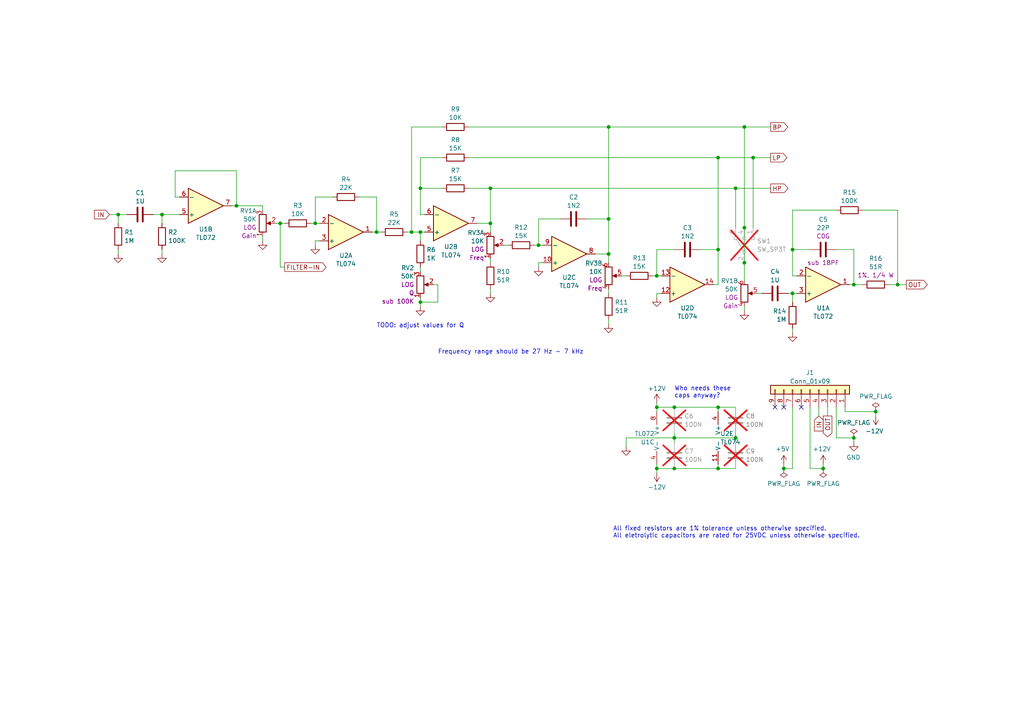
<source format=kicad_sch>
(kicad_sch (version 20230121) (generator eeschema)

  (uuid a1a9a0d8-c6de-418f-9a57-bf7f74b6d401)

  (paper "A4")

  (title_block
    (title "Filter2 - Eurorack ProtoModule")
    (date "2023-12-06")
    (rev "1.0")
    (company "Len Popp")
    (comment 1 "Copyright © 2023 Len Popp CC BY")
    (comment 2 "Circuit design for my custom Eurorack breadboard prototyping module")
  )

  (lib_symbols
    (symbol "-lmp-opamp:TL072" (pin_names (offset 0.127)) (in_bom yes) (on_board yes)
      (property "Reference" "U" (at 0 5.08 0)
        (effects (font (size 1.27 1.27)) (justify left))
      )
      (property "Value" "TL072" (at 0 -5.08 0)
        (effects (font (size 1.27 1.27)) (justify left))
      )
      (property "Footprint" "Package_DIP:DIP-8_W7.62mm" (at 0 0 0)
        (effects (font (size 1.27 1.27)) hide)
      )
      (property "Datasheet" "https://www.ti.com/lit/ds/symlink/tl072b.pdf?ts=1628812694194" (at 0 0 0)
        (effects (font (size 1.27 1.27)) hide)
      )
      (property "Manufacturer" "Texas Instruments" (at 0 0 0)
        (effects (font (size 1.27 1.27)) hide)
      )
      (property "ManufacturerPartNum" "TL072BCP" (at 0 0 0)
        (effects (font (size 1.27 1.27)) hide)
      )
      (property "Distributor" "Mouser" (at 0 0 0)
        (effects (font (size 1.27 1.27)) hide)
      )
      (property "DistributorPartNum" "595-TL072BCP" (at 0 0 0)
        (effects (font (size 1.27 1.27)) hide)
      )
      (property "DistributorPartLink" "https://www.mouser.ca/ProductDetail/Texas-Instruments/TL072BCP?qs=p6YqzpSxLIxmo8AyZLsP4g%3D%3D" (at 0 0 0)
        (effects (font (size 1.27 1.27)) hide)
      )
      (property "ki_locked" "" (at 0 0 0)
        (effects (font (size 1.27 1.27)))
      )
      (property "ki_keywords" "dual opamp" (at 0 0 0)
        (effects (font (size 1.27 1.27)) hide)
      )
      (property "ki_description" "Dual Low-Noise JFET-Input Operational Amplifiers, DIP-8/SOIC-8" (at 0 0 0)
        (effects (font (size 1.27 1.27)) hide)
      )
      (property "ki_fp_filters" "SOIC*3.9x4.9mm*P1.27mm* DIP*W7.62mm* TO*99* OnSemi*Micro8* TSSOP*3x3mm*P0.65mm* TSSOP*4.4x3mm*P0.65mm* MSOP*3x3mm*P0.65mm* SSOP*3.9x4.9mm*P0.635mm* LFCSP*2x2mm*P0.5mm* *SIP* SOIC*5.3x6.2mm*P1.27mm*" (at 0 0 0)
        (effects (font (size 1.27 1.27)) hide)
      )
      (symbol "TL072_1_1"
        (polyline
          (pts
            (xy -5.08 5.08)
            (xy 5.08 0)
            (xy -5.08 -5.08)
            (xy -5.08 5.08)
          )
          (stroke (width 0.254) (type default))
          (fill (type background))
        )
        (pin output line (at 7.62 0 180) (length 2.54)
          (name "~" (effects (font (size 1.27 1.27))))
          (number "1" (effects (font (size 1.27 1.27))))
        )
        (pin input line (at -7.62 -2.54 0) (length 2.54)
          (name "-" (effects (font (size 1.27 1.27))))
          (number "2" (effects (font (size 1.27 1.27))))
        )
        (pin input line (at -7.62 2.54 0) (length 2.54)
          (name "+" (effects (font (size 1.27 1.27))))
          (number "3" (effects (font (size 1.27 1.27))))
        )
      )
      (symbol "TL072_2_1"
        (polyline
          (pts
            (xy -5.08 5.08)
            (xy 5.08 0)
            (xy -5.08 -5.08)
            (xy -5.08 5.08)
          )
          (stroke (width 0.254) (type default))
          (fill (type background))
        )
        (pin input line (at -7.62 2.54 0) (length 2.54)
          (name "+" (effects (font (size 1.27 1.27))))
          (number "5" (effects (font (size 1.27 1.27))))
        )
        (pin input line (at -7.62 -2.54 0) (length 2.54)
          (name "-" (effects (font (size 1.27 1.27))))
          (number "6" (effects (font (size 1.27 1.27))))
        )
        (pin output line (at 7.62 0 180) (length 2.54)
          (name "~" (effects (font (size 1.27 1.27))))
          (number "7" (effects (font (size 1.27 1.27))))
        )
      )
      (symbol "TL072_3_1"
        (pin power_in line (at -2.54 -7.62 90) (length 3.81)
          (name "V-" (effects (font (size 1.27 1.27))))
          (number "4" (effects (font (size 1.27 1.27))))
        )
        (pin power_in line (at -2.54 7.62 270) (length 3.81)
          (name "V+" (effects (font (size 1.27 1.27))))
          (number "8" (effects (font (size 1.27 1.27))))
        )
      )
    )
    (symbol "-lmp-opamp:TL074" (pin_names (offset 0.127)) (in_bom yes) (on_board yes)
      (property "Reference" "U" (at 0 5.08 0)
        (effects (font (size 1.27 1.27)) (justify left))
      )
      (property "Value" "TL074" (at 0 -5.08 0)
        (effects (font (size 1.27 1.27)) (justify left))
      )
      (property "Footprint" "Package_DIP:DIP-14_W7.62mm" (at -1.27 2.54 0)
        (effects (font (size 1.27 1.27)) hide)
      )
      (property "Datasheet" "http://www.ti.com/lit/ds/symlink/tl071.pdf" (at 1.27 5.08 0)
        (effects (font (size 1.27 1.27)) hide)
      )
      (property "Manufacturer" "Texas Instruments" (at 0 0 0)
        (effects (font (size 1.27 1.27)) hide)
      )
      (property "ManufacturerPartNum" "TL074BCN" (at 0 0 0)
        (effects (font (size 1.27 1.27)) hide)
      )
      (property "Distributor" "Mouser" (at 0 0 0)
        (effects (font (size 1.27 1.27)) hide)
      )
      (property "DistributorPartNum" "595-TL074BCN" (at 0 0 0)
        (effects (font (size 1.27 1.27)) hide)
      )
      (property "DistributorPartLink" "https://www.mouser.ca/ProductDetail/?qs=vxEfx8VrU7BHurOY5iQdiA%3D%3D" (at 0 0 0)
        (effects (font (size 1.27 1.27)) hide)
      )
      (property "ki_locked" "" (at 0 0 0)
        (effects (font (size 1.27 1.27)))
      )
      (property "ki_keywords" "quad opamp" (at 0 0 0)
        (effects (font (size 1.27 1.27)) hide)
      )
      (property "ki_description" "Quad Low-Noise JFET-Input Operational Amplifiers, DIP-14/SOIC-14" (at 0 0 0)
        (effects (font (size 1.27 1.27)) hide)
      )
      (property "ki_fp_filters" "SOIC*3.9x8.7mm*P1.27mm* DIP*W7.62mm* TSSOP*4.4x5mm*P0.65mm* SSOP*5.3x6.2mm*P0.65mm* MSOP*3x3mm*P0.5mm*" (at 0 0 0)
        (effects (font (size 1.27 1.27)) hide)
      )
      (symbol "TL074_1_1"
        (polyline
          (pts
            (xy -5.08 5.08)
            (xy 5.08 0)
            (xy -5.08 -5.08)
            (xy -5.08 5.08)
          )
          (stroke (width 0.254) (type default))
          (fill (type background))
        )
        (pin output line (at 7.62 0 180) (length 2.54)
          (name "~" (effects (font (size 1.27 1.27))))
          (number "1" (effects (font (size 1.27 1.27))))
        )
        (pin input line (at -7.62 -2.54 0) (length 2.54)
          (name "-" (effects (font (size 1.27 1.27))))
          (number "2" (effects (font (size 1.27 1.27))))
        )
        (pin input line (at -7.62 2.54 0) (length 2.54)
          (name "+" (effects (font (size 1.27 1.27))))
          (number "3" (effects (font (size 1.27 1.27))))
        )
      )
      (symbol "TL074_2_1"
        (polyline
          (pts
            (xy -5.08 5.08)
            (xy 5.08 0)
            (xy -5.08 -5.08)
            (xy -5.08 5.08)
          )
          (stroke (width 0.254) (type default))
          (fill (type background))
        )
        (pin input line (at -7.62 2.54 0) (length 2.54)
          (name "+" (effects (font (size 1.27 1.27))))
          (number "5" (effects (font (size 1.27 1.27))))
        )
        (pin input line (at -7.62 -2.54 0) (length 2.54)
          (name "-" (effects (font (size 1.27 1.27))))
          (number "6" (effects (font (size 1.27 1.27))))
        )
        (pin output line (at 7.62 0 180) (length 2.54)
          (name "~" (effects (font (size 1.27 1.27))))
          (number "7" (effects (font (size 1.27 1.27))))
        )
      )
      (symbol "TL074_3_1"
        (polyline
          (pts
            (xy -5.08 5.08)
            (xy 5.08 0)
            (xy -5.08 -5.08)
            (xy -5.08 5.08)
          )
          (stroke (width 0.254) (type default))
          (fill (type background))
        )
        (pin input line (at -7.62 2.54 0) (length 2.54)
          (name "+" (effects (font (size 1.27 1.27))))
          (number "10" (effects (font (size 1.27 1.27))))
        )
        (pin output line (at 7.62 0 180) (length 2.54)
          (name "~" (effects (font (size 1.27 1.27))))
          (number "8" (effects (font (size 1.27 1.27))))
        )
        (pin input line (at -7.62 -2.54 0) (length 2.54)
          (name "-" (effects (font (size 1.27 1.27))))
          (number "9" (effects (font (size 1.27 1.27))))
        )
      )
      (symbol "TL074_4_1"
        (polyline
          (pts
            (xy -5.08 5.08)
            (xy 5.08 0)
            (xy -5.08 -5.08)
            (xy -5.08 5.08)
          )
          (stroke (width 0.254) (type default))
          (fill (type background))
        )
        (pin input line (at -7.62 2.54 0) (length 2.54)
          (name "+" (effects (font (size 1.27 1.27))))
          (number "12" (effects (font (size 1.27 1.27))))
        )
        (pin input line (at -7.62 -2.54 0) (length 2.54)
          (name "-" (effects (font (size 1.27 1.27))))
          (number "13" (effects (font (size 1.27 1.27))))
        )
        (pin output line (at 7.62 0 180) (length 2.54)
          (name "~" (effects (font (size 1.27 1.27))))
          (number "14" (effects (font (size 1.27 1.27))))
        )
      )
      (symbol "TL074_5_1"
        (pin power_in line (at -2.54 -7.62 90) (length 3.81)
          (name "V-" (effects (font (size 1.27 1.27))))
          (number "11" (effects (font (size 1.27 1.27))))
        )
        (pin power_in line (at -2.54 7.62 270) (length 3.81)
          (name "V+" (effects (font (size 1.27 1.27))))
          (number "4" (effects (font (size 1.27 1.27))))
        )
      )
    )
    (symbol "-lmp-power:+12V" (power) (pin_names (offset 0)) (in_bom yes) (on_board yes)
      (property "Reference" "#PWR" (at 0 -3.81 0)
        (effects (font (size 1.27 1.27)) hide)
      )
      (property "Value" "+12V" (at 0 3.556 0)
        (effects (font (size 1.27 1.27)))
      )
      (property "Footprint" "" (at 0 0 0)
        (effects (font (size 1.27 1.27)) hide)
      )
      (property "Datasheet" "" (at 0 0 0)
        (effects (font (size 1.27 1.27)) hide)
      )
      (property "ki_keywords" "power-flag" (at 0 0 0)
        (effects (font (size 1.27 1.27)) hide)
      )
      (property "ki_description" "Power symbol creates a global label with name \"+12V\"" (at 0 0 0)
        (effects (font (size 1.27 1.27)) hide)
      )
      (symbol "+12V_0_1"
        (polyline
          (pts
            (xy -0.762 1.27)
            (xy 0 2.54)
          )
          (stroke (width 0) (type default))
          (fill (type none))
        )
        (polyline
          (pts
            (xy 0 0)
            (xy 0 2.54)
          )
          (stroke (width 0) (type default))
          (fill (type none))
        )
        (polyline
          (pts
            (xy 0 2.54)
            (xy 0.762 1.27)
          )
          (stroke (width 0) (type default))
          (fill (type none))
        )
      )
      (symbol "+12V_1_1"
        (pin power_in line (at 0 0 90) (length 0) hide
          (name "+12V" (effects (font (size 1.27 1.27))))
          (number "1" (effects (font (size 1.27 1.27))))
        )
      )
    )
    (symbol "-lmp-power:+5V" (power) (pin_names (offset 0)) (in_bom yes) (on_board yes)
      (property "Reference" "#PWR" (at 0 -3.81 0)
        (effects (font (size 1.27 1.27)) hide)
      )
      (property "Value" "+5V" (at 0 3.556 0)
        (effects (font (size 1.27 1.27)))
      )
      (property "Footprint" "" (at 0 0 0)
        (effects (font (size 1.27 1.27)) hide)
      )
      (property "Datasheet" "" (at 0 0 0)
        (effects (font (size 1.27 1.27)) hide)
      )
      (property "ki_keywords" "power-flag" (at 0 0 0)
        (effects (font (size 1.27 1.27)) hide)
      )
      (property "ki_description" "Power symbol creates a global label with name \"+5V\"" (at 0 0 0)
        (effects (font (size 1.27 1.27)) hide)
      )
      (symbol "+5V_0_1"
        (polyline
          (pts
            (xy -0.762 1.27)
            (xy 0 2.54)
          )
          (stroke (width 0) (type default))
          (fill (type none))
        )
        (polyline
          (pts
            (xy 0 0)
            (xy 0 2.54)
          )
          (stroke (width 0) (type default))
          (fill (type none))
        )
        (polyline
          (pts
            (xy 0 2.54)
            (xy 0.762 1.27)
          )
          (stroke (width 0) (type default))
          (fill (type none))
        )
      )
      (symbol "+5V_1_1"
        (pin power_in line (at 0 0 90) (length 0) hide
          (name "+5V" (effects (font (size 1.27 1.27))))
          (number "1" (effects (font (size 1.27 1.27))))
        )
      )
    )
    (symbol "-lmp-power:-12V" (power) (pin_names (offset 0)) (in_bom yes) (on_board yes)
      (property "Reference" "#PWR" (at 0 3.81 0)
        (effects (font (size 1.27 1.27)) hide)
      )
      (property "Value" "-12V" (at 0 -3.556 0)
        (effects (font (size 1.27 1.27)))
      )
      (property "Footprint" "" (at 0 0 0)
        (effects (font (size 1.27 1.27)) hide)
      )
      (property "Datasheet" "" (at 0 0 0)
        (effects (font (size 1.27 1.27)) hide)
      )
      (property "ki_keywords" "power-flag" (at 0 0 0)
        (effects (font (size 1.27 1.27)) hide)
      )
      (property "ki_description" "Power symbol creates a global label with name \"-12V\"" (at 0 0 0)
        (effects (font (size 1.27 1.27)) hide)
      )
      (symbol "-12V_0_1"
        (polyline
          (pts
            (xy -0.762 -1.27)
            (xy 0 -2.54)
          )
          (stroke (width 0) (type default))
          (fill (type none))
        )
        (polyline
          (pts
            (xy 0 -2.54)
            (xy 0.762 -1.27)
          )
          (stroke (width 0) (type default))
          (fill (type none))
        )
        (polyline
          (pts
            (xy 0 0)
            (xy 0 -2.54)
          )
          (stroke (width 0) (type default))
          (fill (type none))
        )
      )
      (symbol "-12V_1_1"
        (pin power_in line (at 0 0 270) (length 0) hide
          (name "-12V" (effects (font (size 1.27 1.27))))
          (number "1" (effects (font (size 1.27 1.27))))
        )
      )
    )
    (symbol "-lmp-power:GND" (power) (pin_names (offset 0)) (in_bom yes) (on_board yes)
      (property "Reference" "#PWR" (at 0 -6.35 0)
        (effects (font (size 1.27 1.27)) hide)
      )
      (property "Value" "GND" (at 0 -3.81 0)
        (effects (font (size 1.27 1.27)))
      )
      (property "Footprint" "" (at 0 0 0)
        (effects (font (size 1.27 1.27)) hide)
      )
      (property "Datasheet" "" (at 0 0 0)
        (effects (font (size 1.27 1.27)) hide)
      )
      (property "ki_keywords" "power-flag" (at 0 0 0)
        (effects (font (size 1.27 1.27)) hide)
      )
      (property "ki_description" "Power symbol creates a global label with name \"GND\" , ground" (at 0 0 0)
        (effects (font (size 1.27 1.27)) hide)
      )
      (symbol "GND_0_1"
        (polyline
          (pts
            (xy 0 0)
            (xy 0 -1.27)
            (xy 1.27 -1.27)
            (xy 0 -2.54)
            (xy -1.27 -1.27)
            (xy 0 -1.27)
          )
          (stroke (width 0) (type default))
          (fill (type none))
        )
      )
      (symbol "GND_1_1"
        (pin power_in line (at 0 0 270) (length 0) hide
          (name "GND" (effects (font (size 1.27 1.27))))
          (number "1" (effects (font (size 1.27 1.27))))
        )
      )
    )
    (symbol "-lmp-power:PWR_FLAG" (power) (pin_numbers hide) (pin_names (offset 0) hide) (in_bom yes) (on_board yes)
      (property "Reference" "#FLG" (at 0 1.905 0)
        (effects (font (size 1.27 1.27)) hide)
      )
      (property "Value" "PWR_FLAG" (at 0 3.81 0)
        (effects (font (size 1.27 1.27)))
      )
      (property "Footprint" "" (at 0 0 0)
        (effects (font (size 1.27 1.27)) hide)
      )
      (property "Datasheet" "~" (at 0 0 0)
        (effects (font (size 1.27 1.27)) hide)
      )
      (property "ki_keywords" "power-flag" (at 0 0 0)
        (effects (font (size 1.27 1.27)) hide)
      )
      (property "ki_description" "Special symbol for telling ERC where power comes from" (at 0 0 0)
        (effects (font (size 1.27 1.27)) hide)
      )
      (symbol "PWR_FLAG_0_0"
        (pin power_out line (at 0 0 90) (length 0)
          (name "pwr" (effects (font (size 1.27 1.27))))
          (number "1" (effects (font (size 1.27 1.27))))
        )
      )
      (symbol "PWR_FLAG_0_1"
        (polyline
          (pts
            (xy 0 0)
            (xy 0 1.27)
            (xy -1.016 1.905)
            (xy 0 2.54)
            (xy 1.016 1.905)
            (xy 0 1.27)
          )
          (stroke (width 0) (type default))
          (fill (type none))
        )
      )
    )
    (symbol "-lmp-synth:R_51R_Output" (pin_numbers hide) (pin_names (offset 0)) (in_bom yes) (on_board yes)
      (property "Reference" "R" (at -2.286 0 90)
        (effects (font (size 1.27 1.27)))
      )
      (property "Value" "R_51R_Output" (at 2.413 0 90)
        (effects (font (size 1.27 1.27)))
      )
      (property "Footprint" "-lmp-misc:R_Axial_DIN0207_L6.3mm_D2.5mm_P10.16mm_Horizontal" (at -1.778 0 90)
        (effects (font (size 1.27 1.27)) hide)
      )
      (property "Datasheet" "https://www.mouser.ca/datasheet/2/447/Yageo_LR_MFR_1-1714151.pdf" (at 0 0 0)
        (effects (font (size 1.27 1.27)) hide)
      )
      (property "Value2" "1%, 1/4 W" (at 4.445 0 90)
        (effects (font (size 1.27 1.27)))
      )
      (property "Note" "Output limiting" (at -1.905 -1.905 90)
        (effects (font (size 1.27 1.27)) hide)
      )
      (property "Manufacturer" "YAGEO" (at 0 0 0)
        (effects (font (size 1.27 1.27)) hide)
      )
      (property "ManufacturerPartNum" "MFR-25FBF52-51R" (at 0 0 0)
        (effects (font (size 1.27 1.27)) hide)
      )
      (property "Distributor" "Mouser" (at -1.905 0 90)
        (effects (font (size 1.27 1.27)) hide)
      )
      (property "DistributorPartNum" "603-MFR-25FBF52-51R" (at 0 0 0)
        (effects (font (size 1.27 1.27)) hide)
      )
      (property "DistributorPartLink" "https://www.mouser.ca/ProductDetail/?qs=oAGoVhmvjhzVx2bdEH1TLQ%3D%3D" (at 0 0 0)
        (effects (font (size 1.27 1.27)) hide)
      )
      (property "ki_keywords" "R res resistor" (at 0 0 0)
        (effects (font (size 1.27 1.27)) hide)
      )
      (property "ki_description" "Resistor" (at 0 0 0)
        (effects (font (size 1.27 1.27)) hide)
      )
      (property "ki_fp_filters" "R_*" (at 0 0 0)
        (effects (font (size 1.27 1.27)) hide)
      )
      (symbol "R_51R_Output_0_1"
        (rectangle (start -1.016 -2.54) (end 1.016 2.54)
          (stroke (width 0.254) (type default))
          (fill (type none))
        )
      )
      (symbol "R_51R_Output_1_1"
        (pin passive line (at 0 3.81 270) (length 1.27)
          (name "~" (effects (font (size 1.27 1.27))))
          (number "1" (effects (font (size 1.27 1.27))))
        )
        (pin passive line (at 0 -3.81 90) (length 1.27)
          (name "~" (effects (font (size 1.27 1.27))))
          (number "2" (effects (font (size 1.27 1.27))))
        )
      )
    )
    (symbol "-lmp-synth:R_POT_Panel_PCB_Alpha" (pin_names (offset 1.016) hide) (in_bom yes) (on_board yes)
      (property "Reference" "RV" (at -9.144 0 90)
        (effects (font (size 1.27 1.27)))
      )
      (property "Value" "R_POT_Panel_PCB_Alpha" (at -7.239 0 90)
        (effects (font (size 1.27 1.27)))
      )
      (property "Footprint" "-lmp-synth:Potentiometer_Alpha_RD901F-40-00D_Single_Vertical" (at 0 0 0)
        (effects (font (size 1.27 1.27)) hide)
      )
      (property "Datasheet" "https://www.mouser.ca/datasheet/2/13/alpha_taiwan_08192019_RD901F-40-15R1-B(resistance_-1627810.pdf" (at 0 0 0)
        (effects (font (size 1.27 1.27)) hide)
      )
      (property "Value2" "[LIN/LOG]" (at -5.207 0 90)
        (effects (font (size 1.27 1.27)))
      )
      (property "Label" "[label]" (at -3.175 0 90)
        (effects (font (size 1.27 1.27)))
      )
      (property "Manufacturer" "Alpha" (at 0 0 0)
        (effects (font (size 1.27 1.27)) hide)
      )
      (property "ManufacturerPartNum" "RD901F-*" (at 0 0 0)
        (effects (font (size 1.27 1.27)) hide)
      )
      (property "Distributor" "Thonk" (at 0 0 0)
        (effects (font (size 1.27 1.27)) hide)
      )
      (property "DistributorPartNum" "Group_Pot_Alpha_6.35mm" (at 0 0 0)
        (effects (font (size 1.27 1.27)) hide)
      )
      (property "DistributorPartLink" "https://www.thonk.co.uk/shop/alpha-9mm-pots/" (at 0 0 0)
        (effects (font (size 1.27 1.27)) hide)
      )
      (property "Distributor2" "Mouser" (at 0 0 0)
        (effects (font (size 1.27 1.27)) hide)
      )
      (property "DistributorPartNum2" "311-1940F-*" (at 0 0 0)
        (effects (font (size 1.27 1.27)) hide)
      )
      (property "DistributorPartLink2" "https://www.mouser.ca/c/passive-components/potentiometers-trimmers-rheostats/potentiometers/?q=RD901F&orientation=Vertical" (at 0 0 0)
        (effects (font (size 1.27 1.27)) hide)
      )
      (property "Distributor3" "SynthCube" (at 0 0 0)
        (effects (font (size 1.27 1.27)) hide)
      )
      (property "DistributorPartNum3" "9MMALPHAPOTMSTR" (at 0 0 0)
        (effects (font (size 1.27 1.27)) hide)
      )
      (property "DistributorPartLink3" "https://synthcube.com/cart/alpha-9mm-potentiometer-right-angle-pcb-mount-6-35mm-round-shaft" (at 0 0 0)
        (effects (font (size 1.27 1.27)) hide)
      )
      (property "ki_keywords" "resistor variable" (at 0 0 0)
        (effects (font (size 1.27 1.27)) hide)
      )
      (property "ki_description" "Potentiometer" (at 0 0 0)
        (effects (font (size 1.27 1.27)) hide)
      )
      (property "ki_fp_filters" "Potentiometer*" (at 0 0 0)
        (effects (font (size 1.27 1.27)) hide)
      )
      (symbol "R_POT_Panel_PCB_Alpha_0_1"
        (polyline
          (pts
            (xy 2.54 0)
            (xy 1.524 0)
          )
          (stroke (width 0) (type default))
          (fill (type none))
        )
        (polyline
          (pts
            (xy 1.143 0)
            (xy 2.286 0.508)
            (xy 2.286 -0.508)
            (xy 1.143 0)
          )
          (stroke (width 0) (type default))
          (fill (type outline))
        )
        (rectangle (start 1.016 2.54) (end -1.016 -2.54)
          (stroke (width 0.254) (type default))
          (fill (type none))
        )
      )
      (symbol "R_POT_Panel_PCB_Alpha_1_1"
        (pin passive line (at 0 3.81 270) (length 1.27)
          (name "1" (effects (font (size 1.27 1.27))))
          (number "1" (effects (font (size 1.27 1.27))))
        )
        (pin passive line (at 3.81 0 180) (length 1.27)
          (name "2" (effects (font (size 1.27 1.27))))
          (number "2" (effects (font (size 1.27 1.27))))
        )
        (pin passive line (at 0 -3.81 90) (length 1.27)
          (name "3" (effects (font (size 1.27 1.27))))
          (number "3" (effects (font (size 1.27 1.27))))
        )
      )
    )
    (symbol "-lmp-synth:SW_SP3T_NKK" (pin_names (offset 0) hide) (in_bom yes) (on_board yes)
      (property "Reference" "SW" (at 0 5.08 0)
        (effects (font (size 1.27 1.27)))
      )
      (property "Value" "SW_SP3T_NKK" (at 0 -5.08 0)
        (effects (font (size 1.27 1.27)))
      )
      (property "Footprint" "-lmp-misc:SW_SP3T_A24JP" (at 0 0 0)
        (effects (font (size 1.27 1.27)) hide)
      )
      (property "Datasheet" "https://www.nkkswitches.com/pdf/Atoggles.pdf" (at 0 0 0)
        (effects (font (size 1.27 1.27)) hide)
      )
      (property "Manufacturer" "NKK" (at 0 0 0)
        (effects (font (size 1.27 1.27)) hide)
      )
      (property "ManufacturerPartNum" "A24JP" (at 0 0 0)
        (effects (font (size 1.27 1.27)) hide)
      )
      (property "Distributor" "Mouser" (at 0 0 0)
        (effects (font (size 1.27 1.27)) hide)
      )
      (property "DistributorPartNum" "633-A24JP" (at 0 0 0)
        (effects (font (size 1.27 1.27)) hide)
      )
      (property "DistributorPartLink" "https://www.mouser.ca/ProductDetail/NKK-Switches/A24JP?qs=44TLCAUTxJtLIZ6%252BdaihIA%3D%3D&_gl=1*uxfj65*_ga*NjQ4NzEzNjQzLjE3MDIxNDIyMTg.*_ga_15W4STQT4T*MTcwMjE0MjIxNy4xLjAuMTcwMjE0MjIxNy42MC4wLjA." (at 0 0 0)
        (effects (font (size 1.27 1.27)) hide)
      )
      (property "Distributor2" "DigiKey" (at 0 0 0)
        (effects (font (size 1.27 1.27)) hide)
      )
      (property "DistributorPartNum2" "360-3408-ND" (at 0 0 0)
        (effects (font (size 1.27 1.27)) hide)
      )
      (property "DistributorPartLink2" "https://www.digikey.ca/en/products/detail/nkk-switches/A24JP/1055616" (at 0 0 0)
        (effects (font (size 1.27 1.27)) hide)
      )
      (property "ki_keywords" "switch sp3t ON-ON-ON" (at 0 0 0)
        (effects (font (size 1.27 1.27)) hide)
      )
      (property "ki_description" "Toggle Switch, three position, single pole triple throw, 3 position switch, SP3T, ON-ON-ON, NKK A24JP" (at 0 0 0)
        (effects (font (size 1.27 1.27)) hide)
      )
      (property "ki_fp_filters" "SW* SP3T*" (at 0 0 0)
        (effects (font (size 1.27 1.27)) hide)
      )
      (symbol "SW_SP3T_NKK_0_1"
        (circle (center -2.032 0) (radius 0.4572)
          (stroke (width 0) (type default))
          (fill (type none))
        )
        (polyline
          (pts
            (xy -1.651 0.254)
            (xy 1.651 2.286)
          )
          (stroke (width 0) (type default))
          (fill (type none))
        )
        (circle (center 2.032 -2.54) (radius 0.4572)
          (stroke (width 0) (type default))
          (fill (type none))
        )
        (circle (center 2.032 0) (radius 0.4572)
          (stroke (width 0) (type default))
          (fill (type none))
        )
        (circle (center 2.032 2.54) (radius 0.4572)
          (stroke (width 0) (type default))
          (fill (type none))
        )
      )
      (symbol "SW_SP3T_NKK_1_0"
        (pin no_connect line (at 0 -1.27 180) (length 2.54) hide
          (name "3" (effects (font (size 1.27 1.27))))
          (number "3" (effects (font (size 1.27 1.27))))
        )
      )
      (symbol "SW_SP3T_NKK_1_1"
        (pin passive line (at 5.08 -2.54 180) (length 2.54)
          (name "1" (effects (font (size 1.27 1.27))))
          (number "1" (effects (font (size 1.27 1.27))))
        )
        (pin passive line (at -5.08 0 0) (length 2.54)
          (name "2" (effects (font (size 1.27 1.27))))
          (number "2" (effects (font (size 1.27 1.27))))
        )
        (pin passive line (at 5.08 0 180) (length 2.54)
          (name "4" (effects (font (size 1.27 1.27))))
          (number "4" (effects (font (size 1.27 1.27))))
        )
        (pin passive line (at 5.08 2.54 180) (length 2.54)
          (name "6" (effects (font (size 1.27 1.27))))
          (number "6" (effects (font (size 1.27 1.27))))
        )
      )
    )
    (symbol "-lmp:CC" (pin_numbers hide) (pin_names (offset 0.254)) (in_bom yes) (on_board yes)
      (property "Reference" "C" (at 0.635 2.54 0)
        (effects (font (size 1.27 1.27)) (justify left))
      )
      (property "Value" "CC" (at 0.635 -2.54 0)
        (effects (font (size 1.27 1.27)) (justify left))
      )
      (property "Footprint" "" (at 0.9652 -3.81 0)
        (effects (font (size 1.27 1.27)) hide)
      )
      (property "Datasheet" "~" (at 0 0 0)
        (effects (font (size 1.27 1.27)) hide)
      )
      (property "ki_keywords" "cap capacitor ceramic" (at 0 0 0)
        (effects (font (size 1.27 1.27)) hide)
      )
      (property "ki_description" "Capacitor - Ceramic" (at 0 0 0)
        (effects (font (size 1.27 1.27)) hide)
      )
      (property "ki_fp_filters" "C_*" (at 0 0 0)
        (effects (font (size 1.27 1.27)) hide)
      )
      (symbol "CC_0_1"
        (polyline
          (pts
            (xy -2.032 -0.762)
            (xy 2.032 -0.762)
          )
          (stroke (width 0.508) (type default))
          (fill (type none))
        )
        (polyline
          (pts
            (xy -2.032 0.762)
            (xy 2.032 0.762)
          )
          (stroke (width 0.508) (type default))
          (fill (type none))
        )
      )
      (symbol "CC_1_1"
        (pin passive line (at 0 3.81 270) (length 2.794)
          (name "~" (effects (font (size 1.27 1.27))))
          (number "1" (effects (font (size 1.27 1.27))))
        )
        (pin passive line (at 0 -3.81 90) (length 2.794)
          (name "~" (effects (font (size 1.27 1.27))))
          (number "2" (effects (font (size 1.27 1.27))))
        )
      )
    )
    (symbol "-lmp:CC_100N" (pin_numbers hide) (pin_names (offset 0.254)) (in_bom yes) (on_board yes)
      (property "Reference" "C" (at 0.635 2.54 0)
        (effects (font (size 1.27 1.27)) (justify left))
      )
      (property "Value" "CC_100N" (at 0.635 -2.54 0)
        (effects (font (size 1.27 1.27)) (justify left))
      )
      (property "Footprint" "-lmp-misc:C_Disc_D5.0mm_W2.5mm_P2.50mm" (at 0.9652 -3.81 0)
        (effects (font (size 1.27 1.27)) hide)
      )
      (property "Datasheet" "https://product.tdk.com/system/files/dam/doc/product/capacitor/ceramic/lead-mlcc/catalog/leadmlcc_halogenfree_fg_en.pdf" (at -0.635 -3.81 0)
        (effects (font (size 1.27 1.27)) hide)
      )
      (property "Note" "IC decoupling" (at 0.635 -5.08 0)
        (effects (font (size 1.27 1.27)) (justify left) hide)
      )
      (property "Manufacturer" "TDK" (at 0 0 0)
        (effects (font (size 1.27 1.27)) hide)
      )
      (property "ManufacturerPartNum" "FG18X7R1H104KNT06" (at 0 0 0)
        (effects (font (size 1.27 1.27)) hide)
      )
      (property "Distributor" "Mouser" (at 0 0 0)
        (effects (font (size 1.27 1.27)) hide)
      )
      (property "DistributorPartNum" "810-FG18X7R1H104KNT6" (at 0 0 0)
        (effects (font (size 1.27 1.27)) hide)
      )
      (property "DistributorPartLink" "https://www.mouser.ca/ProductDetail/810-FG18X7R1H104KNT6" (at 0 0 0)
        (effects (font (size 1.27 1.27)) hide)
      )
      (property "ki_keywords" "cap capacitor ceramic" (at 0 0 0)
        (effects (font (size 1.27 1.27)) hide)
      )
      (property "ki_description" "Capacitor - Ceramic - IC decoupling" (at 0 0 0)
        (effects (font (size 1.27 1.27)) hide)
      )
      (property "ki_fp_filters" "C_*" (at 0 0 0)
        (effects (font (size 1.27 1.27)) hide)
      )
      (symbol "CC_100N_0_1"
        (polyline
          (pts
            (xy -2.032 -0.762)
            (xy 2.032 -0.762)
          )
          (stroke (width 0.508) (type default))
          (fill (type none))
        )
        (polyline
          (pts
            (xy -2.032 0.762)
            (xy 2.032 0.762)
          )
          (stroke (width 0.508) (type default))
          (fill (type none))
        )
      )
      (symbol "CC_100N_1_1"
        (pin passive line (at 0 3.81 270) (length 2.794)
          (name "~" (effects (font (size 1.27 1.27))))
          (number "1" (effects (font (size 1.27 1.27))))
        )
        (pin passive line (at 0 -3.81 90) (length 2.794)
          (name "~" (effects (font (size 1.27 1.27))))
          (number "2" (effects (font (size 1.27 1.27))))
        )
      )
    )
    (symbol "-lmp:CF" (pin_numbers hide) (pin_names (offset 0.254)) (in_bom yes) (on_board yes)
      (property "Reference" "C" (at 0.635 2.54 0)
        (effects (font (size 1.27 1.27)) (justify left))
      )
      (property "Value" "CF" (at 0.635 -2.54 0)
        (effects (font (size 1.27 1.27)) (justify left))
      )
      (property "Footprint" "" (at 0.9652 -3.81 0)
        (effects (font (size 1.27 1.27)) hide)
      )
      (property "Datasheet" "~" (at 0 0 0)
        (effects (font (size 1.27 1.27)) hide)
      )
      (property "ki_keywords" "cap capacitor film" (at 0 0 0)
        (effects (font (size 1.27 1.27)) hide)
      )
      (property "ki_description" "Capacitor - Film" (at 0 0 0)
        (effects (font (size 1.27 1.27)) hide)
      )
      (property "ki_fp_filters" "C_*" (at 0 0 0)
        (effects (font (size 1.27 1.27)) hide)
      )
      (symbol "CF_0_1"
        (polyline
          (pts
            (xy -2.032 -0.762)
            (xy 2.032 -0.762)
          )
          (stroke (width 0.508) (type default))
          (fill (type none))
        )
        (polyline
          (pts
            (xy -2.032 0.762)
            (xy 2.032 0.762)
          )
          (stroke (width 0.508) (type default))
          (fill (type none))
        )
      )
      (symbol "CF_1_1"
        (pin passive line (at 0 3.81 270) (length 2.794)
          (name "~" (effects (font (size 1.27 1.27))))
          (number "1" (effects (font (size 1.27 1.27))))
        )
        (pin passive line (at 0 -3.81 90) (length 2.794)
          (name "~" (effects (font (size 1.27 1.27))))
          (number "2" (effects (font (size 1.27 1.27))))
        )
      )
    )
    (symbol "-lmp:R_1%_0W166" (pin_numbers hide) (pin_names (offset 0)) (in_bom yes) (on_board yes)
      (property "Reference" "R" (at -2.286 0 90)
        (effects (font (size 1.27 1.27)))
      )
      (property "Value" "R_1%_0W166" (at 2.413 0 90)
        (effects (font (size 1.27 1.27)))
      )
      (property "Footprint" "-lmp-misc:R_Axial_DIN0207_L6.3mm_D2.5mm_P7.62mm_Horizontal" (at -1.778 0 90)
        (effects (font (size 1.27 1.27)) hide)
      )
      (property "Datasheet" "https://www.mouser.ca/datasheet/2/447/YAGEO_MFR_datasheet_2023v3-3324391.pdf" (at 0 0 0)
        (effects (font (size 1.27 1.27)) hide)
      )
      (property "Manufacturer" "YAGEO" (at 0 0 0)
        (effects (font (size 1.27 1.27)) hide)
      )
      (property "ManufacturerPartNum" "MFR-12*" (at 0 0 0)
        (effects (font (size 1.27 1.27)) hide)
      )
      (property "Distributor" "Mouser" (at 0 0 0)
        (effects (font (size 1.27 1.27)) hide)
      )
      (property "DistributorPartNum" "603-MFR-12*" (at 0 0 0)
        (effects (font (size 1.27 1.27)) hide)
      )
      (property "DistributorPartLink" "https://www.mouser.ca/c/?m=YAGEO&power+rating=166+mW+(1%2f6+W)&tolerance=1+%25&instock=y" (at 0 0 0)
        (effects (font (size 1.27 1.27)) hide)
      )
      (property "Value2" "1%, 1/6 W" (at 4.953 0 90)
        (effects (font (size 1.27 1.27)) hide)
      )
      (property "ki_keywords" "R res resistor" (at 0 0 0)
        (effects (font (size 1.27 1.27)) hide)
      )
      (property "ki_description" "Resistor" (at 0 0 0)
        (effects (font (size 1.27 1.27)) hide)
      )
      (property "ki_fp_filters" "R_*" (at 0 0 0)
        (effects (font (size 1.27 1.27)) hide)
      )
      (symbol "R_1%_0W166_0_1"
        (rectangle (start -1.016 -2.54) (end 1.016 2.54)
          (stroke (width 0.254) (type default))
          (fill (type none))
        )
      )
      (symbol "R_1%_0W166_1_1"
        (pin passive line (at 0 3.81 270) (length 1.27)
          (name "~" (effects (font (size 1.27 1.27))))
          (number "1" (effects (font (size 1.27 1.27))))
        )
        (pin passive line (at 0 -3.81 90) (length 1.27)
          (name "~" (effects (font (size 1.27 1.27))))
          (number "2" (effects (font (size 1.27 1.27))))
        )
      )
    )
    (symbol "Connector_Generic:Conn_01x09" (pin_names (offset 1.016) hide) (in_bom yes) (on_board yes)
      (property "Reference" "J" (at 0 12.7 0)
        (effects (font (size 1.27 1.27)))
      )
      (property "Value" "Conn_01x09" (at 0 -12.7 0)
        (effects (font (size 1.27 1.27)))
      )
      (property "Footprint" "" (at 0 0 0)
        (effects (font (size 1.27 1.27)) hide)
      )
      (property "Datasheet" "~" (at 0 0 0)
        (effects (font (size 1.27 1.27)) hide)
      )
      (property "ki_keywords" "connector" (at 0 0 0)
        (effects (font (size 1.27 1.27)) hide)
      )
      (property "ki_description" "Generic connector, single row, 01x09, script generated (kicad-library-utils/schlib/autogen/connector/)" (at 0 0 0)
        (effects (font (size 1.27 1.27)) hide)
      )
      (property "ki_fp_filters" "Connector*:*_1x??_*" (at 0 0 0)
        (effects (font (size 1.27 1.27)) hide)
      )
      (symbol "Conn_01x09_1_1"
        (rectangle (start -1.27 -10.033) (end 0 -10.287)
          (stroke (width 0.1524) (type default))
          (fill (type none))
        )
        (rectangle (start -1.27 -7.493) (end 0 -7.747)
          (stroke (width 0.1524) (type default))
          (fill (type none))
        )
        (rectangle (start -1.27 -4.953) (end 0 -5.207)
          (stroke (width 0.1524) (type default))
          (fill (type none))
        )
        (rectangle (start -1.27 -2.413) (end 0 -2.667)
          (stroke (width 0.1524) (type default))
          (fill (type none))
        )
        (rectangle (start -1.27 0.127) (end 0 -0.127)
          (stroke (width 0.1524) (type default))
          (fill (type none))
        )
        (rectangle (start -1.27 2.667) (end 0 2.413)
          (stroke (width 0.1524) (type default))
          (fill (type none))
        )
        (rectangle (start -1.27 5.207) (end 0 4.953)
          (stroke (width 0.1524) (type default))
          (fill (type none))
        )
        (rectangle (start -1.27 7.747) (end 0 7.493)
          (stroke (width 0.1524) (type default))
          (fill (type none))
        )
        (rectangle (start -1.27 10.287) (end 0 10.033)
          (stroke (width 0.1524) (type default))
          (fill (type none))
        )
        (rectangle (start -1.27 11.43) (end 1.27 -11.43)
          (stroke (width 0.254) (type default))
          (fill (type background))
        )
        (pin passive line (at -5.08 10.16 0) (length 3.81)
          (name "Pin_1" (effects (font (size 1.27 1.27))))
          (number "1" (effects (font (size 1.27 1.27))))
        )
        (pin passive line (at -5.08 7.62 0) (length 3.81)
          (name "Pin_2" (effects (font (size 1.27 1.27))))
          (number "2" (effects (font (size 1.27 1.27))))
        )
        (pin passive line (at -5.08 5.08 0) (length 3.81)
          (name "Pin_3" (effects (font (size 1.27 1.27))))
          (number "3" (effects (font (size 1.27 1.27))))
        )
        (pin passive line (at -5.08 2.54 0) (length 3.81)
          (name "Pin_4" (effects (font (size 1.27 1.27))))
          (number "4" (effects (font (size 1.27 1.27))))
        )
        (pin passive line (at -5.08 0 0) (length 3.81)
          (name "Pin_5" (effects (font (size 1.27 1.27))))
          (number "5" (effects (font (size 1.27 1.27))))
        )
        (pin passive line (at -5.08 -2.54 0) (length 3.81)
          (name "Pin_6" (effects (font (size 1.27 1.27))))
          (number "6" (effects (font (size 1.27 1.27))))
        )
        (pin passive line (at -5.08 -5.08 0) (length 3.81)
          (name "Pin_7" (effects (font (size 1.27 1.27))))
          (number "7" (effects (font (size 1.27 1.27))))
        )
        (pin passive line (at -5.08 -7.62 0) (length 3.81)
          (name "Pin_8" (effects (font (size 1.27 1.27))))
          (number "8" (effects (font (size 1.27 1.27))))
        )
        (pin passive line (at -5.08 -10.16 0) (length 3.81)
          (name "Pin_9" (effects (font (size 1.27 1.27))))
          (number "9" (effects (font (size 1.27 1.27))))
        )
      )
    )
    (symbol "Device:R_Potentiometer_Dual_Separate" (pin_names (offset 1.016) hide) (in_bom yes) (on_board yes)
      (property "Reference" "RV" (at -4.445 0 90)
        (effects (font (size 1.27 1.27)))
      )
      (property "Value" "R_Potentiometer_Dual_Separate" (at -2.54 0 90)
        (effects (font (size 1.27 1.27)))
      )
      (property "Footprint" "" (at 0 0 0)
        (effects (font (size 1.27 1.27)) hide)
      )
      (property "Datasheet" "~" (at 0 0 0)
        (effects (font (size 1.27 1.27)) hide)
      )
      (property "ki_keywords" "resistor variable" (at 0 0 0)
        (effects (font (size 1.27 1.27)) hide)
      )
      (property "ki_description" "Dual potentiometer, separate units" (at 0 0 0)
        (effects (font (size 1.27 1.27)) hide)
      )
      (property "ki_fp_filters" "Potentiometer*" (at 0 0 0)
        (effects (font (size 1.27 1.27)) hide)
      )
      (symbol "R_Potentiometer_Dual_Separate_0_1"
        (polyline
          (pts
            (xy 2.54 0)
            (xy 1.524 0)
          )
          (stroke (width 0) (type default))
          (fill (type none))
        )
        (polyline
          (pts
            (xy 1.143 0)
            (xy 2.286 0.508)
            (xy 2.286 -0.508)
            (xy 1.143 0)
          )
          (stroke (width 0) (type default))
          (fill (type outline))
        )
        (rectangle (start 1.016 2.54) (end -1.016 -2.54)
          (stroke (width 0.254) (type default))
          (fill (type none))
        )
      )
      (symbol "R_Potentiometer_Dual_Separate_1_1"
        (pin passive line (at 0 3.81 270) (length 1.27)
          (name "1" (effects (font (size 1.27 1.27))))
          (number "1" (effects (font (size 1.27 1.27))))
        )
        (pin passive line (at 3.81 0 180) (length 1.27)
          (name "2" (effects (font (size 1.27 1.27))))
          (number "2" (effects (font (size 1.27 1.27))))
        )
        (pin passive line (at 0 -3.81 90) (length 1.27)
          (name "3" (effects (font (size 1.27 1.27))))
          (number "3" (effects (font (size 1.27 1.27))))
        )
      )
      (symbol "R_Potentiometer_Dual_Separate_2_1"
        (pin passive line (at 0 3.81 270) (length 1.27)
          (name "4" (effects (font (size 1.27 1.27))))
          (number "4" (effects (font (size 1.27 1.27))))
        )
        (pin passive line (at 3.81 0 180) (length 1.27)
          (name "5" (effects (font (size 1.27 1.27))))
          (number "5" (effects (font (size 1.27 1.27))))
        )
        (pin passive line (at 0 -3.81 90) (length 1.27)
          (name "6" (effects (font (size 1.27 1.27))))
          (number "6" (effects (font (size 1.27 1.27))))
        )
      )
    )
    (symbol "GND_1" (power) (pin_numbers hide) (pin_names (offset 0) hide) (in_bom yes) (on_board yes)
      (property "Reference" "#PWR" (at 0 -6.35 0)
        (effects (font (size 1.27 1.27)) hide)
      )
      (property "Value" "GND_1" (at 0 -3.81 0)
        (effects (font (size 1.27 1.27)) hide)
      )
      (property "Footprint" "" (at 0 0 0)
        (effects (font (size 1.27 1.27)) hide)
      )
      (property "Datasheet" "" (at 0 0 0)
        (effects (font (size 1.27 1.27)) hide)
      )
      (property "ki_keywords" "power-flag" (at 0 0 0)
        (effects (font (size 1.27 1.27)) hide)
      )
      (property "ki_description" "Power symbol creates a global label with name \"GND\" , ground" (at 0 0 0)
        (effects (font (size 1.27 1.27)) hide)
      )
      (symbol "GND_1_0_1"
        (polyline
          (pts
            (xy 0 0)
            (xy 0 -1.27)
            (xy 1.27 -1.27)
            (xy 0 -2.54)
            (xy -1.27 -1.27)
            (xy 0 -1.27)
          )
          (stroke (width 0) (type default))
          (fill (type none))
        )
      )
      (symbol "GND_1_1_1"
        (pin power_in line (at 0 0 270) (length 0) hide
          (name "GND" (effects (font (size 1.27 1.27))))
          (number "1" (effects (font (size 1.27 1.27))))
        )
      )
    )
    (symbol "GND_2" (power) (pin_numbers hide) (pin_names (offset 0) hide) (in_bom yes) (on_board yes)
      (property "Reference" "#PWR" (at 0 -6.35 0)
        (effects (font (size 1.27 1.27)) hide)
      )
      (property "Value" "GND_2" (at 0 -3.81 0)
        (effects (font (size 1.27 1.27)) hide)
      )
      (property "Footprint" "" (at 0 0 0)
        (effects (font (size 1.27 1.27)) hide)
      )
      (property "Datasheet" "" (at 0 0 0)
        (effects (font (size 1.27 1.27)) hide)
      )
      (property "ki_keywords" "power-flag" (at 0 0 0)
        (effects (font (size 1.27 1.27)) hide)
      )
      (property "ki_description" "Power symbol creates a global label with name \"GND\" , ground" (at 0 0 0)
        (effects (font (size 1.27 1.27)) hide)
      )
      (symbol "GND_2_0_1"
        (polyline
          (pts
            (xy 0 0)
            (xy 0 -1.27)
            (xy 1.27 -1.27)
            (xy 0 -2.54)
            (xy -1.27 -1.27)
            (xy 0 -1.27)
          )
          (stroke (width 0) (type default))
          (fill (type none))
        )
      )
      (symbol "GND_2_1_1"
        (pin power_in line (at 0 0 270) (length 0) hide
          (name "GND" (effects (font (size 1.27 1.27))))
          (number "1" (effects (font (size 1.27 1.27))))
        )
      )
    )
    (symbol "GND_3" (power) (pin_numbers hide) (pin_names (offset 0) hide) (in_bom yes) (on_board yes)
      (property "Reference" "#PWR" (at 0 -6.35 0)
        (effects (font (size 1.27 1.27)) hide)
      )
      (property "Value" "GND_3" (at 0 -3.81 0)
        (effects (font (size 1.27 1.27)) hide)
      )
      (property "Footprint" "" (at 0 0 0)
        (effects (font (size 1.27 1.27)) hide)
      )
      (property "Datasheet" "" (at 0 0 0)
        (effects (font (size 1.27 1.27)) hide)
      )
      (property "ki_keywords" "power-flag" (at 0 0 0)
        (effects (font (size 1.27 1.27)) hide)
      )
      (property "ki_description" "Power symbol creates a global label with name \"GND\" , ground" (at 0 0 0)
        (effects (font (size 1.27 1.27)) hide)
      )
      (symbol "GND_3_0_1"
        (polyline
          (pts
            (xy 0 0)
            (xy 0 -1.27)
            (xy 1.27 -1.27)
            (xy 0 -2.54)
            (xy -1.27 -1.27)
            (xy 0 -1.27)
          )
          (stroke (width 0) (type default))
          (fill (type none))
        )
      )
      (symbol "GND_3_1_1"
        (pin power_in line (at 0 0 270) (length 0) hide
          (name "GND" (effects (font (size 1.27 1.27))))
          (number "1" (effects (font (size 1.27 1.27))))
        )
      )
    )
    (symbol "GND_4" (power) (pin_numbers hide) (pin_names (offset 0) hide) (in_bom yes) (on_board yes)
      (property "Reference" "#PWR" (at 0 -6.35 0)
        (effects (font (size 1.27 1.27)) hide)
      )
      (property "Value" "GND_4" (at 0 -3.81 0)
        (effects (font (size 1.27 1.27)) hide)
      )
      (property "Footprint" "" (at 0 0 0)
        (effects (font (size 1.27 1.27)) hide)
      )
      (property "Datasheet" "" (at 0 0 0)
        (effects (font (size 1.27 1.27)) hide)
      )
      (property "ki_keywords" "power-flag" (at 0 0 0)
        (effects (font (size 1.27 1.27)) hide)
      )
      (property "ki_description" "Power symbol creates a global label with name \"GND\" , ground" (at 0 0 0)
        (effects (font (size 1.27 1.27)) hide)
      )
      (symbol "GND_4_0_1"
        (polyline
          (pts
            (xy 0 0)
            (xy 0 -1.27)
            (xy 1.27 -1.27)
            (xy 0 -2.54)
            (xy -1.27 -1.27)
            (xy 0 -1.27)
          )
          (stroke (width 0) (type default))
          (fill (type none))
        )
      )
      (symbol "GND_4_1_1"
        (pin power_in line (at 0 0 270) (length 0) hide
          (name "GND" (effects (font (size 1.27 1.27))))
          (number "1" (effects (font (size 1.27 1.27))))
        )
      )
    )
    (symbol "GND_5" (power) (pin_numbers hide) (pin_names (offset 0) hide) (in_bom yes) (on_board yes)
      (property "Reference" "#PWR" (at 0 -6.35 0)
        (effects (font (size 1.27 1.27)) hide)
      )
      (property "Value" "GND_5" (at 0 -3.81 0)
        (effects (font (size 1.27 1.27)) hide)
      )
      (property "Footprint" "" (at 0 0 0)
        (effects (font (size 1.27 1.27)) hide)
      )
      (property "Datasheet" "" (at 0 0 0)
        (effects (font (size 1.27 1.27)) hide)
      )
      (property "ki_keywords" "power-flag" (at 0 0 0)
        (effects (font (size 1.27 1.27)) hide)
      )
      (property "ki_description" "Power symbol creates a global label with name \"GND\" , ground" (at 0 0 0)
        (effects (font (size 1.27 1.27)) hide)
      )
      (symbol "GND_5_0_1"
        (polyline
          (pts
            (xy 0 0)
            (xy 0 -1.27)
            (xy 1.27 -1.27)
            (xy 0 -2.54)
            (xy -1.27 -1.27)
            (xy 0 -1.27)
          )
          (stroke (width 0) (type default))
          (fill (type none))
        )
      )
      (symbol "GND_5_1_1"
        (pin power_in line (at 0 0 270) (length 0) hide
          (name "GND" (effects (font (size 1.27 1.27))))
          (number "1" (effects (font (size 1.27 1.27))))
        )
      )
    )
    (symbol "GND_6" (power) (pin_numbers hide) (pin_names (offset 0) hide) (in_bom yes) (on_board yes)
      (property "Reference" "#PWR" (at 0 -6.35 0)
        (effects (font (size 1.27 1.27)) hide)
      )
      (property "Value" "GND_6" (at 0 -3.81 0)
        (effects (font (size 1.27 1.27)) hide)
      )
      (property "Footprint" "" (at 0 0 0)
        (effects (font (size 1.27 1.27)) hide)
      )
      (property "Datasheet" "" (at 0 0 0)
        (effects (font (size 1.27 1.27)) hide)
      )
      (property "ki_keywords" "power-flag" (at 0 0 0)
        (effects (font (size 1.27 1.27)) hide)
      )
      (property "ki_description" "Power symbol creates a global label with name \"GND\" , ground" (at 0 0 0)
        (effects (font (size 1.27 1.27)) hide)
      )
      (symbol "GND_6_0_1"
        (polyline
          (pts
            (xy 0 0)
            (xy 0 -1.27)
            (xy 1.27 -1.27)
            (xy 0 -2.54)
            (xy -1.27 -1.27)
            (xy 0 -1.27)
          )
          (stroke (width 0) (type default))
          (fill (type none))
        )
      )
      (symbol "GND_6_1_1"
        (pin power_in line (at 0 0 270) (length 0) hide
          (name "GND" (effects (font (size 1.27 1.27))))
          (number "1" (effects (font (size 1.27 1.27))))
        )
      )
    )
  )

  (junction (at 142.24 54.61) (diameter 0) (color 0 0 0 0)
    (uuid 02838b63-6ed5-4b4f-b3d2-58b9ebcf58f9)
  )
  (junction (at 215.9 36.83) (diameter 0) (color 0 0 0 0)
    (uuid 07ed90cb-bbe4-410c-a18d-0e37804047f9)
  )
  (junction (at 46.99 62.23) (diameter 0) (color 0 0 0 0)
    (uuid 0bcfaa45-8d06-4378-93d8-67469797a24b)
  )
  (junction (at 195.58 127) (diameter 0) (color 0 0 0 0)
    (uuid 0d335a58-d7f2-435e-b938-8609723c8b47)
  )
  (junction (at 247.65 82.55) (diameter 0) (color 0 0 0 0)
    (uuid 21ce26a7-dc24-425f-bc4e-ddaf0d416946)
  )
  (junction (at 260.35 82.55) (diameter 0) (color 0 0 0 0)
    (uuid 230c45a3-be54-4442-90c3-10d0593442ca)
  )
  (junction (at 190.5 135.89) (diameter 0) (color 0 0 0 0)
    (uuid 2b0e202b-d96d-466d-a43b-fcfac14e2f89)
  )
  (junction (at 208.28 118.11) (diameter 0) (color 0 0 0 0)
    (uuid 3225a92c-ca69-447d-91b5-527b7b4e6c0a)
  )
  (junction (at 121.92 54.61) (diameter 0) (color 0 0 0 0)
    (uuid 3501fb25-0eb9-44c6-a628-3d7c183a2988)
  )
  (junction (at 34.29 62.23) (diameter 0) (color 0 0 0 0)
    (uuid 3e3355d9-4ee1-4574-b5c1-ee6e31131101)
  )
  (junction (at 218.44 45.72) (diameter 0) (color 0 0 0 0)
    (uuid 4ac3a47b-818a-4cb4-bdcb-d98955ea37ff)
  )
  (junction (at 195.58 118.11) (diameter 0) (color 0 0 0 0)
    (uuid 4ce55062-032d-4bce-a96d-2f34e779c309)
  )
  (junction (at 195.58 135.89) (diameter 0) (color 0 0 0 0)
    (uuid 5e49c6ca-c44d-4cc0-8d9f-8474728e2da7)
  )
  (junction (at 176.53 36.83) (diameter 0) (color 0 0 0 0)
    (uuid 5ee0d0b5-a2ba-42ac-aa06-457bd5cb36c1)
  )
  (junction (at 109.22 67.31) (diameter 0) (color 0 0 0 0)
    (uuid 6331d34d-518f-43b5-9f36-d64fce4d88ff)
  )
  (junction (at 119.38 67.31) (diameter 0) (color 0 0 0 0)
    (uuid 79d3d610-0dee-4570-b8ad-3df1de683c55)
  )
  (junction (at 156.21 71.12) (diameter 0) (color 0 0 0 0)
    (uuid 7b6ccb71-790f-4a34-8260-3e1daf67f7cc)
  )
  (junction (at 247.65 127) (diameter 0) (color 0 0 0 0)
    (uuid 7ea85228-de9d-46bb-aa3c-34dfb8e54239)
  )
  (junction (at 238.76 135.89) (diameter 0) (color 0 0 0 0)
    (uuid 83c70ce6-e441-4b07-80a6-2f5fb8a6492d)
  )
  (junction (at 91.44 64.77) (diameter 0) (color 0 0 0 0)
    (uuid 8a63be0c-240d-4332-92ad-fb4d31c331bc)
  )
  (junction (at 121.92 87.63) (diameter 0) (color 0 0 0 0)
    (uuid 90d70e95-1a05-4c38-a85a-12a173ec33f5)
  )
  (junction (at 68.58 59.69) (diameter 0) (color 0 0 0 0)
    (uuid 9471442e-7be4-4d62-b827-27ecdcb30f85)
  )
  (junction (at 190.5 80.01) (diameter 0) (color 0 0 0 0)
    (uuid 95601048-7a6e-4ab3-94dc-fc00f4a796d8)
  )
  (junction (at 190.5 118.11) (diameter 0) (color 0 0 0 0)
    (uuid 9f7a3329-e8c5-43f6-9452-294e48e0eca8)
  )
  (junction (at 142.24 64.77) (diameter 0) (color 0 0 0 0)
    (uuid a2cbd6cc-0536-458c-8351-72bfd5a04831)
  )
  (junction (at 208.28 45.72) (diameter 0) (color 0 0 0 0)
    (uuid aad93258-57fd-40dd-b97c-503737f95fc5)
  )
  (junction (at 229.87 85.09) (diameter 0) (color 0 0 0 0)
    (uuid ae6166d0-75d8-4352-b7ce-f84c5456a30d)
  )
  (junction (at 81.28 64.77) (diameter 0) (color 0 0 0 0)
    (uuid b451f3dd-714a-4ea1-88e8-3df253de1276)
  )
  (junction (at 121.92 67.31) (diameter 0) (color 0 0 0 0)
    (uuid b47ab0c2-ecd9-4047-a0b7-ad36c79deedd)
  )
  (junction (at 215.9 76.2) (diameter 0) (color 0 0 0 0)
    (uuid bc5657c5-5c50-4446-b3e4-e80dc974029c)
  )
  (junction (at 213.36 127) (diameter 0) (color 0 0 0 0)
    (uuid bd21dec6-a848-42a6-8b65-0f36294dfc9d)
  )
  (junction (at 208.28 135.89) (diameter 0) (color 0 0 0 0)
    (uuid bf2d8a97-173b-4050-b9ef-3dd1ae7a90c9)
  )
  (junction (at 254 119.38) (diameter 0) (color 0 0 0 0)
    (uuid d1038279-4eb4-4065-836c-dbd8cfc6d4a4)
  )
  (junction (at 213.36 54.61) (diameter 0) (color 0 0 0 0)
    (uuid d371b407-d8ac-46ed-96df-a948054cb911)
  )
  (junction (at 176.53 73.66) (diameter 0) (color 0 0 0 0)
    (uuid debd456c-72f5-4070-a3c5-7a180679ca9d)
  )
  (junction (at 227.33 135.89) (diameter 0) (color 0 0 0 0)
    (uuid e06225e3-eb34-4222-b283-4c5fa1a14550)
  )
  (junction (at 208.28 72.39) (diameter 0) (color 0 0 0 0)
    (uuid eaf98538-e39c-4711-8e0e-0bc071a2f0a8)
  )
  (junction (at 215.9 66.04) (diameter 0) (color 0 0 0 0)
    (uuid ed080faa-a509-4d60-a0b4-2d8630fd26bc)
  )
  (junction (at 229.87 72.39) (diameter 0) (color 0 0 0 0)
    (uuid ed499a32-427f-4d66-9ee4-dcb24ac250ab)
  )
  (junction (at 176.53 63.5) (diameter 0) (color 0 0 0 0)
    (uuid f8198a2c-fdfa-43ac-968d-bb449b4d8e4b)
  )

  (no_connect (at 227.33 118.11) (uuid 5d4c6970-eec7-433b-a1de-5d0f376af13f))
  (no_connect (at 224.79 118.11) (uuid 88284c1f-033a-4b7d-b0ca-3d76c0adad3f))
  (no_connect (at 232.41 118.11) (uuid 90a74f5e-7380-4ff0-bb5e-d9d5841f174b))

  (wire (pts (xy 121.92 77.47) (xy 121.92 78.74))
    (stroke (width 0) (type default))
    (uuid 03eb67c9-e476-4856-b0a6-eb588a6dd9cc)
  )
  (wire (pts (xy 91.44 64.77) (xy 92.71 64.77))
    (stroke (width 0) (type default))
    (uuid 06bbaa56-b0aa-476e-9883-249f9f35be0b)
  )
  (wire (pts (xy 208.28 118.11) (xy 195.58 118.11))
    (stroke (width 0) (type default))
    (uuid 07937fe3-b793-4d09-9d8d-d82adb63ebdd)
  )
  (wire (pts (xy 218.44 45.72) (xy 223.52 45.72))
    (stroke (width 0) (type default))
    (uuid 08e35e41-a7b2-42eb-8a36-b66044071997)
  )
  (wire (pts (xy 229.87 80.01) (xy 229.87 72.39))
    (stroke (width 0) (type default))
    (uuid 09cb8f53-bf20-4733-94eb-362b366f4bbb)
  )
  (wire (pts (xy 142.24 83.82) (xy 142.24 85.09))
    (stroke (width 0) (type default))
    (uuid 0a5210d7-2e5b-4dff-8c74-a743b259b8a8)
  )
  (wire (pts (xy 76.2 60.96) (xy 76.2 59.69))
    (stroke (width 0) (type default))
    (uuid 0da8a147-32ec-4023-87f6-efbb60d603df)
  )
  (wire (pts (xy 213.36 54.61) (xy 223.52 54.61))
    (stroke (width 0) (type default))
    (uuid 0e290c8e-1f66-47f8-8c5d-3dbcf6d384e9)
  )
  (wire (pts (xy 34.29 62.23) (xy 34.29 64.77))
    (stroke (width 0) (type default))
    (uuid 159b0c16-419c-4c60-b26e-1d765be72160)
  )
  (wire (pts (xy 237.49 118.11) (xy 237.49 120.65))
    (stroke (width 0) (type default))
    (uuid 15f06c58-f54a-4e99-8411-3b02ee2b6d87)
  )
  (wire (pts (xy 227.33 135.89) (xy 229.87 135.89))
    (stroke (width 0) (type default))
    (uuid 16a7e0a2-3e0c-4e8d-a95d-0aa2745b5fd4)
  )
  (wire (pts (xy 127 87.63) (xy 121.92 87.63))
    (stroke (width 0) (type default))
    (uuid 18d3d8c8-940b-49d3-a578-233810d392a3)
  )
  (wire (pts (xy 109.22 57.15) (xy 109.22 67.31))
    (stroke (width 0) (type default))
    (uuid 18ef4e66-56ba-4871-932a-5ef1624d9c38)
  )
  (wire (pts (xy 245.11 119.38) (xy 254 119.38))
    (stroke (width 0) (type default))
    (uuid 1b59498e-fed4-40a3-97df-2886f1711aad)
  )
  (wire (pts (xy 68.58 49.53) (xy 68.58 59.69))
    (stroke (width 0) (type default))
    (uuid 1e0e2997-e316-4100-9822-e2c176acbfb9)
  )
  (wire (pts (xy 142.24 54.61) (xy 213.36 54.61))
    (stroke (width 0) (type default))
    (uuid 1e54da05-35fe-41dd-8631-36d852696917)
  )
  (wire (pts (xy 254 119.38) (xy 254 120.65))
    (stroke (width 0) (type default))
    (uuid 205abb1a-e53d-43ca-8aa5-51b63e522399)
  )
  (wire (pts (xy 229.87 85.09) (xy 231.14 85.09))
    (stroke (width 0) (type default))
    (uuid 26773066-a805-49ad-ac5f-4514d77bd325)
  )
  (wire (pts (xy 213.36 125.73) (xy 213.36 127))
    (stroke (width 0) (type default))
    (uuid 2825d514-2b72-4cde-9d82-14a11f7f234b)
  )
  (wire (pts (xy 176.53 73.66) (xy 176.53 76.2))
    (stroke (width 0) (type default))
    (uuid 28b8aefc-8500-456c-bdef-256fddc4d1fa)
  )
  (wire (pts (xy 218.44 45.72) (xy 218.44 66.04))
    (stroke (width 0) (type default))
    (uuid 291f031b-70a9-42cd-9c85-27a76601f227)
  )
  (wire (pts (xy 190.5 72.39) (xy 190.5 80.01))
    (stroke (width 0) (type default))
    (uuid 29cd5b0f-89d9-432a-bfef-17c66c897657)
  )
  (wire (pts (xy 121.92 62.23) (xy 123.19 62.23))
    (stroke (width 0) (type default))
    (uuid 2ae99e26-7dca-4934-abc7-1403571aed75)
  )
  (wire (pts (xy 219.71 85.09) (xy 220.98 85.09))
    (stroke (width 0) (type default))
    (uuid 2af898bf-366d-4c58-9626-823f6532e79a)
  )
  (wire (pts (xy 162.56 63.5) (xy 156.21 63.5))
    (stroke (width 0) (type default))
    (uuid 2c315760-14f9-4b80-9330-b4d6cd18ce7e)
  )
  (wire (pts (xy 195.58 127) (xy 195.58 128.27))
    (stroke (width 0) (type default))
    (uuid 2d678fbf-1ca2-4711-a935-384909b84101)
  )
  (wire (pts (xy 195.58 127) (xy 181.61 127))
    (stroke (width 0) (type default))
    (uuid 2db3d8a4-060d-4a4c-a6c7-94cd86c96756)
  )
  (wire (pts (xy 92.71 69.85) (xy 91.44 69.85))
    (stroke (width 0) (type default))
    (uuid 375fb1d7-5fad-4458-ae71-aeeb973524e3)
  )
  (wire (pts (xy 119.38 36.83) (xy 119.38 67.31))
    (stroke (width 0) (type default))
    (uuid 386ef4b7-b241-42ed-b87c-c3c08d63ae70)
  )
  (wire (pts (xy 121.92 67.31) (xy 123.19 67.31))
    (stroke (width 0) (type default))
    (uuid 38cdfb22-086e-4da6-8190-7e341944e49b)
  )
  (wire (pts (xy 213.36 135.89) (xy 208.28 135.89))
    (stroke (width 0) (type default))
    (uuid 391cbdf6-935b-491e-b68c-d0fd554b2fcd)
  )
  (wire (pts (xy 118.11 67.31) (xy 119.38 67.31))
    (stroke (width 0) (type default))
    (uuid 39f5773e-9aea-4a0f-83aa-d1abad398bca)
  )
  (wire (pts (xy 229.87 85.09) (xy 229.87 87.63))
    (stroke (width 0) (type default))
    (uuid 3f948066-15ce-4cee-8e54-5a9864072dfa)
  )
  (wire (pts (xy 231.14 80.01) (xy 229.87 80.01))
    (stroke (width 0) (type default))
    (uuid 42579146-80e6-4f64-a632-752eee40d577)
  )
  (wire (pts (xy 227.33 134.62) (xy 227.33 135.89))
    (stroke (width 0) (type default))
    (uuid 429879b2-b02e-428e-aa75-e3e41021046f)
  )
  (wire (pts (xy 190.5 135.89) (xy 190.5 137.16))
    (stroke (width 0) (type default))
    (uuid 4474b6a0-5bd2-4def-bbfc-bc638c9bc4b0)
  )
  (wire (pts (xy 213.36 54.61) (xy 213.36 66.04))
    (stroke (width 0) (type default))
    (uuid 45a51605-1ae7-42aa-b231-ff1e4ed3aa1e)
  )
  (wire (pts (xy 104.14 57.15) (xy 109.22 57.15))
    (stroke (width 0) (type default))
    (uuid 49154aa6-8a8f-4ae2-a192-57ca640b32f0)
  )
  (wire (pts (xy 91.44 69.85) (xy 91.44 71.12))
    (stroke (width 0) (type default))
    (uuid 49cc8483-e923-4fe4-9ac3-9ac216586034)
  )
  (wire (pts (xy 81.28 64.77) (xy 82.55 64.77))
    (stroke (width 0) (type default))
    (uuid 4e75006e-8f8e-4f13-ad3d-761703ad62d0)
  )
  (wire (pts (xy 156.21 76.2) (xy 156.21 77.47))
    (stroke (width 0) (type default))
    (uuid 4fec2d16-5bfa-48fc-85bf-930243198893)
  )
  (wire (pts (xy 208.28 72.39) (xy 203.2 72.39))
    (stroke (width 0) (type default))
    (uuid 526cbe9f-e40e-400f-b4f3-f402988d3cab)
  )
  (wire (pts (xy 229.87 135.89) (xy 229.87 118.11))
    (stroke (width 0) (type default))
    (uuid 529203ba-fbff-4f97-b041-152e441619f5)
  )
  (wire (pts (xy 135.89 45.72) (xy 208.28 45.72))
    (stroke (width 0) (type default))
    (uuid 52edd349-3608-4500-b345-dad7acc476b1)
  )
  (wire (pts (xy 234.95 135.89) (xy 238.76 135.89))
    (stroke (width 0) (type default))
    (uuid 554b8be7-1943-45a4-a457-6b2d60ac1024)
  )
  (wire (pts (xy 189.23 80.01) (xy 190.5 80.01))
    (stroke (width 0) (type default))
    (uuid 55ff44cc-9ab1-483d-9c8b-bad1a806f54e)
  )
  (wire (pts (xy 156.21 71.12) (xy 157.48 71.12))
    (stroke (width 0) (type default))
    (uuid 57097ca9-41af-4436-a39e-f334804275ec)
  )
  (wire (pts (xy 240.03 120.65) (xy 240.03 118.11))
    (stroke (width 0) (type default))
    (uuid 57d975d4-6607-4de8-909d-121b06b236cd)
  )
  (wire (pts (xy 246.38 82.55) (xy 247.65 82.55))
    (stroke (width 0) (type default))
    (uuid 5b83dc25-fb69-4532-b582-c6a66d6e5985)
  )
  (wire (pts (xy 154.94 71.12) (xy 156.21 71.12))
    (stroke (width 0) (type default))
    (uuid 61d98f06-ee98-4de6-a893-75fc05cce60f)
  )
  (wire (pts (xy 190.5 80.01) (xy 191.77 80.01))
    (stroke (width 0) (type default))
    (uuid 6297ba75-cb9b-4097-ba48-3a35976e3ced)
  )
  (wire (pts (xy 91.44 57.15) (xy 91.44 64.77))
    (stroke (width 0) (type default))
    (uuid 62afbcd4-1467-4d5a-b2a9-4b825e9f6247)
  )
  (wire (pts (xy 191.77 85.09) (xy 190.5 85.09))
    (stroke (width 0) (type default))
    (uuid 63389a21-e504-47a2-a517-40f21e923263)
  )
  (wire (pts (xy 228.6 85.09) (xy 229.87 85.09))
    (stroke (width 0) (type default))
    (uuid 63b44d3c-f91b-4be2-9750-ef53e46d9414)
  )
  (wire (pts (xy 190.5 118.11) (xy 190.5 119.38))
    (stroke (width 0) (type default))
    (uuid 646efa4c-35e3-46c1-869a-c0624c5a88c9)
  )
  (wire (pts (xy 119.38 36.83) (xy 128.27 36.83))
    (stroke (width 0) (type default))
    (uuid 66e384aa-19c0-425e-93c3-c617fcec3246)
  )
  (wire (pts (xy 67.31 59.69) (xy 68.58 59.69))
    (stroke (width 0) (type default))
    (uuid 67784178-9777-4acb-bbbd-a7fde9615654)
  )
  (wire (pts (xy 31.75 62.23) (xy 34.29 62.23))
    (stroke (width 0) (type default))
    (uuid 686e84e7-d0d4-4391-b8be-9b5ca698e33d)
  )
  (wire (pts (xy 46.99 62.23) (xy 52.07 62.23))
    (stroke (width 0) (type default))
    (uuid 69d799f3-d691-46f5-8888-b0c2d069b8d8)
  )
  (wire (pts (xy 176.53 36.83) (xy 215.9 36.83))
    (stroke (width 0) (type default))
    (uuid 6a87e12e-cd25-4cf1-ad8f-d40fe36347be)
  )
  (wire (pts (xy 213.36 118.11) (xy 208.28 118.11))
    (stroke (width 0) (type default))
    (uuid 6bf5176f-1dbb-4903-8ea5-bb528ac372f5)
  )
  (wire (pts (xy 245.11 119.38) (xy 245.11 118.11))
    (stroke (width 0) (type default))
    (uuid 6c027193-51a5-47ee-909d-a5cb24c49931)
  )
  (wire (pts (xy 96.52 57.15) (xy 91.44 57.15))
    (stroke (width 0) (type default))
    (uuid 6c686a05-d839-4c4f-9503-faa8354a1f38)
  )
  (wire (pts (xy 121.92 87.63) (xy 121.92 88.9))
    (stroke (width 0) (type default))
    (uuid 6d2d2364-7df8-45c2-b4c7-62f9d748a38f)
  )
  (wire (pts (xy 46.99 62.23) (xy 46.99 64.77))
    (stroke (width 0) (type default))
    (uuid 6e9dc626-313c-49ca-9e92-124aa65aa687)
  )
  (wire (pts (xy 208.28 135.89) (xy 195.58 135.89))
    (stroke (width 0) (type default))
    (uuid 704dcb93-573c-49bc-8700-95b817e4cac2)
  )
  (wire (pts (xy 176.53 83.82) (xy 176.53 85.09))
    (stroke (width 0) (type default))
    (uuid 70d1219a-276d-47b1-b214-92edccc7117b)
  )
  (wire (pts (xy 208.28 45.72) (xy 208.28 72.39))
    (stroke (width 0) (type default))
    (uuid 73e6c0fb-ffe2-4fd6-8cc5-9c05a8714365)
  )
  (wire (pts (xy 208.28 82.55) (xy 207.01 82.55))
    (stroke (width 0) (type default))
    (uuid 788a4ead-9f11-43f8-9feb-a5c3e2bbeb16)
  )
  (wire (pts (xy 128.27 45.72) (xy 121.92 45.72))
    (stroke (width 0) (type default))
    (uuid 78da2b4f-44a0-48c8-8bbe-f471bea5b533)
  )
  (wire (pts (xy 247.65 127) (xy 242.57 127))
    (stroke (width 0) (type default))
    (uuid 78eaf86f-e933-4844-b00d-e0b3fe26d052)
  )
  (wire (pts (xy 215.9 36.83) (xy 223.52 36.83))
    (stroke (width 0) (type default))
    (uuid 7c16b06f-7a2d-4d22-bcaf-a20b1ebeb5d9)
  )
  (wire (pts (xy 121.92 69.85) (xy 121.92 67.31))
    (stroke (width 0) (type default))
    (uuid 7f258c6e-035e-421c-a258-d4aca5fc935e)
  )
  (wire (pts (xy 147.32 71.12) (xy 146.05 71.12))
    (stroke (width 0) (type default))
    (uuid 8008c091-e83c-49f4-aa1d-6cb848fb3f4e)
  )
  (wire (pts (xy 156.21 63.5) (xy 156.21 71.12))
    (stroke (width 0) (type default))
    (uuid 809baabc-98bd-434b-9a02-a15997943143)
  )
  (wire (pts (xy 142.24 64.77) (xy 142.24 67.31))
    (stroke (width 0) (type default))
    (uuid 80d2f712-9072-440b-9269-582514e63a11)
  )
  (wire (pts (xy 142.24 74.93) (xy 142.24 76.2))
    (stroke (width 0) (type default))
    (uuid 80fd8b6b-c60b-4fd3-a91a-2550817f6283)
  )
  (wire (pts (xy 190.5 85.09) (xy 190.5 86.36))
    (stroke (width 0) (type default))
    (uuid 83609662-0f95-4e43-92e5-f5d4902365a6)
  )
  (wire (pts (xy 68.58 59.69) (xy 76.2 59.69))
    (stroke (width 0) (type default))
    (uuid 8c71c41f-0ecc-4a1d-ba8d-e05374298cdf)
  )
  (wire (pts (xy 229.87 72.39) (xy 234.95 72.39))
    (stroke (width 0) (type default))
    (uuid 8dd66fb2-ce8e-4378-8e09-876664a5324f)
  )
  (wire (pts (xy 208.28 72.39) (xy 208.28 82.55))
    (stroke (width 0) (type default))
    (uuid 8fe28a0e-eb5a-4192-9f07-cab7a640063d)
  )
  (wire (pts (xy 195.58 118.11) (xy 190.5 118.11))
    (stroke (width 0) (type default))
    (uuid 909f5926-a0d2-42ed-8c42-77268e294ebf)
  )
  (wire (pts (xy 190.5 116.84) (xy 190.5 118.11))
    (stroke (width 0) (type default))
    (uuid 923ed0a7-709c-4074-bb4a-034a47b64ae4)
  )
  (wire (pts (xy 80.01 64.77) (xy 81.28 64.77))
    (stroke (width 0) (type default))
    (uuid 924651c9-c29e-4003-8f9e-e807d4570bcf)
  )
  (wire (pts (xy 125.73 82.55) (xy 127 82.55))
    (stroke (width 0) (type default))
    (uuid 93a1a94e-d0eb-4439-b810-2ea13bea5e8f)
  )
  (wire (pts (xy 46.99 62.23) (xy 44.45 62.23))
    (stroke (width 0) (type default))
    (uuid 93d1f019-5418-4b31-a0bd-c3c00822bf47)
  )
  (wire (pts (xy 138.43 64.77) (xy 142.24 64.77))
    (stroke (width 0) (type default))
    (uuid 93eebc2a-046f-4688-9d6a-2da09bc7b9bd)
  )
  (wire (pts (xy 180.34 80.01) (xy 181.61 80.01))
    (stroke (width 0) (type default))
    (uuid 95bf22d7-4602-4051-a6ef-48160bfc238d)
  )
  (wire (pts (xy 257.81 82.55) (xy 260.35 82.55))
    (stroke (width 0) (type default))
    (uuid 967acf0b-c5d7-4521-be13-a1915639a194)
  )
  (wire (pts (xy 81.28 77.47) (xy 82.55 77.47))
    (stroke (width 0) (type default))
    (uuid 99e676d1-bfcc-491c-b674-76600e3a94c0)
  )
  (wire (pts (xy 109.22 67.31) (xy 110.49 67.31))
    (stroke (width 0) (type default))
    (uuid 9af0cd3d-1f07-49d8-8d98-7ebbbf222076)
  )
  (wire (pts (xy 229.87 60.96) (xy 229.87 72.39))
    (stroke (width 0) (type default))
    (uuid 9c067a60-36db-43d5-8501-bde43dc8d039)
  )
  (wire (pts (xy 176.53 73.66) (xy 176.53 63.5))
    (stroke (width 0) (type default))
    (uuid 9e115dbb-194f-4f93-852f-2d8a485ce14c)
  )
  (wire (pts (xy 208.28 134.62) (xy 208.28 135.89))
    (stroke (width 0) (type default))
    (uuid 9ea6cdd2-bcd1-4c68-8982-53f54508b048)
  )
  (wire (pts (xy 121.92 86.36) (xy 121.92 87.63))
    (stroke (width 0) (type default))
    (uuid 9fea0dee-e738-405b-bfeb-9b03f93209bf)
  )
  (wire (pts (xy 34.29 62.23) (xy 36.83 62.23))
    (stroke (width 0) (type default))
    (uuid a05a0459-027a-4741-bb9f-2a747f39cf5d)
  )
  (wire (pts (xy 213.36 127) (xy 213.36 128.27))
    (stroke (width 0) (type default))
    (uuid a13dcab1-f654-4551-8698-6c6738652b20)
  )
  (wire (pts (xy 238.76 134.62) (xy 238.76 135.89))
    (stroke (width 0) (type default))
    (uuid aa79643c-4152-4c50-aba6-7db5a76f9181)
  )
  (wire (pts (xy 46.99 72.39) (xy 46.99 73.66))
    (stroke (width 0) (type default))
    (uuid ab6eb0b1-03df-4d2b-b041-762b0f3b8855)
  )
  (wire (pts (xy 260.35 82.55) (xy 260.35 60.96))
    (stroke (width 0) (type default))
    (uuid ad110695-61f9-417e-a78f-3de7cf85cfd8)
  )
  (wire (pts (xy 242.57 72.39) (xy 247.65 72.39))
    (stroke (width 0) (type default))
    (uuid adf17a04-def3-486d-8581-dd263c655386)
  )
  (wire (pts (xy 121.92 54.61) (xy 121.92 62.23))
    (stroke (width 0) (type default))
    (uuid ae3743af-d70a-4074-8849-d8984d63b986)
  )
  (wire (pts (xy 142.24 64.77) (xy 142.24 54.61))
    (stroke (width 0) (type default))
    (uuid b13953cf-2727-4ff2-bdf4-ed93b24fe896)
  )
  (wire (pts (xy 208.28 45.72) (xy 218.44 45.72))
    (stroke (width 0) (type default))
    (uuid b18dce6d-6df4-447b-bbef-455a3a62cc0d)
  )
  (wire (pts (xy 181.61 127) (xy 181.61 129.54))
    (stroke (width 0) (type default))
    (uuid b335d179-83a7-454a-976c-18b13f6940a5)
  )
  (wire (pts (xy 213.36 127) (xy 195.58 127))
    (stroke (width 0) (type default))
    (uuid b8632275-948f-409a-b153-2f64891a5db7)
  )
  (wire (pts (xy 52.07 57.15) (xy 50.8 57.15))
    (stroke (width 0) (type default))
    (uuid b8e1af71-1326-470d-85d2-ea66836f868b)
  )
  (wire (pts (xy 81.28 64.77) (xy 81.28 77.47))
    (stroke (width 0) (type default))
    (uuid ba127818-560a-46b9-ae62-cb52ad8c7bac)
  )
  (wire (pts (xy 50.8 49.53) (xy 68.58 49.53))
    (stroke (width 0) (type default))
    (uuid ba75c969-6fc4-4985-81d5-92a1c9f6dceb)
  )
  (wire (pts (xy 215.9 76.2) (xy 215.9 81.28))
    (stroke (width 0) (type default))
    (uuid bd7c7de0-9eb6-4258-a66d-4b882c6d70d1)
  )
  (wire (pts (xy 229.87 95.25) (xy 229.87 96.52))
    (stroke (width 0) (type default))
    (uuid bdfbefd4-d679-4dc0-9ad4-04bb59e077fc)
  )
  (wire (pts (xy 50.8 57.15) (xy 50.8 49.53))
    (stroke (width 0) (type default))
    (uuid c2fe078e-03c5-4293-85fa-74166119c362)
  )
  (wire (pts (xy 119.38 67.31) (xy 121.92 67.31))
    (stroke (width 0) (type default))
    (uuid c5a4cd3c-66e5-445a-990e-47915819644e)
  )
  (wire (pts (xy 135.89 54.61) (xy 142.24 54.61))
    (stroke (width 0) (type default))
    (uuid c778a812-7d27-4983-a832-cc6f01dcf08d)
  )
  (wire (pts (xy 247.65 82.55) (xy 250.19 82.55))
    (stroke (width 0) (type default))
    (uuid c7e32972-7325-4a10-ae42-a07c45ca17e8)
  )
  (wire (pts (xy 195.58 125.73) (xy 195.58 127))
    (stroke (width 0) (type default))
    (uuid c93ba762-8848-4afe-8cde-7be0289d649f)
  )
  (wire (pts (xy 121.92 45.72) (xy 121.92 54.61))
    (stroke (width 0) (type default))
    (uuid cbeb2bdb-635e-4e7c-bc9e-2a710e551a32)
  )
  (wire (pts (xy 76.2 68.58) (xy 76.2 69.85))
    (stroke (width 0) (type default))
    (uuid cda6c239-0e22-4ea1-99fa-5753e4c3db14)
  )
  (wire (pts (xy 242.57 60.96) (xy 229.87 60.96))
    (stroke (width 0) (type default))
    (uuid ce64bf75-443d-4f1f-a441-5213d3b5517a)
  )
  (wire (pts (xy 157.48 76.2) (xy 156.21 76.2))
    (stroke (width 0) (type default))
    (uuid cecf2381-d275-4831-8497-6cff20995051)
  )
  (wire (pts (xy 135.89 36.83) (xy 176.53 36.83))
    (stroke (width 0) (type default))
    (uuid cf576de6-7215-498d-a38c-03f3da4c1fe6)
  )
  (wire (pts (xy 34.29 72.39) (xy 34.29 73.66))
    (stroke (width 0) (type default))
    (uuid d1caac0d-4303-4413-8251-27f7a3410869)
  )
  (wire (pts (xy 128.27 54.61) (xy 121.92 54.61))
    (stroke (width 0) (type default))
    (uuid d31462bc-e138-429a-83f4-a79bc91ba458)
  )
  (wire (pts (xy 260.35 60.96) (xy 250.19 60.96))
    (stroke (width 0) (type default))
    (uuid d526a3a6-2afd-4f3a-961a-828de9258b13)
  )
  (wire (pts (xy 109.22 67.31) (xy 107.95 67.31))
    (stroke (width 0) (type default))
    (uuid d75247cf-e384-446a-9752-9895fb7ad706)
  )
  (wire (pts (xy 195.58 135.89) (xy 190.5 135.89))
    (stroke (width 0) (type default))
    (uuid d7b383b6-42c9-4728-ad75-dfbf0d306458)
  )
  (wire (pts (xy 170.18 63.5) (xy 176.53 63.5))
    (stroke (width 0) (type default))
    (uuid db64b569-950c-478d-85d2-95b4ff51c508)
  )
  (wire (pts (xy 260.35 82.55) (xy 262.89 82.55))
    (stroke (width 0) (type default))
    (uuid dd41fa04-7807-44c2-b118-10f2023b8c22)
  )
  (wire (pts (xy 176.53 92.71) (xy 176.53 93.98))
    (stroke (width 0) (type default))
    (uuid de187bcb-1c82-43f2-87fd-4d71be0e9945)
  )
  (wire (pts (xy 127 87.63) (xy 127 82.55))
    (stroke (width 0) (type default))
    (uuid de7a50e0-8946-4cad-be58-8667caa58368)
  )
  (wire (pts (xy 215.9 36.83) (xy 215.9 66.04))
    (stroke (width 0) (type default))
    (uuid e03faa4d-3469-4d56-9c98-13a09292e7ba)
  )
  (wire (pts (xy 247.65 128.27) (xy 247.65 127))
    (stroke (width 0) (type default))
    (uuid e8706f54-c7a3-4555-82cd-9229fecbdb14)
  )
  (wire (pts (xy 234.95 118.11) (xy 234.95 135.89))
    (stroke (width 0) (type default))
    (uuid eaabaedd-2c12-4bc6-baad-1eeb19b7d0ae)
  )
  (wire (pts (xy 215.9 88.9) (xy 215.9 90.17))
    (stroke (width 0) (type default))
    (uuid ebacfe02-de91-4b9a-89e9-aa6caebb3a9d)
  )
  (wire (pts (xy 215.9 66.04) (xy 215.9 76.2))
    (stroke (width 0) (type default))
    (uuid ec022f83-2fe3-4313-9265-8bb0f63a27df)
  )
  (wire (pts (xy 247.65 72.39) (xy 247.65 82.55))
    (stroke (width 0) (type default))
    (uuid eefcd48f-453d-44ad-8079-bff7c1fd81f4)
  )
  (wire (pts (xy 195.58 72.39) (xy 190.5 72.39))
    (stroke (width 0) (type default))
    (uuid f6791934-cafd-413f-95eb-9552ef321ccf)
  )
  (wire (pts (xy 172.72 73.66) (xy 176.53 73.66))
    (stroke (width 0) (type default))
    (uuid f7cf4a5d-68e5-458c-b49d-bb94a2afcd09)
  )
  (wire (pts (xy 190.5 134.62) (xy 190.5 135.89))
    (stroke (width 0) (type default))
    (uuid f8f8d300-f507-48e9-ae4f-a6e1a98fa3b8)
  )
  (wire (pts (xy 90.17 64.77) (xy 91.44 64.77))
    (stroke (width 0) (type default))
    (uuid f9faef5e-c667-454c-b594-2519d7083caa)
  )
  (wire (pts (xy 242.57 118.11) (xy 242.57 127))
    (stroke (width 0) (type default))
    (uuid faeb5b72-ca69-4936-8963-e27b1abea091)
  )
  (wire (pts (xy 208.28 118.11) (xy 208.28 119.38))
    (stroke (width 0) (type default))
    (uuid fb1237f2-3a3a-4f0a-9b16-fa67c6f2f6b2)
  )
  (wire (pts (xy 176.53 36.83) (xy 176.53 63.5))
    (stroke (width 0) (type default))
    (uuid ffde1f93-9602-4c85-bfec-50c8cd5cf70b)
  )

  (text "Frequency range should be 27 Hz - 7 kHz" (at 127 102.87 0)
    (effects (font (size 1.27 1.27)) (justify left bottom))
    (uuid 6f61acfc-8865-4c3d-a686-9f0e36462dc6)
  )
  (text "All fixed resistors are 1% tolerance unless otherwise specified.\nAll eletrolytic capacitors are rated for 25VDC unless otherwise specified."
    (at 177.8 156.21 0)
    (effects (font (size 1.27 1.27)) (justify left bottom))
    (uuid 97954bdd-6f0e-481b-b33b-a2801266daa9)
  )
  (text "TODO: adjust values for Q" (at 109.22 95.25 0)
    (effects (font (size 1.27 1.27)) (justify left bottom))
    (uuid e95ac8cf-21eb-4c64-a320-d8241ac0202a)
  )
  (text "Who needs these \ncaps anyway?" (at 195.58 115.57 0)
    (effects (font (size 1.27 1.27)) (justify left bottom))
    (uuid f9e0164c-dda0-49a4-a5bd-7fc3d7ab817b)
  )

  (global_label "LP" (shape output) (at 223.52 45.72 0) (fields_autoplaced)
    (effects (font (size 1.27 1.27)) (justify left))
    (uuid 36f36ed8-827e-4d0c-91fd-c003fb5d0cab)
    (property "Intersheetrefs" "${INTERSHEET_REFS}" (at 228.1491 45.72 0)
      (effects (font (size 1.27 1.27)) (justify left) hide)
    )
  )
  (global_label "IN" (shape input) (at 31.75 62.23 180) (fields_autoplaced)
    (effects (font (size 1.27 1.27)) (justify right))
    (uuid 5b998c60-659a-47b1-bac2-9ed4ec3eddbf)
    (property "Intersheetrefs" "${INTERSHEET_REFS}" (at 27.4837 62.23 0)
      (effects (font (size 1.27 1.27)) (justify right) hide)
    )
  )
  (global_label "FILTER-IN" (shape output) (at 82.55 77.47 0) (fields_autoplaced)
    (effects (font (size 1.27 1.27)) (justify left))
    (uuid 6fd3ef76-f769-4abe-b19e-e89029305c1d)
    (property "Intersheetrefs" "${INTERSHEET_REFS}" (at 94.4968 77.47 0)
      (effects (font (size 1.27 1.27)) (justify left) hide)
    )
  )
  (global_label "BP" (shape output) (at 223.52 36.83 0) (fields_autoplaced)
    (effects (font (size 1.27 1.27)) (justify left))
    (uuid b72a20cf-163e-40a6-9465-18f10401d9eb)
    (property "Intersheetrefs" "${INTERSHEET_REFS}" (at 228.391 36.83 0)
      (effects (font (size 1.27 1.27)) (justify left) hide)
    )
  )
  (global_label "IN" (shape input) (at 237.49 120.65 270) (fields_autoplaced)
    (effects (font (size 1.27 1.27)) (justify right))
    (uuid bd8354e6-6367-4dcd-aa20-50a90c915d71)
    (property "Intersheetrefs" "${INTERSHEET_REFS}" (at 237.49 124.9163 90)
      (effects (font (size 1.27 1.27)) (justify right) hide)
    )
  )
  (global_label "OUT" (shape output) (at 262.89 82.55 0) (fields_autoplaced)
    (effects (font (size 1.27 1.27)) (justify left))
    (uuid e345f220-03a7-4564-bcdc-9de485c375ec)
    (property "Intersheetrefs" "${INTERSHEET_REFS}" (at 268.8496 82.55 0)
      (effects (font (size 1.27 1.27)) (justify left) hide)
    )
  )
  (global_label "OUT" (shape output) (at 240.03 120.65 270) (fields_autoplaced)
    (effects (font (size 1.27 1.27)) (justify right))
    (uuid ef9ab9de-65de-453b-92d1-8911d65e0733)
    (property "Intersheetrefs" "${INTERSHEET_REFS}" (at 240.03 126.6096 90)
      (effects (font (size 1.27 1.27)) (justify right) hide)
    )
  )
  (global_label "HP" (shape output) (at 223.52 54.61 0) (fields_autoplaced)
    (effects (font (size 1.27 1.27)) (justify left))
    (uuid f071a44d-3daf-48fb-85af-b08165bfe2a7)
    (property "Intersheetrefs" "${INTERSHEET_REFS}" (at 228.4515 54.61 0)
      (effects (font (size 1.27 1.27)) (justify left) hide)
    )
  )

  (symbol (lib_id "-lmp-power:GND") (at 247.65 128.27 0) (mirror y) (unit 1)
    (in_bom yes) (on_board yes) (dnp no)
    (uuid 00000000-0000-0000-0000-000060c80bf1)
    (property "Reference" "#PWR04" (at 247.65 134.62 0)
      (effects (font (size 1.27 1.27)) hide)
    )
    (property "Value" "GND" (at 247.523 132.6642 0)
      (effects (font (size 1.27 1.27)))
    )
    (property "Footprint" "" (at 247.65 128.27 0)
      (effects (font (size 1.27 1.27)) hide)
    )
    (property "Datasheet" "" (at 247.65 128.27 0)
      (effects (font (size 1.27 1.27)) hide)
    )
    (pin "1" (uuid 35d89347-a132-469b-803d-94d530d53c5a))
    (instances
      (project "prototype"
        (path "/a1a9a0d8-c6de-418f-9a57-bf7f74b6d401"
          (reference "#PWR04") (unit 1)
        )
      )
    )
  )

  (symbol (lib_id "-lmp-power:+12V") (at 238.76 134.62 0) (mirror y) (unit 1)
    (in_bom yes) (on_board yes) (dnp no)
    (uuid 00000000-0000-0000-0000-000060c86281)
    (property "Reference" "#PWR03" (at 238.76 138.43 0)
      (effects (font (size 1.27 1.27)) hide)
    )
    (property "Value" "+12V" (at 238.379 130.2258 0)
      (effects (font (size 1.27 1.27)))
    )
    (property "Footprint" "" (at 238.76 134.62 0)
      (effects (font (size 1.27 1.27)) hide)
    )
    (property "Datasheet" "" (at 238.76 134.62 0)
      (effects (font (size 1.27 1.27)) hide)
    )
    (pin "1" (uuid 8aef66fc-6bf6-4dfa-a7bd-bab915743435))
    (instances
      (project "prototype"
        (path "/a1a9a0d8-c6de-418f-9a57-bf7f74b6d401"
          (reference "#PWR03") (unit 1)
        )
      )
    )
  )

  (symbol (lib_id "-lmp-power:-12V") (at 254 120.65 0) (mirror y) (unit 1)
    (in_bom yes) (on_board yes) (dnp no)
    (uuid 00000000-0000-0000-0000-000060c864e4)
    (property "Reference" "#PWR05" (at 254 116.84 0)
      (effects (font (size 1.27 1.27)) hide)
    )
    (property "Value" "-12V" (at 253.619 125.0442 0)
      (effects (font (size 1.27 1.27)))
    )
    (property "Footprint" "" (at 254 120.65 0)
      (effects (font (size 1.27 1.27)) hide)
    )
    (property "Datasheet" "" (at 254 120.65 0)
      (effects (font (size 1.27 1.27)) hide)
    )
    (pin "1" (uuid 295c6d13-2059-4604-98a9-b81bcd528128))
    (instances
      (project "prototype"
        (path "/a1a9a0d8-c6de-418f-9a57-bf7f74b6d401"
          (reference "#PWR05") (unit 1)
        )
      )
    )
  )

  (symbol (lib_id "-lmp-power:PWR_FLAG") (at 254 119.38 0) (mirror y) (unit 1)
    (in_bom yes) (on_board yes) (dnp no)
    (uuid 00000000-0000-0000-0000-000060c8985d)
    (property "Reference" "#FLG04" (at 254 117.475 0)
      (effects (font (size 1.27 1.27)) hide)
    )
    (property "Value" "PWR_FLAG" (at 254 114.9858 0)
      (effects (font (size 1.27 1.27)))
    )
    (property "Footprint" "" (at 254 119.38 0)
      (effects (font (size 1.27 1.27)) hide)
    )
    (property "Datasheet" "~" (at 254 119.38 0)
      (effects (font (size 1.27 1.27)) hide)
    )
    (pin "1" (uuid 4e8fbe1c-0efa-4d82-afdb-411f88ec8eac))
    (instances
      (project "prototype"
        (path "/a1a9a0d8-c6de-418f-9a57-bf7f74b6d401"
          (reference "#FLG04") (unit 1)
        )
      )
    )
  )

  (symbol (lib_id "-lmp-power:PWR_FLAG") (at 238.76 135.89 0) (mirror x) (unit 1)
    (in_bom yes) (on_board yes) (dnp no)
    (uuid 00000000-0000-0000-0000-000060c89f71)
    (property "Reference" "#FLG05" (at 238.76 137.795 0)
      (effects (font (size 1.27 1.27)) hide)
    )
    (property "Value" "PWR_FLAG" (at 238.76 140.2842 0)
      (effects (font (size 1.27 1.27)))
    )
    (property "Footprint" "" (at 238.76 135.89 0)
      (effects (font (size 1.27 1.27)) hide)
    )
    (property "Datasheet" "~" (at 238.76 135.89 0)
      (effects (font (size 1.27 1.27)) hide)
    )
    (pin "1" (uuid ab876d21-9f53-4c78-ac50-c209cd5fc93a))
    (instances
      (project "prototype"
        (path "/a1a9a0d8-c6de-418f-9a57-bf7f74b6d401"
          (reference "#FLG05") (unit 1)
        )
      )
    )
  )

  (symbol (lib_id "Connector_Generic:Conn_01x09") (at 234.95 113.03 270) (mirror x) (unit 1)
    (in_bom no) (on_board yes) (dnp no) (fields_autoplaced)
    (uuid 00000000-0000-0000-0000-0000615e2370)
    (property "Reference" "J1" (at 234.95 108.0602 90)
      (effects (font (size 1.27 1.27)))
    )
    (property "Value" "Conn_01x09" (at 234.95 110.5971 90)
      (effects (font (size 1.27 1.27)))
    )
    (property "Footprint" "Connector_PinHeader_2.54mm:PinHeader_1x09_P2.54mm_Vertical" (at 234.95 113.03 0)
      (effects (font (size 1.27 1.27)) hide)
    )
    (property "Datasheet" "~" (at 234.95 113.03 0)
      (effects (font (size 1.27 1.27)) hide)
    )
    (pin "1" (uuid 327164a7-bde3-40aa-adf2-70ca6e963d5f))
    (pin "2" (uuid 8d9943a0-30e0-4fcc-926f-acf21b5b98b5))
    (pin "3" (uuid 6de6b1a8-62b8-402a-ac1c-48bdfb0163aa))
    (pin "4" (uuid 0a32f905-3f97-4852-af67-7addb4d70265))
    (pin "5" (uuid 130b9329-4a4c-4794-ac2d-017f1c00c883))
    (pin "6" (uuid 9e3c6631-71f8-40d5-98da-0f0ad50bfdee))
    (pin "7" (uuid 4f3e0480-a16b-40f1-8aa8-17abdd49f8de))
    (pin "8" (uuid a3eb5fff-8b61-445b-97e2-373c87a23cb5))
    (pin "9" (uuid 0bb80455-a1ea-4287-a5e3-1366c4bf5abb))
    (instances
      (project "prototype"
        (path "/a1a9a0d8-c6de-418f-9a57-bf7f74b6d401"
          (reference "J1") (unit 1)
        )
      )
    )
  )

  (symbol (lib_id "-lmp-power:+5V") (at 227.33 134.62 0) (mirror y) (unit 1)
    (in_bom yes) (on_board yes) (dnp no)
    (uuid 00000000-0000-0000-0000-0000615e4967)
    (property "Reference" "#PWR01" (at 227.33 138.43 0)
      (effects (font (size 1.27 1.27)) hide)
    )
    (property "Value" "+5V" (at 226.949 130.2258 0)
      (effects (font (size 1.27 1.27)))
    )
    (property "Footprint" "" (at 227.33 134.62 0)
      (effects (font (size 1.27 1.27)) hide)
    )
    (property "Datasheet" "" (at 227.33 134.62 0)
      (effects (font (size 1.27 1.27)) hide)
    )
    (pin "1" (uuid 8da55ddf-ff75-4791-848e-decf2f6c522d))
    (instances
      (project "prototype"
        (path "/a1a9a0d8-c6de-418f-9a57-bf7f74b6d401"
          (reference "#PWR01") (unit 1)
        )
      )
    )
  )

  (symbol (lib_id "-lmp-power:PWR_FLAG") (at 227.33 135.89 0) (mirror x) (unit 1)
    (in_bom yes) (on_board yes) (dnp no)
    (uuid 00000000-0000-0000-0000-0000615e715d)
    (property "Reference" "#FLG02" (at 227.33 137.795 0)
      (effects (font (size 1.27 1.27)) hide)
    )
    (property "Value" "PWR_FLAG" (at 227.33 140.2842 0)
      (effects (font (size 1.27 1.27)))
    )
    (property "Footprint" "" (at 227.33 135.89 0)
      (effects (font (size 1.27 1.27)) hide)
    )
    (property "Datasheet" "~" (at 227.33 135.89 0)
      (effects (font (size 1.27 1.27)) hide)
    )
    (pin "1" (uuid 7781f9c7-5b92-4f11-b7fc-8f18f345def6))
    (instances
      (project "prototype"
        (path "/a1a9a0d8-c6de-418f-9a57-bf7f74b6d401"
          (reference "#FLG02") (unit 1)
        )
      )
    )
  )

  (symbol (lib_id "-lmp-power:PWR_FLAG") (at 247.65 127 0) (mirror y) (unit 1)
    (in_bom yes) (on_board yes) (dnp no)
    (uuid 00000000-0000-0000-0000-0000615e8b96)
    (property "Reference" "#FLG01" (at 247.65 125.095 0)
      (effects (font (size 1.27 1.27)) hide)
    )
    (property "Value" "PWR_FLAG" (at 247.65 122.6058 0)
      (effects (font (size 1.27 1.27)))
    )
    (property "Footprint" "" (at 247.65 127 0)
      (effects (font (size 1.27 1.27)) hide)
    )
    (property "Datasheet" "~" (at 247.65 127 0)
      (effects (font (size 1.27 1.27)) hide)
    )
    (pin "1" (uuid b77e1d5f-840e-4bdf-b3d8-15e289b4eb95))
    (instances
      (project "prototype"
        (path "/a1a9a0d8-c6de-418f-9a57-bf7f74b6d401"
          (reference "#FLG01") (unit 1)
        )
      )
    )
  )

  (symbol (lib_name "GND_1") (lib_id "-lmp-power:GND") (at 34.29 73.66 0) (unit 1)
    (in_bom yes) (on_board yes) (dnp no) (fields_autoplaced)
    (uuid 0a118549-be7d-4a14-915f-5b8b85803ef0)
    (property "Reference" "#PWR07" (at 34.29 80.01 0)
      (effects (font (size 1.27 1.27)) hide)
    )
    (property "Value" "GND" (at 34.29 77.47 0)
      (effects (font (size 1.27 1.27)) hide)
    )
    (property "Footprint" "" (at 34.29 73.66 0)
      (effects (font (size 1.27 1.27)) hide)
    )
    (property "Datasheet" "" (at 34.29 73.66 0)
      (effects (font (size 1.27 1.27)) hide)
    )
    (pin "1" (uuid 991f803e-01e8-4b9e-ae16-404261072f95))
    (instances
      (project "prototype"
        (path "/a1a9a0d8-c6de-418f-9a57-bf7f74b6d401"
          (reference "#PWR07") (unit 1)
        )
      )
    )
  )

  (symbol (lib_id "-lmp-synth:R_51R_Output") (at 176.53 88.9 180) (unit 1)
    (in_bom yes) (on_board yes) (dnp no) (fields_autoplaced)
    (uuid 10dcebde-9ec7-4bbd-b2f1-9e76ef7ecb71)
    (property "Reference" "R11" (at 178.308 87.6879 0)
      (effects (font (size 1.27 1.27)) (justify right))
    )
    (property "Value" "51R" (at 178.308 90.1121 0)
      (effects (font (size 1.27 1.27)) (justify right))
    )
    (property "Footprint" "-lmp-misc:R_Axial_DIN0207_L6.3mm_D2.5mm_P7.62mm_Horizontal" (at 178.308 88.9 90)
      (effects (font (size 1.27 1.27)) hide)
    )
    (property "Datasheet" "https://www.mouser.ca/datasheet/2/447/Yageo_LR_MFR_1-1714151.pdf" (at 176.53 88.9 0)
      (effects (font (size 1.27 1.27)) hide)
    )
    (property "Value2" "1%, 1/4 W" (at 178.308 91.3242 0)
      (effects (font (size 1.27 1.27)) (justify right) hide)
    )
    (property "Note" "Output limiting" (at 178.435 86.995 90)
      (effects (font (size 1.27 1.27)) hide)
    )
    (property "Manufacturer" "YAGEO" (at 176.53 88.9 0)
      (effects (font (size 1.27 1.27)) hide)
    )
    (property "ManufacturerPartNum" "MFR-25FBF52-51R" (at 176.53 88.9 0)
      (effects (font (size 1.27 1.27)) hide)
    )
    (property "Distributor" "Mouser" (at 178.435 88.9 90)
      (effects (font (size 1.27 1.27)) hide)
    )
    (property "DistributorPartNum" "603-MFR-25FBF52-51R" (at 176.53 88.9 0)
      (effects (font (size 1.27 1.27)) hide)
    )
    (property "DistributorPartLink" "https://www.mouser.ca/ProductDetail/?qs=oAGoVhmvjhzVx2bdEH1TLQ%3D%3D" (at 176.53 88.9 0)
      (effects (font (size 1.27 1.27)) hide)
    )
    (pin "1" (uuid dc389d52-3500-48e5-a01b-2a64f3abbb1b))
    (pin "2" (uuid b999d137-6474-4c60-8109-bb5ca7961870))
    (instances
      (project "prototype"
        (path "/a1a9a0d8-c6de-418f-9a57-bf7f74b6d401"
          (reference "R11") (unit 1)
        )
      )
    )
  )

  (symbol (lib_id "-lmp-opamp:TL074") (at 130.81 64.77 0) (mirror x) (unit 2)
    (in_bom yes) (on_board yes) (dnp no) (fields_autoplaced)
    (uuid 1d37941e-eee4-47bc-89d2-ab3cc0a7c3fa)
    (property "Reference" "U2" (at 130.81 71.5701 0)
      (effects (font (size 1.27 1.27)))
    )
    (property "Value" "TL074" (at 130.81 73.9943 0)
      (effects (font (size 1.27 1.27)))
    )
    (property "Footprint" "Package_DIP:DIP-14_W7.62mm" (at 129.54 67.31 0)
      (effects (font (size 1.27 1.27)) hide)
    )
    (property "Datasheet" "http://www.ti.com/lit/ds/symlink/tl071.pdf" (at 132.08 69.85 0)
      (effects (font (size 1.27 1.27)) hide)
    )
    (property "Manufacturer" "Texas Instruments" (at 130.81 64.77 0)
      (effects (font (size 1.27 1.27)) hide)
    )
    (property "ManufacturerPartNum" "TL074BCN" (at 130.81 64.77 0)
      (effects (font (size 1.27 1.27)) hide)
    )
    (property "Distributor" "Mouser" (at 130.81 64.77 0)
      (effects (font (size 1.27 1.27)) hide)
    )
    (property "DistributorPartNum" "595-TL074BCN" (at 130.81 64.77 0)
      (effects (font (size 1.27 1.27)) hide)
    )
    (property "DistributorPartLink" "https://www.mouser.ca/ProductDetail/?qs=vxEfx8VrU7BHurOY5iQdiA%3D%3D" (at 130.81 64.77 0)
      (effects (font (size 1.27 1.27)) hide)
    )
    (pin "1" (uuid b1d89101-5918-4959-b062-c0fc83afbfc0))
    (pin "2" (uuid 1cfcc63a-1ac7-493a-9be6-49cd19010ea9))
    (pin "3" (uuid 4c79307d-baa4-4b08-ab15-718f02c5af6d))
    (pin "5" (uuid 9ff97b18-7f1d-4d66-b516-b141d1801987))
    (pin "6" (uuid 9fb72349-5d57-4a46-a252-ec6588951a50))
    (pin "7" (uuid a21b4dd8-d1bd-4a2e-8cac-e79b04677c23))
    (pin "10" (uuid f0e0691a-d41d-49d2-9516-3f752a8501da))
    (pin "8" (uuid 3fb483e7-d3c2-44a6-8724-25c6fa601b42))
    (pin "9" (uuid 2b3fcf22-08b1-4654-8db2-ad519e5e2ca1))
    (pin "12" (uuid 5caa8c0f-ad52-40cb-9ccf-e38844d6d469))
    (pin "13" (uuid 2e842bd6-3604-420c-bf94-a405e42d1d81))
    (pin "14" (uuid 8bc48c7c-a462-4745-aadb-7a64a8922a39))
    (pin "11" (uuid 5481076e-d9cc-47f2-af0c-a13e820670f5))
    (pin "4" (uuid a795d3e3-a255-4e5e-b40a-31d6dd66899b))
    (instances
      (project "prototype"
        (path "/a1a9a0d8-c6de-418f-9a57-bf7f74b6d401"
          (reference "U2") (unit 2)
        )
      )
    )
  )

  (symbol (lib_id "-lmp:CF") (at 199.39 72.39 90) (unit 1)
    (in_bom yes) (on_board yes) (dnp no) (fields_autoplaced)
    (uuid 1f2c62aa-aa7a-4753-a30f-57ed037668f6)
    (property "Reference" "C3" (at 199.39 66.0867 90)
      (effects (font (size 1.27 1.27)))
    )
    (property "Value" "1N2" (at 199.39 68.5109 90)
      (effects (font (size 1.27 1.27)))
    )
    (property "Footprint" "-lmp-misc:C_Rect_Kemet_L7.2mm_W2.5mm_P5mm" (at 203.2 71.4248 0)
      (effects (font (size 1.27 1.27)) hide)
    )
    (property "Datasheet" "~" (at 199.39 72.39 0)
      (effects (font (size 1.27 1.27)) hide)
    )
    (property "Manufacturer" "" (at 199.39 72.39 0)
      (effects (font (size 1.27 1.27)))
    )
    (property "ManufacturerPartNum" "" (at 199.39 72.39 0)
      (effects (font (size 1.27 1.27)))
    )
    (property "Distributor" "" (at 199.39 72.39 0)
      (effects (font (size 1.27 1.27)))
    )
    (property "DistributorPartNum" "" (at 199.39 72.39 0)
      (effects (font (size 1.27 1.27)))
    )
    (property "DistributorPartLink" "" (at 199.39 72.39 0)
      (effects (font (size 1.27 1.27)))
    )
    (pin "1" (uuid 170f3baa-d85d-4e3a-b2ae-48019d7d5c27))
    (pin "2" (uuid e513d865-333b-4030-a2d2-161a5f01866f))
    (instances
      (project "prototype"
        (path "/a1a9a0d8-c6de-418f-9a57-bf7f74b6d401"
          (reference "C3") (unit 1)
        )
      )
    )
  )

  (symbol (lib_id "-lmp-opamp:TL072") (at 59.69 59.69 0) (mirror x) (unit 2)
    (in_bom yes) (on_board yes) (dnp no) (fields_autoplaced)
    (uuid 20a884c1-1607-4cb8-950a-769e576f8a3c)
    (property "Reference" "U1" (at 59.69 66.4901 0)
      (effects (font (size 1.27 1.27)))
    )
    (property "Value" "TL072" (at 59.69 68.9143 0)
      (effects (font (size 1.27 1.27)))
    )
    (property "Footprint" "Package_DIP:DIP-8_W7.62mm" (at 59.69 59.69 0)
      (effects (font (size 1.27 1.27)) hide)
    )
    (property "Datasheet" "https://www.ti.com/lit/ds/symlink/tl072b.pdf?ts=1628812694194" (at 59.69 59.69 0)
      (effects (font (size 1.27 1.27)) hide)
    )
    (property "Manufacturer" "Texas Instruments" (at 59.69 59.69 0)
      (effects (font (size 1.27 1.27)) hide)
    )
    (property "ManufacturerPartNum" "TL072BCP" (at 59.69 59.69 0)
      (effects (font (size 1.27 1.27)) hide)
    )
    (property "Distributor" "Mouser" (at 59.69 59.69 0)
      (effects (font (size 1.27 1.27)) hide)
    )
    (property "DistributorPartNum" "595-TL072BCP" (at 59.69 59.69 0)
      (effects (font (size 1.27 1.27)) hide)
    )
    (property "DistributorPartLink" "https://www.mouser.ca/ProductDetail/Texas-Instruments/TL072BCP?qs=p6YqzpSxLIxmo8AyZLsP4g%3D%3D" (at 59.69 59.69 0)
      (effects (font (size 1.27 1.27)) hide)
    )
    (pin "1" (uuid ef78f61c-837d-4210-8044-6d9cdf202246))
    (pin "2" (uuid c6738b7e-ea1a-4cc6-b626-8c30f2a7868b))
    (pin "3" (uuid b291eb9b-2135-4c27-b8d1-e7cae31dac2e))
    (pin "5" (uuid 06ef7f3f-225e-423d-a647-e031e50280a3))
    (pin "6" (uuid 66ac5bca-04b7-4b38-8cc1-20bfff14efc0))
    (pin "7" (uuid f6736a32-d136-4530-99ca-69cb2ec66dce))
    (pin "4" (uuid 398ddb54-47c8-4b8c-ac49-ac2a13cceaca))
    (pin "8" (uuid a92aaca7-8f1e-4ccc-97ee-c1028e378596))
    (instances
      (project "prototype"
        (path "/a1a9a0d8-c6de-418f-9a57-bf7f74b6d401"
          (reference "U1") (unit 2)
        )
      )
    )
  )

  (symbol (lib_id "-lmp-opamp:TL074") (at 100.33 67.31 0) (mirror x) (unit 1)
    (in_bom yes) (on_board yes) (dnp no) (fields_autoplaced)
    (uuid 2165676d-8391-4571-a91c-eb965f84e33a)
    (property "Reference" "U2" (at 100.33 74.1101 0)
      (effects (font (size 1.27 1.27)))
    )
    (property "Value" "TL074" (at 100.33 76.5343 0)
      (effects (font (size 1.27 1.27)))
    )
    (property "Footprint" "Package_DIP:DIP-14_W7.62mm" (at 99.06 69.85 0)
      (effects (font (size 1.27 1.27)) hide)
    )
    (property "Datasheet" "http://www.ti.com/lit/ds/symlink/tl071.pdf" (at 101.6 72.39 0)
      (effects (font (size 1.27 1.27)) hide)
    )
    (property "Manufacturer" "Texas Instruments" (at 100.33 67.31 0)
      (effects (font (size 1.27 1.27)) hide)
    )
    (property "ManufacturerPartNum" "TL074BCN" (at 100.33 67.31 0)
      (effects (font (size 1.27 1.27)) hide)
    )
    (property "Distributor" "Mouser" (at 100.33 67.31 0)
      (effects (font (size 1.27 1.27)) hide)
    )
    (property "DistributorPartNum" "595-TL074BCN" (at 100.33 67.31 0)
      (effects (font (size 1.27 1.27)) hide)
    )
    (property "DistributorPartLink" "https://www.mouser.ca/ProductDetail/?qs=vxEfx8VrU7BHurOY5iQdiA%3D%3D" (at 100.33 67.31 0)
      (effects (font (size 1.27 1.27)) hide)
    )
    (pin "1" (uuid 972270ba-8e10-4832-9c1b-6ba0a501aa2d))
    (pin "2" (uuid 529525e7-e79d-4eb1-8134-e5a42810ad26))
    (pin "3" (uuid 7f288ee3-0508-44d1-9f8d-0d8da17ab436))
    (pin "5" (uuid e62113c3-f37f-4e68-a9e2-72df39573c6b))
    (pin "6" (uuid 056efdcc-e662-49b8-9846-1594a9ab405e))
    (pin "7" (uuid 918fec68-1a87-4b8b-b2e8-809c20058b7e))
    (pin "10" (uuid f1cf9fca-1aaa-431f-8067-fd633264ef39))
    (pin "8" (uuid fa6f9164-5c28-4137-b026-692c48e2ed74))
    (pin "9" (uuid 9a8a3cb1-527b-4acf-852d-fb82960e6101))
    (pin "12" (uuid 7f1a9fcc-5681-4593-9162-0a97a57af88a))
    (pin "13" (uuid 2f909dd1-53fb-4471-ad11-efe0190aaa5c))
    (pin "14" (uuid a41c5e0d-0de2-46de-b98a-e39f2df59088))
    (pin "11" (uuid 2a45bc7b-a314-47c6-a56c-bd521ec22a68))
    (pin "4" (uuid 0a0ca0c4-0761-4558-9b59-584bbbe8ceaf))
    (instances
      (project "prototype"
        (path "/a1a9a0d8-c6de-418f-9a57-bf7f74b6d401"
          (reference "U2") (unit 1)
        )
      )
    )
  )

  (symbol (lib_id "-lmp-opamp:TL074") (at 199.39 82.55 0) (mirror x) (unit 4)
    (in_bom yes) (on_board yes) (dnp no) (fields_autoplaced)
    (uuid 23340551-8269-4120-807e-4dd26087c58d)
    (property "Reference" "U2" (at 199.39 89.3501 0)
      (effects (font (size 1.27 1.27)))
    )
    (property "Value" "TL074" (at 199.39 91.7743 0)
      (effects (font (size 1.27 1.27)))
    )
    (property "Footprint" "Package_DIP:DIP-14_W7.62mm" (at 198.12 85.09 0)
      (effects (font (size 1.27 1.27)) hide)
    )
    (property "Datasheet" "http://www.ti.com/lit/ds/symlink/tl071.pdf" (at 200.66 87.63 0)
      (effects (font (size 1.27 1.27)) hide)
    )
    (property "Manufacturer" "Texas Instruments" (at 199.39 82.55 0)
      (effects (font (size 1.27 1.27)) hide)
    )
    (property "ManufacturerPartNum" "TL074BCN" (at 199.39 82.55 0)
      (effects (font (size 1.27 1.27)) hide)
    )
    (property "Distributor" "Mouser" (at 199.39 82.55 0)
      (effects (font (size 1.27 1.27)) hide)
    )
    (property "DistributorPartNum" "595-TL074BCN" (at 199.39 82.55 0)
      (effects (font (size 1.27 1.27)) hide)
    )
    (property "DistributorPartLink" "https://www.mouser.ca/ProductDetail/?qs=vxEfx8VrU7BHurOY5iQdiA%3D%3D" (at 199.39 82.55 0)
      (effects (font (size 1.27 1.27)) hide)
    )
    (pin "1" (uuid 8fcec5ca-ecc7-454f-a8f3-317f6fd6008a))
    (pin "2" (uuid 9d70f23b-5762-4feb-bf78-d7dd9a57bd24))
    (pin "3" (uuid 3ff82ccb-299a-433a-b681-5810270b667d))
    (pin "5" (uuid 869f6a39-4c40-41fe-8916-4fda0b79100f))
    (pin "6" (uuid 92478908-31d0-4f4e-ad90-3a4b2c36ccae))
    (pin "7" (uuid 0265103b-8957-4703-9c25-7550a59c96f7))
    (pin "10" (uuid e9f1202c-9ec7-4384-b82c-a161637afd89))
    (pin "8" (uuid c971d43b-44f9-4e38-b8c1-0a51c70b965b))
    (pin "9" (uuid fa29be4c-09b3-41c3-9329-fa02fa6598e2))
    (pin "12" (uuid 4fb44df3-d918-408e-89ee-6ea154f13ad9))
    (pin "13" (uuid ae3273a1-ac8e-4cc7-8863-f814ed3e5a71))
    (pin "14" (uuid f394636d-813d-44ef-8d2e-6c67d1d4483c))
    (pin "11" (uuid cc406294-b322-4e8b-a112-9f3411827fcb))
    (pin "4" (uuid 93785302-ede1-4400-a05e-f55f558b136f))
    (instances
      (project "prototype"
        (path "/a1a9a0d8-c6de-418f-9a57-bf7f74b6d401"
          (reference "U2") (unit 4)
        )
      )
    )
  )

  (symbol (lib_name "GND_1") (lib_id "-lmp-power:GND") (at 46.99 73.66 0) (unit 1)
    (in_bom yes) (on_board yes) (dnp no) (fields_autoplaced)
    (uuid 267b13bd-300b-426f-98cb-595a4e3e81bc)
    (property "Reference" "#PWR06" (at 46.99 80.01 0)
      (effects (font (size 1.27 1.27)) hide)
    )
    (property "Value" "GND" (at 46.99 77.47 0)
      (effects (font (size 1.27 1.27)) hide)
    )
    (property "Footprint" "" (at 46.99 73.66 0)
      (effects (font (size 1.27 1.27)) hide)
    )
    (property "Datasheet" "" (at 46.99 73.66 0)
      (effects (font (size 1.27 1.27)) hide)
    )
    (pin "1" (uuid 2ebb260b-7fe1-49bf-b6da-350b241d55ce))
    (instances
      (project "prototype"
        (path "/a1a9a0d8-c6de-418f-9a57-bf7f74b6d401"
          (reference "#PWR06") (unit 1)
        )
      )
    )
  )

  (symbol (lib_id "-lmp:R_1%_0W166") (at 151.13 71.12 90) (unit 1)
    (in_bom yes) (on_board yes) (dnp no) (fields_autoplaced)
    (uuid 2c257c51-5c34-424f-9edc-700ef43da4db)
    (property "Reference" "R12" (at 151.13 65.9597 90)
      (effects (font (size 1.27 1.27)))
    )
    (property "Value" "15K" (at 151.13 68.3839 90)
      (effects (font (size 1.27 1.27)))
    )
    (property "Footprint" "-lmp-misc:R_Axial_DIN0207_L6.3mm_D2.5mm_P7.62mm_Horizontal" (at 151.13 72.898 90)
      (effects (font (size 1.27 1.27)) hide)
    )
    (property "Datasheet" "https://www.mouser.ca/datasheet/2/447/YAGEO_MFR_datasheet_2023v3-3324391.pdf" (at 151.13 71.12 0)
      (effects (font (size 1.27 1.27)) hide)
    )
    (property "Manufacturer" "YAGEO" (at 151.13 71.12 0)
      (effects (font (size 1.27 1.27)) hide)
    )
    (property "ManufacturerPartNum" "MFR-12*" (at 151.13 71.12 0)
      (effects (font (size 1.27 1.27)) hide)
    )
    (property "Distributor" "Mouser" (at 151.13 71.12 0)
      (effects (font (size 1.27 1.27)) hide)
    )
    (property "DistributorPartNum" "603-MFR-12*" (at 151.13 71.12 0)
      (effects (font (size 1.27 1.27)) hide)
    )
    (property "DistributorPartLink" "https://www.mouser.ca/c/?m=YAGEO&power+rating=166+mW+(1%2f6+W)&tolerance=1+%25&instock=y" (at 151.13 71.12 0)
      (effects (font (size 1.27 1.27)) hide)
    )
    (property "Value2" "1%, 1/6 W" (at 151.13 66.167 90)
      (effects (font (size 1.27 1.27)) hide)
    )
    (pin "1" (uuid c4eec80d-ea62-4637-889d-91155ac1475a))
    (pin "2" (uuid 4c1e87b9-e450-4d5d-bb53-4b6203cb9831))
    (instances
      (project "prototype"
        (path "/a1a9a0d8-c6de-418f-9a57-bf7f74b6d401"
          (reference "R12") (unit 1)
        )
      )
    )
  )

  (symbol (lib_id "-lmp:CF") (at 40.64 62.23 90) (unit 1)
    (in_bom yes) (on_board yes) (dnp no) (fields_autoplaced)
    (uuid 2dee6b64-2eae-4736-b817-375cba353557)
    (property "Reference" "C1" (at 40.64 55.9267 90)
      (effects (font (size 1.27 1.27)))
    )
    (property "Value" "1U" (at 40.64 58.3509 90)
      (effects (font (size 1.27 1.27)))
    )
    (property "Footprint" "-lmp-misc:C_Rect_Kemet_L7.2mm_W2.5mm_P5mm" (at 44.45 61.2648 0)
      (effects (font (size 1.27 1.27)) hide)
    )
    (property "Datasheet" "~" (at 40.64 62.23 0)
      (effects (font (size 1.27 1.27)) hide)
    )
    (property "Manufacturer" "" (at 40.64 62.23 0)
      (effects (font (size 1.27 1.27)))
    )
    (property "ManufacturerPartNum" "" (at 40.64 62.23 0)
      (effects (font (size 1.27 1.27)))
    )
    (property "Distributor" "" (at 40.64 62.23 0)
      (effects (font (size 1.27 1.27)))
    )
    (property "DistributorPartNum" "" (at 40.64 62.23 0)
      (effects (font (size 1.27 1.27)))
    )
    (property "DistributorPartLink" "" (at 40.64 62.23 0)
      (effects (font (size 1.27 1.27)))
    )
    (pin "1" (uuid dcf2e0ab-5d19-4557-a69e-0eac1231ab10))
    (pin "2" (uuid 775985e3-d56e-4b28-b485-60a2d5f649f0))
    (instances
      (project "prototype"
        (path "/a1a9a0d8-c6de-418f-9a57-bf7f74b6d401"
          (reference "C1") (unit 1)
        )
      )
    )
  )

  (symbol (lib_id "-lmp-opamp:TL072") (at 238.76 82.55 0) (mirror x) (unit 1)
    (in_bom yes) (on_board yes) (dnp no) (fields_autoplaced)
    (uuid 3166952c-8718-4ab5-90b6-2fdf8d47ef0e)
    (property "Reference" "U1" (at 238.76 89.3501 0)
      (effects (font (size 1.27 1.27)))
    )
    (property "Value" "TL072" (at 238.76 91.7743 0)
      (effects (font (size 1.27 1.27)))
    )
    (property "Footprint" "Package_DIP:DIP-8_W7.62mm" (at 238.76 82.55 0)
      (effects (font (size 1.27 1.27)) hide)
    )
    (property "Datasheet" "https://www.ti.com/lit/ds/symlink/tl072b.pdf?ts=1628812694194" (at 238.76 82.55 0)
      (effects (font (size 1.27 1.27)) hide)
    )
    (property "Manufacturer" "Texas Instruments" (at 238.76 82.55 0)
      (effects (font (size 1.27 1.27)) hide)
    )
    (property "ManufacturerPartNum" "TL072BCP" (at 238.76 82.55 0)
      (effects (font (size 1.27 1.27)) hide)
    )
    (property "Distributor" "Mouser" (at 238.76 82.55 0)
      (effects (font (size 1.27 1.27)) hide)
    )
    (property "DistributorPartNum" "595-TL072BCP" (at 238.76 82.55 0)
      (effects (font (size 1.27 1.27)) hide)
    )
    (property "DistributorPartLink" "https://www.mouser.ca/ProductDetail/Texas-Instruments/TL072BCP?qs=p6YqzpSxLIxmo8AyZLsP4g%3D%3D" (at 238.76 82.55 0)
      (effects (font (size 1.27 1.27)) hide)
    )
    (pin "1" (uuid 37268f17-57d2-446b-9709-67d6f68a922a))
    (pin "2" (uuid a6c5676b-790e-4522-a024-9da7aa180f4b))
    (pin "3" (uuid f1b2bf75-f93f-457d-bb21-f8f2c8eebe4d))
    (pin "5" (uuid b3cc5a4b-a1f4-4ad7-96b7-6f60dff73aa0))
    (pin "6" (uuid 8b958580-cacb-4733-a5c3-53bdffaa364f))
    (pin "7" (uuid e55f7c26-34dc-4053-a8a7-ab6cd8982204))
    (pin "4" (uuid dbcd3b96-9af1-4bb0-89e6-3aecf6d71139))
    (pin "8" (uuid cb88f235-04db-4547-8275-345947346bd7))
    (instances
      (project "prototype"
        (path "/a1a9a0d8-c6de-418f-9a57-bf7f74b6d401"
          (reference "U1") (unit 1)
        )
      )
    )
  )

  (symbol (lib_id "-lmp:R_1%_0W166") (at 132.08 54.61 90) (unit 1)
    (in_bom yes) (on_board yes) (dnp no) (fields_autoplaced)
    (uuid 31f91af8-0297-4ec3-abdb-1c1376d29173)
    (property "Reference" "R7" (at 132.08 49.4497 90)
      (effects (font (size 1.27 1.27)))
    )
    (property "Value" "15K" (at 132.08 51.8739 90)
      (effects (font (size 1.27 1.27)))
    )
    (property "Footprint" "-lmp-stripboard:SB_Gen_1" (at 132.08 56.388 90)
      (effects (font (size 1.27 1.27)) hide)
    )
    (property "Datasheet" "https://www.mouser.ca/datasheet/2/447/YAGEO_MFR_datasheet_2023v3-3324391.pdf" (at 132.08 54.61 0)
      (effects (font (size 1.27 1.27)) hide)
    )
    (property "Manufacturer" "YAGEO" (at 132.08 54.61 0)
      (effects (font (size 1.27 1.27)) hide)
    )
    (property "ManufacturerPartNum" "MFR-12*" (at 132.08 54.61 0)
      (effects (font (size 1.27 1.27)) hide)
    )
    (property "Distributor" "Mouser" (at 132.08 54.61 0)
      (effects (font (size 1.27 1.27)) hide)
    )
    (property "DistributorPartNum" "603-MFR-12*" (at 132.08 54.61 0)
      (effects (font (size 1.27 1.27)) hide)
    )
    (property "DistributorPartLink" "https://www.mouser.ca/c/?m=YAGEO&power+rating=166+mW+(1%2f6+W)&tolerance=1+%25&instock=y" (at 132.08 54.61 0)
      (effects (font (size 1.27 1.27)) hide)
    )
    (property "Value2" "1%, 1/6 W" (at 132.08 49.657 90)
      (effects (font (size 1.27 1.27)) hide)
    )
    (pin "1" (uuid 75f9c5ec-4935-4e1b-a5e3-2c7f455dd91f))
    (pin "2" (uuid 9073bcce-f99c-4b39-95a4-fce1f5360169))
    (instances
      (project "prototype"
        (path "/a1a9a0d8-c6de-418f-9a57-bf7f74b6d401"
          (reference "R7") (unit 1)
        )
      )
    )
  )

  (symbol (lib_id "-lmp:R_1%_0W166") (at 121.92 73.66 180) (unit 1)
    (in_bom yes) (on_board yes) (dnp no) (fields_autoplaced)
    (uuid 363a4bd6-231c-41c8-8d5a-3a18229c912e)
    (property "Reference" "R6" (at 123.698 72.4479 0)
      (effects (font (size 1.27 1.27)) (justify right))
    )
    (property "Value" "1K" (at 123.698 74.8721 0)
      (effects (font (size 1.27 1.27)) (justify right))
    )
    (property "Footprint" "-lmp-stripboard:SB_Gen_7" (at 123.698 73.66 90)
      (effects (font (size 1.27 1.27)) hide)
    )
    (property "Datasheet" "https://www.mouser.ca/datasheet/2/447/YAGEO_MFR_datasheet_2023v3-3324391.pdf" (at 121.92 73.66 0)
      (effects (font (size 1.27 1.27)) hide)
    )
    (property "Manufacturer" "YAGEO" (at 121.92 73.66 0)
      (effects (font (size 1.27 1.27)) hide)
    )
    (property "ManufacturerPartNum" "MFR-12*" (at 121.92 73.66 0)
      (effects (font (size 1.27 1.27)) hide)
    )
    (property "Distributor" "Mouser" (at 121.92 73.66 0)
      (effects (font (size 1.27 1.27)) hide)
    )
    (property "DistributorPartNum" "603-MFR-12*" (at 121.92 73.66 0)
      (effects (font (size 1.27 1.27)) hide)
    )
    (property "DistributorPartLink" "https://www.mouser.ca/c/?m=YAGEO&power+rating=166+mW+(1%2f6+W)&tolerance=1+%25&instock=y" (at 121.92 73.66 0)
      (effects (font (size 1.27 1.27)) hide)
    )
    (property "Value2" "1%, 1/6 W" (at 116.967 73.66 90)
      (effects (font (size 1.27 1.27)) hide)
    )
    (pin "1" (uuid a50d7854-f8b3-41cf-84d7-92f9aff4ed36))
    (pin "2" (uuid 4ed30218-0789-4d21-85c1-2c8e3dc0505f))
    (instances
      (project "prototype"
        (path "/a1a9a0d8-c6de-418f-9a57-bf7f74b6d401"
          (reference "R6") (unit 1)
        )
      )
    )
  )

  (symbol (lib_id "-lmp-opamp:TL074") (at 210.82 127 0) (unit 5)
    (in_bom yes) (on_board yes) (dnp no) (fields_autoplaced)
    (uuid 3a87fe93-e8d7-4a11-aeb2-f2c09fa7f660)
    (property "Reference" "U2" (at 208.915 125.7879 0)
      (effects (font (size 1.27 1.27)) (justify left))
    )
    (property "Value" "TL074" (at 208.915 128.2121 0)
      (effects (font (size 1.27 1.27)) (justify left))
    )
    (property "Footprint" "Package_DIP:DIP-14_W7.62mm" (at 209.55 124.46 0)
      (effects (font (size 1.27 1.27)) hide)
    )
    (property "Datasheet" "http://www.ti.com/lit/ds/symlink/tl071.pdf" (at 212.09 121.92 0)
      (effects (font (size 1.27 1.27)) hide)
    )
    (property "Manufacturer" "Texas Instruments" (at 210.82 127 0)
      (effects (font (size 1.27 1.27)) hide)
    )
    (property "ManufacturerPartNum" "TL074BCN" (at 210.82 127 0)
      (effects (font (size 1.27 1.27)) hide)
    )
    (property "Distributor" "Mouser" (at 210.82 127 0)
      (effects (font (size 1.27 1.27)) hide)
    )
    (property "DistributorPartNum" "595-TL074BCN" (at 210.82 127 0)
      (effects (font (size 1.27 1.27)) hide)
    )
    (property "DistributorPartLink" "https://www.mouser.ca/ProductDetail/?qs=vxEfx8VrU7BHurOY5iQdiA%3D%3D" (at 210.82 127 0)
      (effects (font (size 1.27 1.27)) hide)
    )
    (pin "1" (uuid c361ff1e-1182-4642-bcfc-8145e3943a23))
    (pin "2" (uuid dec056d4-86c3-4c2b-99e3-491e81aa92a8))
    (pin "3" (uuid a63e2e06-442b-4c46-95ac-9e0e2e97b33f))
    (pin "5" (uuid d2042f3c-16f1-4b1c-a50a-ef369e55c105))
    (pin "6" (uuid 1eda9971-02d4-47c8-adc1-318e7bef8a7f))
    (pin "7" (uuid 3acf1cbb-2ea1-41ce-9c12-7ee9cf1567cf))
    (pin "10" (uuid c4e1889c-8f1d-44f3-b99a-763b00837d08))
    (pin "8" (uuid 1ae7f52c-b93c-4af6-9e4c-93f56617372e))
    (pin "9" (uuid a9d68fa4-5cc2-4245-a957-065c3132dea1))
    (pin "12" (uuid 9ba3547b-2221-48f8-9e4f-6f9b3fcb7d0b))
    (pin "13" (uuid 289eac04-d67a-458f-b1c6-766a37cacf12))
    (pin "14" (uuid cd545276-01bf-4f40-94b6-79ccf063cec3))
    (pin "11" (uuid 04534852-38e0-4958-a551-24549db144f4))
    (pin "4" (uuid c62b61f7-854e-47a1-b42f-28f4633b969d))
    (instances
      (project "prototype"
        (path "/a1a9a0d8-c6de-418f-9a57-bf7f74b6d401"
          (reference "U2") (unit 5)
        )
      )
    )
  )

  (symbol (lib_id "-lmp-synth:R_51R_Output") (at 254 82.55 90) (unit 1)
    (in_bom yes) (on_board yes) (dnp no) (fields_autoplaced)
    (uuid 3bf060d2-64d4-4b6b-99c1-9c57745d3c3d)
    (property "Reference" "R16" (at 254 74.9655 90)
      (effects (font (size 1.27 1.27)))
    )
    (property "Value" "51R" (at 254 77.3897 90)
      (effects (font (size 1.27 1.27)))
    )
    (property "Footprint" "-lmp-stripboard:SB_Gen_2" (at 254 84.328 90)
      (effects (font (size 1.27 1.27)) hide)
    )
    (property "Datasheet" "https://www.mouser.ca/datasheet/2/447/Yageo_LR_MFR_1-1714151.pdf" (at 254 82.55 0)
      (effects (font (size 1.27 1.27)) hide)
    )
    (property "Value2" "1%, 1/4 W" (at 254 79.8139 90)
      (effects (font (size 1.27 1.27)))
    )
    (property "Note" "Output limiting" (at 255.905 84.455 90)
      (effects (font (size 1.27 1.27)) hide)
    )
    (property "Manufacturer" "YAGEO" (at 254 82.55 0)
      (effects (font (size 1.27 1.27)) hide)
    )
    (property "ManufacturerPartNum" "MFR-25FBF52-51R" (at 254 82.55 0)
      (effects (font (size 1.27 1.27)) hide)
    )
    (property "Distributor" "Mouser" (at 254 84.455 90)
      (effects (font (size 1.27 1.27)) hide)
    )
    (property "DistributorPartNum" "603-MFR-25FBF52-51R" (at 254 82.55 0)
      (effects (font (size 1.27 1.27)) hide)
    )
    (property "DistributorPartLink" "https://www.mouser.ca/ProductDetail/?qs=oAGoVhmvjhzVx2bdEH1TLQ%3D%3D" (at 254 82.55 0)
      (effects (font (size 1.27 1.27)) hide)
    )
    (pin "1" (uuid 2d884590-db89-4038-a806-f3a8e6bebe61))
    (pin "2" (uuid e7055e7f-8e0e-4225-acb1-2e86f5b594b7))
    (instances
      (project "prototype"
        (path "/a1a9a0d8-c6de-418f-9a57-bf7f74b6d401"
          (reference "R16") (unit 1)
        )
      )
    )
  )

  (symbol (lib_id "Device:R_Potentiometer_Dual_Separate") (at 142.24 71.12 0) (mirror x) (unit 1)
    (in_bom yes) (on_board yes) (dnp no) (fields_autoplaced)
    (uuid 3d7f9208-29e0-4562-961b-02e3ae7d621a)
    (property "Reference" "RV3" (at 140.4621 67.4837 0)
      (effects (font (size 1.27 1.27)) (justify right))
    )
    (property "Value" "10K" (at 140.4621 69.9079 0)
      (effects (font (size 1.27 1.27)) (justify right))
    )
    (property "Footprint" "-lmp-synth:Potentiometer_Alpha_RD902F-40-00D_Dual_Vertical" (at 142.24 71.12 0)
      (effects (font (size 1.27 1.27)) hide)
    )
    (property "Datasheet" "~" (at 142.24 71.12 0)
      (effects (font (size 1.27 1.27)) hide)
    )
    (property "Manufacturer" "" (at 142.24 71.12 0)
      (effects (font (size 1.27 1.27)))
    )
    (property "ManufacturerPartNum" "" (at 142.24 71.12 0)
      (effects (font (size 1.27 1.27)))
    )
    (property "Distributor" "" (at 142.24 71.12 0)
      (effects (font (size 1.27 1.27)))
    )
    (property "DistributorPartNum" "" (at 142.24 71.12 0)
      (effects (font (size 1.27 1.27)))
    )
    (property "DistributorPartLink" "" (at 142.24 71.12 0)
      (effects (font (size 1.27 1.27)))
    )
    (property "Value2" "LOG" (at 140.4621 72.3321 0)
      (effects (font (size 1.27 1.27)) (justify right))
    )
    (property "Label" "Freq" (at 140.4621 74.7563 0)
      (effects (font (size 1.27 1.27)) (justify right))
    )
    (pin "1" (uuid ac50bcef-bf08-4180-86b2-6b295ddae04d))
    (pin "2" (uuid aaa192b4-33fc-438b-93fa-11fb2f7fe2a7))
    (pin "3" (uuid e74bd40c-afa8-4830-96d3-46ab1a84a8ec))
    (pin "4" (uuid 3afc22d8-4d5c-4557-99df-9ada617b1bf8))
    (pin "5" (uuid 71bcf94d-f766-4668-930b-05b767cf6b18))
    (pin "6" (uuid 7bb96c77-9226-4fff-8d7c-2a1ae56c76e2))
    (instances
      (project "prototype"
        (path "/a1a9a0d8-c6de-418f-9a57-bf7f74b6d401"
          (reference "RV3") (unit 1)
        )
      )
    )
  )

  (symbol (lib_id "-lmp-opamp:TL074") (at 165.1 73.66 0) (mirror x) (unit 3)
    (in_bom yes) (on_board yes) (dnp no) (fields_autoplaced)
    (uuid 40bfa051-332b-428c-8fd2-c9befbd56e3c)
    (property "Reference" "U2" (at 165.1 80.4601 0)
      (effects (font (size 1.27 1.27)))
    )
    (property "Value" "TL074" (at 165.1 82.8843 0)
      (effects (font (size 1.27 1.27)))
    )
    (property "Footprint" "Package_DIP:DIP-14_W7.62mm" (at 163.83 76.2 0)
      (effects (font (size 1.27 1.27)) hide)
    )
    (property "Datasheet" "http://www.ti.com/lit/ds/symlink/tl071.pdf" (at 166.37 78.74 0)
      (effects (font (size 1.27 1.27)) hide)
    )
    (property "Manufacturer" "Texas Instruments" (at 165.1 73.66 0)
      (effects (font (size 1.27 1.27)) hide)
    )
    (property "ManufacturerPartNum" "TL074BCN" (at 165.1 73.66 0)
      (effects (font (size 1.27 1.27)) hide)
    )
    (property "Distributor" "Mouser" (at 165.1 73.66 0)
      (effects (font (size 1.27 1.27)) hide)
    )
    (property "DistributorPartNum" "595-TL074BCN" (at 165.1 73.66 0)
      (effects (font (size 1.27 1.27)) hide)
    )
    (property "DistributorPartLink" "https://www.mouser.ca/ProductDetail/?qs=vxEfx8VrU7BHurOY5iQdiA%3D%3D" (at 165.1 73.66 0)
      (effects (font (size 1.27 1.27)) hide)
    )
    (pin "1" (uuid ac1da4b3-1cdf-42e7-87b8-a9a028d3bf6e))
    (pin "2" (uuid 34628f02-1d80-4f6a-8548-c001e7bb5d23))
    (pin "3" (uuid 1b8234f8-51fc-4714-94fe-5f698b729db5))
    (pin "5" (uuid acfbbb9b-e6fe-40c2-a444-298982e1ff0a))
    (pin "6" (uuid 4b03e166-4bf2-45af-b922-86cf8adb53b8))
    (pin "7" (uuid 14e379dd-b1e9-495e-b878-326d957888b4))
    (pin "10" (uuid fdea28d0-041e-41bb-be54-209bba561956))
    (pin "8" (uuid e031b93b-8b14-4568-86f8-0040780fd385))
    (pin "9" (uuid fbb29c0b-cf64-492c-9520-b5ff66792e2c))
    (pin "12" (uuid 5c94f12f-508e-41f7-9cc8-6bcd50502f54))
    (pin "13" (uuid aae3c30c-33d4-4fde-a4f3-181c1cf840b8))
    (pin "14" (uuid e0a60568-4beb-49aa-a34e-6f4cc800d9db))
    (pin "11" (uuid 64ac947f-312e-415e-920f-267f752ba6ea))
    (pin "4" (uuid 1e1f5a35-fc97-46e2-ad5b-069063525115))
    (instances
      (project "prototype"
        (path "/a1a9a0d8-c6de-418f-9a57-bf7f74b6d401"
          (reference "U2") (unit 3)
        )
      )
    )
  )

  (symbol (lib_id "-lmp-synth:R_POT_Panel_PCB_Alpha") (at 121.92 82.55 0) (mirror x) (unit 1)
    (in_bom yes) (on_board yes) (dnp no) (fields_autoplaced)
    (uuid 4139791e-b3ff-4cd6-ab41-db721183f1db)
    (property "Reference" "RV2" (at 120.142 77.7016 0)
      (effects (font (size 1.27 1.27)) (justify right))
    )
    (property "Value" "50K" (at 120.142 80.1258 0)
      (effects (font (size 1.27 1.27)) (justify right))
    )
    (property "Footprint" "-lmp-synth:Potentiometer_Alpha_RD901F-40-00D_Single_Vertical" (at 121.92 82.55 0)
      (effects (font (size 1.27 1.27)) hide)
    )
    (property "Datasheet" "https://www.mouser.ca/datasheet/2/13/alpha_taiwan_08192019_RD901F-40-15R1-B(resistance_-1627810.pdf" (at 121.92 82.55 0)
      (effects (font (size 1.27 1.27)) hide)
    )
    (property "Value2" "LOG" (at 120.142 82.55 0)
      (effects (font (size 1.27 1.27)) (justify right))
    )
    (property "Label" "Q" (at 120.142 84.9742 0)
      (effects (font (size 1.27 1.27)) (justify right))
    )
    (property "Manufacturer" "Alpha" (at 121.92 82.55 0)
      (effects (font (size 1.27 1.27)) hide)
    )
    (property "ManufacturerPartNum" "RD901F-*" (at 121.92 82.55 0)
      (effects (font (size 1.27 1.27)) hide)
    )
    (property "Distributor" "Thonk" (at 121.92 82.55 0)
      (effects (font (size 1.27 1.27)) hide)
    )
    (property "DistributorPartNum" "Group_Pot_Alpha_6.35mm" (at 121.92 82.55 0)
      (effects (font (size 1.27 1.27)) hide)
    )
    (property "DistributorPartLink" "https://www.thonk.co.uk/shop/alpha-9mm-pots/" (at 121.92 82.55 0)
      (effects (font (size 1.27 1.27)) hide)
    )
    (property "Distributor2" "Mouser" (at 121.92 82.55 0)
      (effects (font (size 1.27 1.27)) hide)
    )
    (property "DistributorPartNum2" "311-1940F-*" (at 121.92 82.55 0)
      (effects (font (size 1.27 1.27)) hide)
    )
    (property "DistributorPartLink2" "https://www.mouser.ca/c/passive-components/potentiometers-trimmers-rheostats/potentiometers/?q=RD901F&orientation=Vertical" (at 121.92 82.55 0)
      (effects (font (size 1.27 1.27)) hide)
    )
    (property "Distributor3" "SynthCube" (at 121.92 82.55 0)
      (effects (font (size 1.27 1.27)) hide)
    )
    (property "DistributorPartNum3" "9MMALPHAPOTMSTR" (at 121.92 82.55 0)
      (effects (font (size 1.27 1.27)) hide)
    )
    (property "DistributorPartLink3" "https://synthcube.com/cart/alpha-9mm-potentiometer-right-angle-pcb-mount-6-35mm-round-shaft" (at 121.92 82.55 0)
      (effects (font (size 1.27 1.27)) hide)
    )
    (property "Note" "sub 100K" (at 120.142 87.3984 0)
      (effects (font (size 1.27 1.27)) (justify right))
    )
    (pin "1" (uuid 6b9839c5-f32d-4e93-9430-e86f53b305b6))
    (pin "2" (uuid aa7f3e45-0db3-4bea-9514-c66fa7c13fd7))
    (pin "3" (uuid c26e2df5-0417-4b1d-b7cb-282e7bc31b36))
    (instances
      (project "prototype"
        (path "/a1a9a0d8-c6de-418f-9a57-bf7f74b6d401"
          (reference "RV2") (unit 1)
        )
      )
    )
  )

  (symbol (lib_id "-lmp:CC_100N") (at 213.36 132.08 0) (unit 1)
    (in_bom yes) (on_board no) (dnp yes) (fields_autoplaced)
    (uuid 44855012-fa83-4656-aaaa-0496f8b2edf6)
    (property "Reference" "C9" (at 216.281 130.8679 0)
      (effects (font (size 1.27 1.27)) (justify left))
    )
    (property "Value" "100N" (at 216.281 133.2921 0)
      (effects (font (size 1.27 1.27)) (justify left))
    )
    (property "Footprint" "-lmp-misc:C_Disc_D5.0mm_W2.5mm_P2.50mm" (at 214.3252 135.89 0)
      (effects (font (size 1.27 1.27)) hide)
    )
    (property "Datasheet" "https://product.tdk.com/system/files/dam/doc/product/capacitor/ceramic/lead-mlcc/catalog/leadmlcc_halogenfree_fg_en.pdf" (at 212.725 135.89 0)
      (effects (font (size 1.27 1.27)) hide)
    )
    (property "Note" "IC decoupling" (at 213.995 137.16 0)
      (effects (font (size 1.27 1.27)) (justify left) hide)
    )
    (property "Manufacturer" "TDK" (at 213.36 132.08 0)
      (effects (font (size 1.27 1.27)) hide)
    )
    (property "ManufacturerPartNum" "FG18X7R1H104KNT06" (at 213.36 132.08 0)
      (effects (font (size 1.27 1.27)) hide)
    )
    (property "Distributor" "Mouser" (at 213.36 132.08 0)
      (effects (font (size 1.27 1.27)) hide)
    )
    (property "DistributorPartNum" "810-FG18X7R1H104KNT6" (at 213.36 132.08 0)
      (effects (font (size 1.27 1.27)) hide)
    )
    (property "DistributorPartLink" "https://www.mouser.ca/ProductDetail/810-FG18X7R1H104KNT6" (at 213.36 132.08 0)
      (effects (font (size 1.27 1.27)) hide)
    )
    (pin "1" (uuid 37bc8ed2-1a7f-4579-aec1-8b71378989d3))
    (pin "2" (uuid b11e1148-b1d5-4e63-8f99-8b5073eb21db))
    (instances
      (project "prototype"
        (path "/a1a9a0d8-c6de-418f-9a57-bf7f74b6d401"
          (reference "C9") (unit 1)
        )
      )
    )
  )

  (symbol (lib_id "-lmp:R_1%_0W166") (at 132.08 36.83 90) (unit 1)
    (in_bom yes) (on_board yes) (dnp no) (fields_autoplaced)
    (uuid 44f1c2b1-3ab2-4a29-88d8-19033e184c1f)
    (property "Reference" "R9" (at 132.08 31.6697 90)
      (effects (font (size 1.27 1.27)))
    )
    (property "Value" "10K" (at 132.08 34.0939 90)
      (effects (font (size 1.27 1.27)))
    )
    (property "Footprint" "-lmp-misc:R_Axial_DIN0207_L6.3mm_D2.5mm_P7.62mm_Horizontal" (at 132.08 38.608 90)
      (effects (font (size 1.27 1.27)) hide)
    )
    (property "Datasheet" "https://www.mouser.ca/datasheet/2/447/YAGEO_MFR_datasheet_2023v3-3324391.pdf" (at 132.08 36.83 0)
      (effects (font (size 1.27 1.27)) hide)
    )
    (property "Manufacturer" "YAGEO" (at 132.08 36.83 0)
      (effects (font (size 1.27 1.27)) hide)
    )
    (property "ManufacturerPartNum" "MFR-12*" (at 132.08 36.83 0)
      (effects (font (size 1.27 1.27)) hide)
    )
    (property "Distributor" "Mouser" (at 132.08 36.83 0)
      (effects (font (size 1.27 1.27)) hide)
    )
    (property "DistributorPartNum" "603-MFR-12*" (at 132.08 36.83 0)
      (effects (font (size 1.27 1.27)) hide)
    )
    (property "DistributorPartLink" "https://www.mouser.ca/c/?m=YAGEO&power+rating=166+mW+(1%2f6+W)&tolerance=1+%25&instock=y" (at 132.08 36.83 0)
      (effects (font (size 1.27 1.27)) hide)
    )
    (property "Value2" "1%, 1/6 W" (at 132.08 31.877 90)
      (effects (font (size 1.27 1.27)) hide)
    )
    (pin "1" (uuid f831c723-3c1b-4e7f-8056-830f09388512))
    (pin "2" (uuid f2c24b12-94f6-444e-b6d1-c64108dd82dd))
    (instances
      (project "prototype"
        (path "/a1a9a0d8-c6de-418f-9a57-bf7f74b6d401"
          (reference "R9") (unit 1)
        )
      )
    )
  )

  (symbol (lib_id "-lmp:CC_100N") (at 195.58 132.08 0) (unit 1)
    (in_bom yes) (on_board no) (dnp yes) (fields_autoplaced)
    (uuid 46b77d16-6c4b-4d19-bae3-58b05a5b11db)
    (property "Reference" "C7" (at 198.501 130.8679 0)
      (effects (font (size 1.27 1.27)) (justify left))
    )
    (property "Value" "100N" (at 198.501 133.2921 0)
      (effects (font (size 1.27 1.27)) (justify left))
    )
    (property "Footprint" "-lmp-misc:C_Disc_D5.0mm_W2.5mm_P2.50mm" (at 196.5452 135.89 0)
      (effects (font (size 1.27 1.27)) hide)
    )
    (property "Datasheet" "https://product.tdk.com/system/files/dam/doc/product/capacitor/ceramic/lead-mlcc/catalog/leadmlcc_halogenfree_fg_en.pdf" (at 194.945 135.89 0)
      (effects (font (size 1.27 1.27)) hide)
    )
    (property "Note" "IC decoupling" (at 196.215 137.16 0)
      (effects (font (size 1.27 1.27)) (justify left) hide)
    )
    (property "Manufacturer" "TDK" (at 195.58 132.08 0)
      (effects (font (size 1.27 1.27)) hide)
    )
    (property "ManufacturerPartNum" "FG18X7R1H104KNT06" (at 195.58 132.08 0)
      (effects (font (size 1.27 1.27)) hide)
    )
    (property "Distributor" "Mouser" (at 195.58 132.08 0)
      (effects (font (size 1.27 1.27)) hide)
    )
    (property "DistributorPartNum" "810-FG18X7R1H104KNT6" (at 195.58 132.08 0)
      (effects (font (size 1.27 1.27)) hide)
    )
    (property "DistributorPartLink" "https://www.mouser.ca/ProductDetail/810-FG18X7R1H104KNT6" (at 195.58 132.08 0)
      (effects (font (size 1.27 1.27)) hide)
    )
    (pin "1" (uuid dba37213-9791-498c-82cd-17a8f9fdd957))
    (pin "2" (uuid ac8b3b54-1c6c-423f-a4f4-5f63fa9e3fcc))
    (instances
      (project "prototype"
        (path "/a1a9a0d8-c6de-418f-9a57-bf7f74b6d401"
          (reference "C7") (unit 1)
        )
      )
    )
  )

  (symbol (lib_id "-lmp-opamp:TL072") (at 193.04 127 0) (unit 3)
    (in_bom yes) (on_board yes) (dnp no)
    (uuid 48344aa0-3230-4ffc-8c17-c6f2b0f1fa46)
    (property "Reference" "U1" (at 189.865 128.2121 0)
      (effects (font (size 1.27 1.27)) (justify right))
    )
    (property "Value" "TL072" (at 189.865 125.7879 0)
      (effects (font (size 1.27 1.27)) (justify right))
    )
    (property "Footprint" "Package_DIP:DIP-8_W7.62mm" (at 193.04 127 0)
      (effects (font (size 1.27 1.27)) hide)
    )
    (property "Datasheet" "https://www.ti.com/lit/ds/symlink/tl072b.pdf?ts=1628812694194" (at 193.04 127 0)
      (effects (font (size 1.27 1.27)) hide)
    )
    (property "Manufacturer" "Texas Instruments" (at 193.04 127 0)
      (effects (font (size 1.27 1.27)) hide)
    )
    (property "ManufacturerPartNum" "TL072BCP" (at 193.04 127 0)
      (effects (font (size 1.27 1.27)) hide)
    )
    (property "Distributor" "Mouser" (at 193.04 127 0)
      (effects (font (size 1.27 1.27)) hide)
    )
    (property "DistributorPartNum" "595-TL072BCP" (at 193.04 127 0)
      (effects (font (size 1.27 1.27)) hide)
    )
    (property "DistributorPartLink" "https://www.mouser.ca/ProductDetail/Texas-Instruments/TL072BCP?qs=p6YqzpSxLIxmo8AyZLsP4g%3D%3D" (at 193.04 127 0)
      (effects (font (size 1.27 1.27)) hide)
    )
    (pin "1" (uuid 99063458-cbbe-45aa-b636-50524127b977))
    (pin "2" (uuid ced1443f-924e-4452-973d-9cf295426d1c))
    (pin "3" (uuid 4c6f29ad-d7ab-475d-9faf-20a55eeacd87))
    (pin "5" (uuid 45fc66ae-450f-4347-8565-f480d770c31c))
    (pin "6" (uuid d41c86c7-16a7-45d3-9a6c-68cb30671681))
    (pin "7" (uuid bf75e968-54e5-422f-859d-3d36507c43c5))
    (pin "4" (uuid 2135ecc9-2534-4565-89f9-a2959ff8f955))
    (pin "8" (uuid b0f0aaf9-1a02-4f34-a972-2d10653aaa12))
    (instances
      (project "prototype"
        (path "/a1a9a0d8-c6de-418f-9a57-bf7f74b6d401"
          (reference "U1") (unit 3)
        )
      )
    )
  )

  (symbol (lib_name "GND_6") (lib_id "-lmp-power:GND") (at 181.61 129.54 0) (unit 1)
    (in_bom yes) (on_board yes) (dnp no) (fields_autoplaced)
    (uuid 4fa14381-f05d-47fb-9402-76d4d56246ac)
    (property "Reference" "#PWR018" (at 181.61 135.89 0)
      (effects (font (size 1.27 1.27)) hide)
    )
    (property "Value" "GND" (at 181.61 133.35 0)
      (effects (font (size 1.27 1.27)) hide)
    )
    (property "Footprint" "" (at 181.61 129.54 0)
      (effects (font (size 1.27 1.27)) hide)
    )
    (property "Datasheet" "" (at 181.61 129.54 0)
      (effects (font (size 1.27 1.27)) hide)
    )
    (pin "1" (uuid 439b9bea-be4b-4568-9f33-185a647f84be))
    (instances
      (project "prototype"
        (path "/a1a9a0d8-c6de-418f-9a57-bf7f74b6d401"
          (reference "#PWR018") (unit 1)
        )
      )
    )
  )

  (symbol (lib_id "-lmp:CC") (at 238.76 72.39 90) (unit 1)
    (in_bom yes) (on_board yes) (dnp no)
    (uuid 513dd8c4-4205-4c49-a395-81a02af9f34d)
    (property "Reference" "C5" (at 238.76 63.6625 90)
      (effects (font (size 1.27 1.27)))
    )
    (property "Value" "22P" (at 238.76 66.0867 90)
      (effects (font (size 1.27 1.27)))
    )
    (property "Footprint" "-lmp-misc:C_Disc_D5.0mm_W2.5mm_P2.50mm" (at 242.57 71.4248 0)
      (effects (font (size 1.27 1.27)) hide)
    )
    (property "Datasheet" "~" (at 238.76 72.39 0)
      (effects (font (size 1.27 1.27)) hide)
    )
    (property "Manufacturer" "" (at 238.76 72.39 0)
      (effects (font (size 1.27 1.27)))
    )
    (property "ManufacturerPartNum" "" (at 238.76 72.39 0)
      (effects (font (size 1.27 1.27)))
    )
    (property "Distributor" "" (at 238.76 72.39 0)
      (effects (font (size 1.27 1.27)))
    )
    (property "DistributorPartNum" "" (at 238.76 72.39 0)
      (effects (font (size 1.27 1.27)))
    )
    (property "DistributorPartLink" "" (at 238.76 72.39 0)
      (effects (font (size 1.27 1.27)))
    )
    (property "Value2" "C0G" (at 238.76 68.5109 90)
      (effects (font (size 1.27 1.27)))
    )
    (property "Note" "sub 18PF" (at 238.76 76.2 90)
      (effects (font (size 1.27 1.27)))
    )
    (pin "1" (uuid f2f145f6-fe8f-41e2-a0c1-8fb9877f3e88))
    (pin "2" (uuid cf4bdcf0-40c9-4cda-a532-b4736c522baa))
    (instances
      (project "prototype"
        (path "/a1a9a0d8-c6de-418f-9a57-bf7f74b6d401"
          (reference "C5") (unit 1)
        )
      )
    )
  )

  (symbol (lib_id "-lmp:CF") (at 224.79 85.09 90) (unit 1)
    (in_bom yes) (on_board yes) (dnp no) (fields_autoplaced)
    (uuid 53139ed3-32c5-40f0-bb15-4882bc09a7c7)
    (property "Reference" "C4" (at 224.79 78.7867 90)
      (effects (font (size 1.27 1.27)))
    )
    (property "Value" "1U" (at 224.79 81.2109 90)
      (effects (font (size 1.27 1.27)))
    )
    (property "Footprint" "-lmp-misc:C_Rect_Kemet_L7.2mm_W2.5mm_P5mm" (at 228.6 84.1248 0)
      (effects (font (size 1.27 1.27)) hide)
    )
    (property "Datasheet" "~" (at 224.79 85.09 0)
      (effects (font (size 1.27 1.27)) hide)
    )
    (pin "1" (uuid 89272928-1e3e-4042-a1ae-9f9fa3018a4e))
    (pin "2" (uuid 787f5114-fbca-46cf-bbf7-1e83e50b0366))
    (instances
      (project "prototype"
        (path "/a1a9a0d8-c6de-418f-9a57-bf7f74b6d401"
          (reference "C4") (unit 1)
        )
      )
    )
  )

  (symbol (lib_id "-lmp:R_1%_0W166") (at 114.3 67.31 90) (unit 1)
    (in_bom yes) (on_board yes) (dnp no) (fields_autoplaced)
    (uuid 54876936-1bd0-4a48-971e-14350c73c8ee)
    (property "Reference" "R5" (at 114.3 62.1497 90)
      (effects (font (size 1.27 1.27)))
    )
    (property "Value" "22K" (at 114.3 64.5739 90)
      (effects (font (size 1.27 1.27)))
    )
    (property "Footprint" "-lmp-stripboard:SB_Gen_4" (at 114.3 69.088 90)
      (effects (font (size 1.27 1.27)) hide)
    )
    (property "Datasheet" "https://www.mouser.ca/datasheet/2/447/YAGEO_MFR_datasheet_2023v3-3324391.pdf" (at 114.3 67.31 0)
      (effects (font (size 1.27 1.27)) hide)
    )
    (property "Manufacturer" "YAGEO" (at 114.3 67.31 0)
      (effects (font (size 1.27 1.27)) hide)
    )
    (property "ManufacturerPartNum" "MFR-12*" (at 114.3 67.31 0)
      (effects (font (size 1.27 1.27)) hide)
    )
    (property "Distributor" "Mouser" (at 114.3 67.31 0)
      (effects (font (size 1.27 1.27)) hide)
    )
    (property "DistributorPartNum" "603-MFR-12*" (at 114.3 67.31 0)
      (effects (font (size 1.27 1.27)) hide)
    )
    (property "DistributorPartLink" "https://www.mouser.ca/c/?m=YAGEO&power+rating=166+mW+(1%2f6+W)&tolerance=1+%25&instock=y" (at 114.3 67.31 0)
      (effects (font (size 1.27 1.27)) hide)
    )
    (property "Value2" "1%, 1/6 W" (at 114.3 62.357 90)
      (effects (font (size 1.27 1.27)) hide)
    )
    (pin "1" (uuid c48d36c5-5fe0-4ae8-820e-bfc02c8a7d77))
    (pin "2" (uuid 09dd4bdc-926a-4ef8-9d77-c7e0432419d3))
    (instances
      (project "prototype"
        (path "/a1a9a0d8-c6de-418f-9a57-bf7f74b6d401"
          (reference "R5") (unit 1)
        )
      )
    )
  )

  (symbol (lib_id "-lmp:R_1%_0W166") (at 185.42 80.01 90) (unit 1)
    (in_bom yes) (on_board yes) (dnp no) (fields_autoplaced)
    (uuid 5ac238a1-d035-42d0-8548-e96e7896e620)
    (property "Reference" "R13" (at 185.42 74.8497 90)
      (effects (font (size 1.27 1.27)))
    )
    (property "Value" "15K" (at 185.42 77.2739 90)
      (effects (font (size 1.27 1.27)))
    )
    (property "Footprint" "-lmp-misc:R_Axial_DIN0207_L6.3mm_D2.5mm_P7.62mm_Horizontal" (at 185.42 81.788 90)
      (effects (font (size 1.27 1.27)) hide)
    )
    (property "Datasheet" "https://www.mouser.ca/datasheet/2/447/YAGEO_MFR_datasheet_2023v3-3324391.pdf" (at 185.42 80.01 0)
      (effects (font (size 1.27 1.27)) hide)
    )
    (property "Manufacturer" "YAGEO" (at 185.42 80.01 0)
      (effects (font (size 1.27 1.27)) hide)
    )
    (property "ManufacturerPartNum" "MFR-12*" (at 185.42 80.01 0)
      (effects (font (size 1.27 1.27)) hide)
    )
    (property "Distributor" "Mouser" (at 185.42 80.01 0)
      (effects (font (size 1.27 1.27)) hide)
    )
    (property "DistributorPartNum" "603-MFR-12*" (at 185.42 80.01 0)
      (effects (font (size 1.27 1.27)) hide)
    )
    (property "DistributorPartLink" "https://www.mouser.ca/c/?m=YAGEO&power+rating=166+mW+(1%2f6+W)&tolerance=1+%25&instock=y" (at 185.42 80.01 0)
      (effects (font (size 1.27 1.27)) hide)
    )
    (property "Value2" "1%, 1/6 W" (at 185.42 75.057 90)
      (effects (font (size 1.27 1.27)) hide)
    )
    (pin "1" (uuid ceb23190-f6fd-4227-a2f3-a946ff2040a9))
    (pin "2" (uuid 9bf5e192-2986-419e-8ace-8ba4b978275d))
    (instances
      (project "prototype"
        (path "/a1a9a0d8-c6de-418f-9a57-bf7f74b6d401"
          (reference "R13") (unit 1)
        )
      )
    )
  )

  (symbol (lib_name "GND_1") (lib_id "-lmp-power:GND") (at 76.2 69.85 0) (unit 1)
    (in_bom yes) (on_board yes) (dnp no) (fields_autoplaced)
    (uuid 725c60ec-3fda-408f-8e83-4403b9db0fe8)
    (property "Reference" "#PWR02" (at 76.2 76.2 0)
      (effects (font (size 1.27 1.27)) hide)
    )
    (property "Value" "GND" (at 76.2 73.66 0)
      (effects (font (size 1.27 1.27)) hide)
    )
    (property "Footprint" "" (at 76.2 69.85 0)
      (effects (font (size 1.27 1.27)) hide)
    )
    (property "Datasheet" "" (at 76.2 69.85 0)
      (effects (font (size 1.27 1.27)) hide)
    )
    (pin "1" (uuid 14a14c76-1d01-4431-8e63-de6b021c15b6))
    (instances
      (project "prototype"
        (path "/a1a9a0d8-c6de-418f-9a57-bf7f74b6d401"
          (reference "#PWR02") (unit 1)
        )
      )
    )
  )

  (symbol (lib_id "-lmp:R_1%_0W166") (at 132.08 45.72 90) (unit 1)
    (in_bom yes) (on_board yes) (dnp no) (fields_autoplaced)
    (uuid 73731f29-7f1b-493b-b99c-f09d5a895df1)
    (property "Reference" "R8" (at 132.08 40.5597 90)
      (effects (font (size 1.27 1.27)))
    )
    (property "Value" "15K" (at 132.08 42.9839 90)
      (effects (font (size 1.27 1.27)))
    )
    (property "Footprint" "-lmp-misc:R_Axial_DIN0207_L6.3mm_D2.5mm_P7.62mm_Horizontal" (at 132.08 47.498 90)
      (effects (font (size 1.27 1.27)) hide)
    )
    (property "Datasheet" "https://www.mouser.ca/datasheet/2/447/YAGEO_MFR_datasheet_2023v3-3324391.pdf" (at 132.08 45.72 0)
      (effects (font (size 1.27 1.27)) hide)
    )
    (property "Manufacturer" "YAGEO" (at 132.08 45.72 0)
      (effects (font (size 1.27 1.27)) hide)
    )
    (property "ManufacturerPartNum" "MFR-12*" (at 132.08 45.72 0)
      (effects (font (size 1.27 1.27)) hide)
    )
    (property "Distributor" "Mouser" (at 132.08 45.72 0)
      (effects (font (size 1.27 1.27)) hide)
    )
    (property "DistributorPartNum" "603-MFR-12*" (at 132.08 45.72 0)
      (effects (font (size 1.27 1.27)) hide)
    )
    (property "DistributorPartLink" "https://www.mouser.ca/c/?m=YAGEO&power+rating=166+mW+(1%2f6+W)&tolerance=1+%25&instock=y" (at 132.08 45.72 0)
      (effects (font (size 1.27 1.27)) hide)
    )
    (property "Value2" "1%, 1/6 W" (at 132.08 40.767 90)
      (effects (font (size 1.27 1.27)) hide)
    )
    (pin "1" (uuid 3fc8bae4-9ff9-403e-a8de-9352ab1e2f66))
    (pin "2" (uuid e789b570-0e2d-4fef-8a55-85fcd2833b3f))
    (instances
      (project "prototype"
        (path "/a1a9a0d8-c6de-418f-9a57-bf7f74b6d401"
          (reference "R8") (unit 1)
        )
      )
    )
  )

  (symbol (lib_id "-lmp:R_1%_0W166") (at 86.36 64.77 90) (unit 1)
    (in_bom yes) (on_board yes) (dnp no) (fields_autoplaced)
    (uuid 78751d70-6ea4-40aa-b876-d6d1eac1b978)
    (property "Reference" "R3" (at 86.36 59.6097 90)
      (effects (font (size 1.27 1.27)))
    )
    (property "Value" "10K" (at 86.36 62.0339 90)
      (effects (font (size 1.27 1.27)))
    )
    (property "Footprint" "-lmp-misc:R_Axial_DIN0207_L6.3mm_D2.5mm_P7.62mm_Horizontal" (at 86.36 66.548 90)
      (effects (font (size 1.27 1.27)) hide)
    )
    (property "Datasheet" "https://www.mouser.ca/datasheet/2/447/YAGEO_MFR_datasheet_2023v3-3324391.pdf" (at 86.36 64.77 0)
      (effects (font (size 1.27 1.27)) hide)
    )
    (property "Manufacturer" "YAGEO" (at 86.36 64.77 0)
      (effects (font (size 1.27 1.27)) hide)
    )
    (property "ManufacturerPartNum" "MFR-12*" (at 86.36 64.77 0)
      (effects (font (size 1.27 1.27)) hide)
    )
    (property "Distributor" "Mouser" (at 86.36 64.77 0)
      (effects (font (size 1.27 1.27)) hide)
    )
    (property "DistributorPartNum" "603-MFR-12*" (at 86.36 64.77 0)
      (effects (font (size 1.27 1.27)) hide)
    )
    (property "DistributorPartLink" "https://www.mouser.ca/c/?m=YAGEO&power+rating=166+mW+(1%2f6+W)&tolerance=1+%25&instock=y" (at 86.36 64.77 0)
      (effects (font (size 1.27 1.27)) hide)
    )
    (property "Value2" "1%, 1/6 W" (at 86.36 59.817 90)
      (effects (font (size 1.27 1.27)) hide)
    )
    (pin "1" (uuid 0058a98a-da03-4356-846b-c6bdf7b1aba9))
    (pin "2" (uuid bafc7311-18ac-484a-b30b-f29f8d98d334))
    (instances
      (project "prototype"
        (path "/a1a9a0d8-c6de-418f-9a57-bf7f74b6d401"
          (reference "R3") (unit 1)
        )
      )
    )
  )

  (symbol (lib_id "Device:R_Potentiometer_Dual_Separate") (at 176.53 80.01 0) (mirror x) (unit 2)
    (in_bom yes) (on_board yes) (dnp no) (fields_autoplaced)
    (uuid 7a5be39c-b38f-487f-91b0-260885ddac7e)
    (property "Reference" "RV3" (at 174.7521 76.3737 0)
      (effects (font (size 1.27 1.27)) (justify right))
    )
    (property "Value" "10K" (at 174.7521 78.7979 0)
      (effects (font (size 1.27 1.27)) (justify right))
    )
    (property "Footprint" "-lmp-synth:Potentiometer_Alpha_RD902F-40-00D_Dual_Vertical" (at 176.53 80.01 0)
      (effects (font (size 1.27 1.27)) hide)
    )
    (property "Datasheet" "~" (at 176.53 80.01 0)
      (effects (font (size 1.27 1.27)) hide)
    )
    (property "Manufacturer" "" (at 176.53 80.01 0)
      (effects (font (size 1.27 1.27)))
    )
    (property "ManufacturerPartNum" "" (at 176.53 80.01 0)
      (effects (font (size 1.27 1.27)))
    )
    (property "Distributor" "" (at 176.53 80.01 0)
      (effects (font (size 1.27 1.27)))
    )
    (property "DistributorPartNum" "" (at 176.53 80.01 0)
      (effects (font (size 1.27 1.27)))
    )
    (property "DistributorPartLink" "" (at 176.53 80.01 0)
      (effects (font (size 1.27 1.27)))
    )
    (property "Value2" "LOG" (at 174.7521 81.2221 0)
      (effects (font (size 1.27 1.27)) (justify right))
    )
    (property "Label" "Freq" (at 174.7521 83.6463 0)
      (effects (font (size 1.27 1.27)) (justify right))
    )
    (pin "1" (uuid 6ed4c2df-e954-4dba-84b3-299a9486aabf))
    (pin "2" (uuid 14d246e1-bcef-4f0b-8348-284a51363ed1))
    (pin "3" (uuid 82db088c-4946-468f-b827-9adebb8acd50))
    (pin "4" (uuid 841cb8a8-321a-486b-89f4-09cabfc722a1))
    (pin "5" (uuid d660807c-2341-4078-a294-91680dfef183))
    (pin "6" (uuid 3fac15f7-f821-499e-b113-993b386effcd))
    (instances
      (project "prototype"
        (path "/a1a9a0d8-c6de-418f-9a57-bf7f74b6d401"
          (reference "RV3") (unit 2)
        )
      )
    )
  )

  (symbol (lib_id "-lmp-power:+12V") (at 190.5 116.84 0) (unit 1)
    (in_bom yes) (on_board yes) (dnp no) (fields_autoplaced)
    (uuid 8ff7e95f-c0fe-4b09-999d-68f1c4f36cd6)
    (property "Reference" "#PWR016" (at 190.5 120.65 0)
      (effects (font (size 1.27 1.27)) hide)
    )
    (property "Value" "+12V" (at 190.5 112.7069 0)
      (effects (font (size 1.27 1.27)))
    )
    (property "Footprint" "" (at 190.5 116.84 0)
      (effects (font (size 1.27 1.27)) hide)
    )
    (property "Datasheet" "" (at 190.5 116.84 0)
      (effects (font (size 1.27 1.27)) hide)
    )
    (pin "1" (uuid a6b60657-96a7-49c7-85a4-7365a5464f3f))
    (instances
      (project "prototype"
        (path "/a1a9a0d8-c6de-418f-9a57-bf7f74b6d401"
          (reference "#PWR016") (unit 1)
        )
      )
    )
  )

  (symbol (lib_name "GND_5") (lib_id "-lmp-power:GND") (at 215.9 90.17 0) (unit 1)
    (in_bom yes) (on_board yes) (dnp no) (fields_autoplaced)
    (uuid 98b6352a-9a04-41e0-a1c6-2a685505557b)
    (property "Reference" "#PWR014" (at 215.9 96.52 0)
      (effects (font (size 1.27 1.27)) hide)
    )
    (property "Value" "GND" (at 215.9 93.98 0)
      (effects (font (size 1.27 1.27)) hide)
    )
    (property "Footprint" "" (at 215.9 90.17 0)
      (effects (font (size 1.27 1.27)) hide)
    )
    (property "Datasheet" "" (at 215.9 90.17 0)
      (effects (font (size 1.27 1.27)) hide)
    )
    (pin "1" (uuid f390c946-43d8-4ec2-9297-95e83a159bc8))
    (instances
      (project "prototype"
        (path "/a1a9a0d8-c6de-418f-9a57-bf7f74b6d401"
          (reference "#PWR014") (unit 1)
        )
      )
    )
  )

  (symbol (lib_id "-lmp-power:-12V") (at 190.5 137.16 0) (unit 1)
    (in_bom yes) (on_board yes) (dnp no) (fields_autoplaced)
    (uuid 9d963b79-1d16-4467-8606-b3c5c30f0f97)
    (property "Reference" "#PWR017" (at 190.5 133.35 0)
      (effects (font (size 1.27 1.27)) hide)
    )
    (property "Value" "-12V" (at 190.5 141.2931 0)
      (effects (font (size 1.27 1.27)))
    )
    (property "Footprint" "" (at 190.5 137.16 0)
      (effects (font (size 1.27 1.27)) hide)
    )
    (property "Datasheet" "" (at 190.5 137.16 0)
      (effects (font (size 1.27 1.27)) hide)
    )
    (pin "1" (uuid 95d1690d-7227-4af4-a69a-73be733c76f4))
    (instances
      (project "prototype"
        (path "/a1a9a0d8-c6de-418f-9a57-bf7f74b6d401"
          (reference "#PWR017") (unit 1)
        )
      )
    )
  )

  (symbol (lib_name "GND_4") (lib_id "-lmp-power:GND") (at 176.53 93.98 0) (unit 1)
    (in_bom yes) (on_board yes) (dnp no) (fields_autoplaced)
    (uuid a535c7e5-365f-4941-b34c-3ec23a208486)
    (property "Reference" "#PWR013" (at 176.53 100.33 0)
      (effects (font (size 1.27 1.27)) hide)
    )
    (property "Value" "GND" (at 176.53 97.79 0)
      (effects (font (size 1.27 1.27)) hide)
    )
    (property "Footprint" "" (at 176.53 93.98 0)
      (effects (font (size 1.27 1.27)) hide)
    )
    (property "Datasheet" "" (at 176.53 93.98 0)
      (effects (font (size 1.27 1.27)) hide)
    )
    (pin "1" (uuid 2924cc10-bab6-417b-a79e-82dfcf38dce0))
    (instances
      (project "prototype"
        (path "/a1a9a0d8-c6de-418f-9a57-bf7f74b6d401"
          (reference "#PWR013") (unit 1)
        )
      )
    )
  )

  (symbol (lib_id "-lmp:CC_100N") (at 213.36 121.92 0) (unit 1)
    (in_bom yes) (on_board no) (dnp yes) (fields_autoplaced)
    (uuid a66a0d1f-3ad3-4b5e-a5d6-abac6b0c96ee)
    (property "Reference" "C8" (at 216.281 120.7079 0)
      (effects (font (size 1.27 1.27)) (justify left))
    )
    (property "Value" "100N" (at 216.281 123.1321 0)
      (effects (font (size 1.27 1.27)) (justify left))
    )
    (property "Footprint" "-lmp-misc:C_Disc_D5.0mm_W2.5mm_P2.50mm" (at 214.3252 125.73 0)
      (effects (font (size 1.27 1.27)) hide)
    )
    (property "Datasheet" "https://product.tdk.com/system/files/dam/doc/product/capacitor/ceramic/lead-mlcc/catalog/leadmlcc_halogenfree_fg_en.pdf" (at 212.725 125.73 0)
      (effects (font (size 1.27 1.27)) hide)
    )
    (property "Note" "IC decoupling" (at 213.995 127 0)
      (effects (font (size 1.27 1.27)) (justify left) hide)
    )
    (property "Manufacturer" "TDK" (at 213.36 121.92 0)
      (effects (font (size 1.27 1.27)) hide)
    )
    (property "ManufacturerPartNum" "FG18X7R1H104KNT06" (at 213.36 121.92 0)
      (effects (font (size 1.27 1.27)) hide)
    )
    (property "Distributor" "Mouser" (at 213.36 121.92 0)
      (effects (font (size 1.27 1.27)) hide)
    )
    (property "DistributorPartNum" "810-FG18X7R1H104KNT6" (at 213.36 121.92 0)
      (effects (font (size 1.27 1.27)) hide)
    )
    (property "DistributorPartLink" "https://www.mouser.ca/ProductDetail/810-FG18X7R1H104KNT6" (at 213.36 121.92 0)
      (effects (font (size 1.27 1.27)) hide)
    )
    (pin "1" (uuid f294fb22-e859-424e-a530-c1bd25c50263))
    (pin "2" (uuid 013205d3-6270-49c9-8cd2-a1ad736180fc))
    (instances
      (project "prototype"
        (path "/a1a9a0d8-c6de-418f-9a57-bf7f74b6d401"
          (reference "C8") (unit 1)
        )
      )
    )
  )

  (symbol (lib_name "GND_2") (lib_id "-lmp-power:GND") (at 156.21 77.47 0) (unit 1)
    (in_bom yes) (on_board yes) (dnp no) (fields_autoplaced)
    (uuid ac06954c-4e25-4185-b9d3-1a472e6267d8)
    (property "Reference" "#PWR011" (at 156.21 83.82 0)
      (effects (font (size 1.27 1.27)) hide)
    )
    (property "Value" "GND" (at 156.21 81.28 0)
      (effects (font (size 1.27 1.27)) hide)
    )
    (property "Footprint" "" (at 156.21 77.47 0)
      (effects (font (size 1.27 1.27)) hide)
    )
    (property "Datasheet" "" (at 156.21 77.47 0)
      (effects (font (size 1.27 1.27)) hide)
    )
    (pin "1" (uuid 61f405e9-3abe-463c-aa77-5e3600557d45))
    (instances
      (project "prototype"
        (path "/a1a9a0d8-c6de-418f-9a57-bf7f74b6d401"
          (reference "#PWR011") (unit 1)
        )
      )
    )
  )

  (symbol (lib_id "-lmp:CF") (at 166.37 63.5 90) (unit 1)
    (in_bom yes) (on_board yes) (dnp no) (fields_autoplaced)
    (uuid adc832f9-b422-459f-9c9e-6ad2da84da51)
    (property "Reference" "C2" (at 166.37 57.1967 90)
      (effects (font (size 1.27 1.27)))
    )
    (property "Value" "1N2" (at 166.37 59.6209 90)
      (effects (font (size 1.27 1.27)))
    )
    (property "Footprint" "-lmp-misc:C_Rect_Kemet_L7.2mm_W2.5mm_P5mm" (at 170.18 62.5348 0)
      (effects (font (size 1.27 1.27)) hide)
    )
    (property "Datasheet" "~" (at 166.37 63.5 0)
      (effects (font (size 1.27 1.27)) hide)
    )
    (property "Manufacturer" "" (at 166.37 63.5 0)
      (effects (font (size 1.27 1.27)))
    )
    (property "ManufacturerPartNum" "" (at 166.37 63.5 0)
      (effects (font (size 1.27 1.27)))
    )
    (property "Distributor" "" (at 166.37 63.5 0)
      (effects (font (size 1.27 1.27)))
    )
    (property "DistributorPartNum" "" (at 166.37 63.5 0)
      (effects (font (size 1.27 1.27)))
    )
    (property "DistributorPartLink" "" (at 166.37 63.5 0)
      (effects (font (size 1.27 1.27)))
    )
    (pin "1" (uuid 1abdd03a-1c81-4c00-95a0-fe7a6319428a))
    (pin "2" (uuid 942fe19f-0ddb-494e-81a1-9b871b43db3e))
    (instances
      (project "prototype"
        (path "/a1a9a0d8-c6de-418f-9a57-bf7f74b6d401"
          (reference "C2") (unit 1)
        )
      )
    )
  )

  (symbol (lib_id "-lmp:R_1%_0W166") (at 229.87 91.44 0) (unit 1)
    (in_bom yes) (on_board yes) (dnp no) (fields_autoplaced)
    (uuid b2a25c1a-512a-4224-8309-3f3ef52d8433)
    (property "Reference" "R14" (at 228.092 90.2279 0)
      (effects (font (size 1.27 1.27)) (justify right))
    )
    (property "Value" "1M" (at 228.092 92.6521 0)
      (effects (font (size 1.27 1.27)) (justify right))
    )
    (property "Footprint" "-lmp-stripboard:SB_Gen_1" (at 228.092 91.44 90)
      (effects (font (size 1.27 1.27)) hide)
    )
    (property "Datasheet" "https://www.mouser.ca/datasheet/2/447/YAGEO_MFR_datasheet_2023v3-3324391.pdf" (at 229.87 91.44 0)
      (effects (font (size 1.27 1.27)) hide)
    )
    (property "Manufacturer" "YAGEO" (at 229.87 91.44 0)
      (effects (font (size 1.27 1.27)) hide)
    )
    (property "ManufacturerPartNum" "MFR-12*" (at 229.87 91.44 0)
      (effects (font (size 1.27 1.27)) hide)
    )
    (property "Distributor" "Mouser" (at 229.87 91.44 0)
      (effects (font (size 1.27 1.27)) hide)
    )
    (property "DistributorPartNum" "603-MFR-12*" (at 229.87 91.44 0)
      (effects (font (size 1.27 1.27)) hide)
    )
    (property "DistributorPartLink" "https://www.mouser.ca/c/?m=YAGEO&power+rating=166+mW+(1%2f6+W)&tolerance=1+%25&instock=y" (at 229.87 91.44 0)
      (effects (font (size 1.27 1.27)) hide)
    )
    (property "Value2" "1%, 1/6 W" (at 234.823 91.44 90)
      (effects (font (size 1.27 1.27)) hide)
    )
    (pin "1" (uuid 47eb2581-4c65-45a7-b67f-7e80521a8d53))
    (pin "2" (uuid e3c3f283-bddf-4256-88e7-a234467c015e))
    (instances
      (project "prototype"
        (path "/a1a9a0d8-c6de-418f-9a57-bf7f74b6d401"
          (reference "R14") (unit 1)
        )
      )
    )
  )

  (symbol (lib_id "-lmp:R_1%_0W166") (at 34.29 68.58 0) (unit 1)
    (in_bom yes) (on_board yes) (dnp no) (fields_autoplaced)
    (uuid b5bcc06c-2779-4ad8-8014-d8e6f6fb8f59)
    (property "Reference" "R1" (at 36.068 67.3679 0)
      (effects (font (size 1.27 1.27)) (justify left))
    )
    (property "Value" "1M" (at 36.068 69.7921 0)
      (effects (font (size 1.27 1.27)) (justify left))
    )
    (property "Footprint" "-lmp-stripboard:SB_Gen_1" (at 32.512 68.58 90)
      (effects (font (size 1.27 1.27)) hide)
    )
    (property "Datasheet" "https://www.mouser.ca/datasheet/2/447/YAGEO_MFR_datasheet_2023v3-3324391.pdf" (at 34.29 68.58 0)
      (effects (font (size 1.27 1.27)) hide)
    )
    (property "Manufacturer" "YAGEO" (at 34.29 68.58 0)
      (effects (font (size 1.27 1.27)) hide)
    )
    (property "ManufacturerPartNum" "MFR-12*" (at 34.29 68.58 0)
      (effects (font (size 1.27 1.27)) hide)
    )
    (property "Distributor" "Mouser" (at 34.29 68.58 0)
      (effects (font (size 1.27 1.27)) hide)
    )
    (property "DistributorPartNum" "603-MFR-12*" (at 34.29 68.58 0)
      (effects (font (size 1.27 1.27)) hide)
    )
    (property "DistributorPartLink" "https://www.mouser.ca/c/?m=YAGEO&power+rating=166+mW+(1%2f6+W)&tolerance=1+%25&instock=y" (at 34.29 68.58 0)
      (effects (font (size 1.27 1.27)) hide)
    )
    (property "Value2" "1%, 1/6 W" (at 39.243 68.58 90)
      (effects (font (size 1.27 1.27)) hide)
    )
    (pin "1" (uuid 04e307ca-357f-41ce-a90f-6e5bd5223d2e))
    (pin "2" (uuid 9bf95cb3-eded-4f48-baed-e91c9d95f0d5))
    (instances
      (project "prototype"
        (path "/a1a9a0d8-c6de-418f-9a57-bf7f74b6d401"
          (reference "R1") (unit 1)
        )
      )
    )
  )

  (symbol (lib_id "-lmp-synth:R_51R_Output") (at 142.24 80.01 180) (unit 1)
    (in_bom yes) (on_board yes) (dnp no) (fields_autoplaced)
    (uuid b6fccc99-21e8-4c48-a00f-94b354e82b6b)
    (property "Reference" "R10" (at 144.018 78.7979 0)
      (effects (font (size 1.27 1.27)) (justify right))
    )
    (property "Value" "51R" (at 144.018 81.2221 0)
      (effects (font (size 1.27 1.27)) (justify right))
    )
    (property "Footprint" "-lmp-misc:R_Axial_DIN0207_L6.3mm_D2.5mm_P7.62mm_Horizontal" (at 144.018 80.01 90)
      (effects (font (size 1.27 1.27)) hide)
    )
    (property "Datasheet" "https://www.mouser.ca/datasheet/2/447/Yageo_LR_MFR_1-1714151.pdf" (at 142.24 80.01 0)
      (effects (font (size 1.27 1.27)) hide)
    )
    (property "Value2" "1%, 1/4 W" (at 144.018 82.4342 0)
      (effects (font (size 1.27 1.27)) (justify right) hide)
    )
    (property "Note" "Output limiting" (at 144.145 78.105 90)
      (effects (font (size 1.27 1.27)) hide)
    )
    (property "Manufacturer" "YAGEO" (at 142.24 80.01 0)
      (effects (font (size 1.27 1.27)) hide)
    )
    (property "ManufacturerPartNum" "MFR-25FBF52-51R" (at 142.24 80.01 0)
      (effects (font (size 1.27 1.27)) hide)
    )
    (property "Distributor" "Mouser" (at 144.145 80.01 90)
      (effects (font (size 1.27 1.27)) hide)
    )
    (property "DistributorPartNum" "603-MFR-25FBF52-51R" (at 142.24 80.01 0)
      (effects (font (size 1.27 1.27)) hide)
    )
    (property "DistributorPartLink" "https://www.mouser.ca/ProductDetail/?qs=oAGoVhmvjhzVx2bdEH1TLQ%3D%3D" (at 142.24 80.01 0)
      (effects (font (size 1.27 1.27)) hide)
    )
    (pin "1" (uuid 6f053320-3169-4500-8d10-7d1cbd899136))
    (pin "2" (uuid 10e0f992-292a-40e2-9ee7-1538bf08565c))
    (instances
      (project "prototype"
        (path "/a1a9a0d8-c6de-418f-9a57-bf7f74b6d401"
          (reference "R10") (unit 1)
        )
      )
    )
  )

  (symbol (lib_id "-lmp-synth:SW_SP3T_NKK") (at 215.9 71.12 90) (unit 1)
    (in_bom yes) (on_board no) (dnp yes) (fields_autoplaced)
    (uuid b8aef116-6b6c-4e15-b002-b14b7fd10642)
    (property "Reference" "SW1" (at 219.5322 69.9079 90)
      (effects (font (size 1.27 1.27)) (justify right))
    )
    (property "Value" "SW_SP3T" (at 219.5322 72.3321 90)
      (effects (font (size 1.27 1.27)) (justify right))
    )
    (property "Footprint" "-lmp-misc:SW_SP3T_A24JP" (at 215.9 71.12 0)
      (effects (font (size 1.27 1.27)) hide)
    )
    (property "Datasheet" "https://www.nkkswitches.com/pdf/Atoggles.pdf" (at 215.9 71.12 0)
      (effects (font (size 1.27 1.27)) hide)
    )
    (property "Manufacturer" "NKK" (at 215.9 71.12 0)
      (effects (font (size 1.27 1.27)) hide)
    )
    (property "ManufacturerPartNum" "A24JP" (at 215.9 71.12 0)
      (effects (font (size 1.27 1.27)) hide)
    )
    (property "Distributor" "Mouser" (at 215.9 71.12 0)
      (effects (font (size 1.27 1.27)) hide)
    )
    (property "DistributorPartNum" "633-A24JP" (at 215.9 71.12 0)
      (effects (font (size 1.27 1.27)) hide)
    )
    (property "DistributorPartLink" "https://www.mouser.ca/ProductDetail/NKK-Switches/A24JP?qs=44TLCAUTxJtLIZ6%252BdaihIA%3D%3D&_gl=1*uxfj65*_ga*NjQ4NzEzNjQzLjE3MDIxNDIyMTg.*_ga_15W4STQT4T*MTcwMjE0MjIxNy4xLjAuMTcwMjE0MjIxNy42MC4wLjA." (at 215.9 71.12 0)
      (effects (font (size 1.27 1.27)) hide)
    )
    (property "Distributor2" "DigiKey" (at 215.9 71.12 0)
      (effects (font (size 1.27 1.27)) hide)
    )
    (property "DistributorPartNum2" "360-3408-ND" (at 215.9 71.12 0)
      (effects (font (size 1.27 1.27)) hide)
    )
    (property "DistributorPartLink2" "https://www.digikey.ca/en/products/detail/nkk-switches/A24JP/1055616" (at 215.9 71.12 0)
      (effects (font (size 1.27 1.27)) hide)
    )
    (pin "3" (uuid 4aa4d140-3aca-4128-94f8-4beb88886cee))
    (pin "1" (uuid e03c8843-f4f1-4897-9764-3a023d170aa2))
    (pin "2" (uuid 233ccfe9-e980-47db-8afd-e8af47e86ef5))
    (pin "4" (uuid b66554f2-7ae8-4d25-8256-8b608dd829d6))
    (pin "6" (uuid 00bf1127-6f4c-4f53-a1b6-927d08ec47b2))
    (instances
      (project "prototype"
        (path "/a1a9a0d8-c6de-418f-9a57-bf7f74b6d401"
          (reference "SW1") (unit 1)
        )
      )
    )
  )

  (symbol (lib_name "GND_4") (lib_id "-lmp-power:GND") (at 142.24 85.09 0) (unit 1)
    (in_bom yes) (on_board yes) (dnp no) (fields_autoplaced)
    (uuid be5d1a63-4d15-4488-8ff0-3ca8d9433edb)
    (property "Reference" "#PWR010" (at 142.24 91.44 0)
      (effects (font (size 1.27 1.27)) hide)
    )
    (property "Value" "GND" (at 142.24 88.9 0)
      (effects (font (size 1.27 1.27)) hide)
    )
    (property "Footprint" "" (at 142.24 85.09 0)
      (effects (font (size 1.27 1.27)) hide)
    )
    (property "Datasheet" "" (at 142.24 85.09 0)
      (effects (font (size 1.27 1.27)) hide)
    )
    (pin "1" (uuid 58dff38c-2ce8-4b8a-b0b2-430a47938600))
    (instances
      (project "prototype"
        (path "/a1a9a0d8-c6de-418f-9a57-bf7f74b6d401"
          (reference "#PWR010") (unit 1)
        )
      )
    )
  )

  (symbol (lib_id "-lmp:R_1%_0W166") (at 246.38 60.96 90) (unit 1)
    (in_bom yes) (on_board yes) (dnp no) (fields_autoplaced)
    (uuid c9ba8a61-6095-4a11-9627-a0413204e5b3)
    (property "Reference" "R15" (at 246.38 55.7997 90)
      (effects (font (size 1.27 1.27)))
    )
    (property "Value" "100K" (at 246.38 58.2239 90)
      (effects (font (size 1.27 1.27)))
    )
    (property "Footprint" "-lmp-misc:R_Axial_DIN0207_L6.3mm_D2.5mm_P7.62mm_Horizontal" (at 246.38 62.738 90)
      (effects (font (size 1.27 1.27)) hide)
    )
    (property "Datasheet" "https://www.mouser.ca/datasheet/2/447/YAGEO_MFR_datasheet_2023v3-3324391.pdf" (at 246.38 60.96 0)
      (effects (font (size 1.27 1.27)) hide)
    )
    (property "Manufacturer" "YAGEO" (at 246.38 60.96 0)
      (effects (font (size 1.27 1.27)) hide)
    )
    (property "ManufacturerPartNum" "MFR-12*" (at 246.38 60.96 0)
      (effects (font (size 1.27 1.27)) hide)
    )
    (property "Distributor" "Mouser" (at 246.38 60.96 0)
      (effects (font (size 1.27 1.27)) hide)
    )
    (property "DistributorPartNum" "603-MFR-12*" (at 246.38 60.96 0)
      (effects (font (size 1.27 1.27)) hide)
    )
    (property "DistributorPartLink" "https://www.mouser.ca/c/?m=YAGEO&power+rating=166+mW+(1%2f6+W)&tolerance=1+%25&instock=y" (at 246.38 60.96 0)
      (effects (font (size 1.27 1.27)) hide)
    )
    (property "Value2" "1%, 1/6 W" (at 246.38 56.007 90)
      (effects (font (size 1.27 1.27)) hide)
    )
    (pin "1" (uuid 00fd229a-3ad1-4eab-9c06-5644879fe7c8))
    (pin "2" (uuid de815742-b7a3-4534-a954-1bab70a02f34))
    (instances
      (project "prototype"
        (path "/a1a9a0d8-c6de-418f-9a57-bf7f74b6d401"
          (reference "R15") (unit 1)
        )
      )
    )
  )

  (symbol (lib_id "Device:R_Potentiometer_Dual_Separate") (at 76.2 64.77 0) (mirror x) (unit 1)
    (in_bom yes) (on_board yes) (dnp no) (fields_autoplaced)
    (uuid d4408343-6b6e-4c56-9293-732d1db48a0c)
    (property "Reference" "RV1" (at 74.4221 61.1337 0)
      (effects (font (size 1.27 1.27)) (justify right))
    )
    (property "Value" "50K" (at 74.4221 63.5579 0)
      (effects (font (size 1.27 1.27)) (justify right))
    )
    (property "Footprint" "-lmp-synth:Potentiometer_Alpha_RD902F-40-00D_Dual_Vertical" (at 76.2 64.77 0)
      (effects (font (size 1.27 1.27)) hide)
    )
    (property "Datasheet" "~" (at 76.2 64.77 0)
      (effects (font (size 1.27 1.27)) hide)
    )
    (property "Manufacturer" "" (at 76.2 64.77 0)
      (effects (font (size 1.27 1.27)))
    )
    (property "ManufacturerPartNum" "" (at 76.2 64.77 0)
      (effects (font (size 1.27 1.27)))
    )
    (property "Distributor" "" (at 76.2 64.77 0)
      (effects (font (size 1.27 1.27)))
    )
    (property "DistributorPartNum" "" (at 76.2 64.77 0)
      (effects (font (size 1.27 1.27)))
    )
    (property "DistributorPartLink" "" (at 76.2 64.77 0)
      (effects (font (size 1.27 1.27)))
    )
    (property "Value2" "LOG" (at 74.4221 65.9821 0)
      (effects (font (size 1.27 1.27)) (justify right))
    )
    (property "Label" "Gain" (at 74.4221 68.4063 0)
      (effects (font (size 1.27 1.27)) (justify right))
    )
    (pin "1" (uuid 37681843-e3cb-4967-9991-0b9a5ad2ce57))
    (pin "2" (uuid 26aab308-bcdc-4423-8887-2e2e37e60661))
    (pin "3" (uuid 7b06ae16-1690-46d9-bbe8-54d5ab2032a3))
    (pin "4" (uuid 70c13662-156e-4d95-967d-d84711785857))
    (pin "5" (uuid b6471d0f-3797-4867-a796-34c9c4ad2acb))
    (pin "6" (uuid 58e64fe3-c6f3-46b5-8dee-222d8f6c51c9))
    (instances
      (project "prototype"
        (path "/a1a9a0d8-c6de-418f-9a57-bf7f74b6d401"
          (reference "RV1") (unit 1)
        )
      )
    )
  )

  (symbol (lib_id "-lmp:R_1%_0W166") (at 46.99 68.58 0) (unit 1)
    (in_bom yes) (on_board yes) (dnp no) (fields_autoplaced)
    (uuid d4e51a8f-e972-4fb1-9a62-91577687b8ab)
    (property "Reference" "R2" (at 48.768 67.3679 0)
      (effects (font (size 1.27 1.27)) (justify left))
    )
    (property "Value" "100K" (at 48.768 69.7921 0)
      (effects (font (size 1.27 1.27)) (justify left))
    )
    (property "Footprint" "-lmp-stripboard:SB_Gen_1" (at 45.212 68.58 90)
      (effects (font (size 1.27 1.27)) hide)
    )
    (property "Datasheet" "https://www.mouser.ca/datasheet/2/447/YAGEO_MFR_datasheet_2023v3-3324391.pdf" (at 46.99 68.58 0)
      (effects (font (size 1.27 1.27)) hide)
    )
    (property "Manufacturer" "YAGEO" (at 46.99 68.58 0)
      (effects (font (size 1.27 1.27)) hide)
    )
    (property "ManufacturerPartNum" "MFR-12*" (at 46.99 68.58 0)
      (effects (font (size 1.27 1.27)) hide)
    )
    (property "Distributor" "Mouser" (at 46.99 68.58 0)
      (effects (font (size 1.27 1.27)) hide)
    )
    (property "DistributorPartNum" "603-MFR-12*" (at 46.99 68.58 0)
      (effects (font (size 1.27 1.27)) hide)
    )
    (property "DistributorPartLink" "https://www.mouser.ca/c/?m=YAGEO&power+rating=166+mW+(1%2f6+W)&tolerance=1+%25&instock=y" (at 46.99 68.58 0)
      (effects (font (size 1.27 1.27)) hide)
    )
    (property "Value2" "1%, 1/6 W" (at 51.943 68.58 90)
      (effects (font (size 1.27 1.27)) hide)
    )
    (pin "1" (uuid b93dacc8-8a7c-45c7-a18a-732f0f36cf5c))
    (pin "2" (uuid ed86cba3-fcc8-4c16-bb6c-109c2b532d8f))
    (instances
      (project "prototype"
        (path "/a1a9a0d8-c6de-418f-9a57-bf7f74b6d401"
          (reference "R2") (unit 1)
        )
      )
    )
  )

  (symbol (lib_name "GND_2") (lib_id "-lmp-power:GND") (at 91.44 71.12 0) (unit 1)
    (in_bom yes) (on_board yes) (dnp no) (fields_autoplaced)
    (uuid d6fe8b22-d162-4a56-b1ad-294eb2da4ed1)
    (property "Reference" "#PWR08" (at 91.44 77.47 0)
      (effects (font (size 1.27 1.27)) hide)
    )
    (property "Value" "GND" (at 91.44 74.93 0)
      (effects (font (size 1.27 1.27)) hide)
    )
    (property "Footprint" "" (at 91.44 71.12 0)
      (effects (font (size 1.27 1.27)) hide)
    )
    (property "Datasheet" "" (at 91.44 71.12 0)
      (effects (font (size 1.27 1.27)) hide)
    )
    (pin "1" (uuid 0bdc2943-7e13-419b-b824-76b31db45fbc))
    (instances
      (project "prototype"
        (path "/a1a9a0d8-c6de-418f-9a57-bf7f74b6d401"
          (reference "#PWR08") (unit 1)
        )
      )
    )
  )

  (symbol (lib_id "-lmp:CC_100N") (at 195.58 121.92 0) (unit 1)
    (in_bom yes) (on_board no) (dnp yes) (fields_autoplaced)
    (uuid d94abf15-3bd4-473b-a5aa-45f1ad9384f7)
    (property "Reference" "C6" (at 198.501 120.7079 0)
      (effects (font (size 1.27 1.27)) (justify left))
    )
    (property "Value" "100N" (at 198.501 123.1321 0)
      (effects (font (size 1.27 1.27)) (justify left))
    )
    (property "Footprint" "-lmp-misc:C_Disc_D5.0mm_W2.5mm_P2.50mm" (at 196.5452 125.73 0)
      (effects (font (size 1.27 1.27)) hide)
    )
    (property "Datasheet" "https://product.tdk.com/system/files/dam/doc/product/capacitor/ceramic/lead-mlcc/catalog/leadmlcc_halogenfree_fg_en.pdf" (at 194.945 125.73 0)
      (effects (font (size 1.27 1.27)) hide)
    )
    (property "Note" "IC decoupling" (at 196.215 127 0)
      (effects (font (size 1.27 1.27)) (justify left) hide)
    )
    (property "Manufacturer" "TDK" (at 195.58 121.92 0)
      (effects (font (size 1.27 1.27)) hide)
    )
    (property "ManufacturerPartNum" "FG18X7R1H104KNT06" (at 195.58 121.92 0)
      (effects (font (size 1.27 1.27)) hide)
    )
    (property "Distributor" "Mouser" (at 195.58 121.92 0)
      (effects (font (size 1.27 1.27)) hide)
    )
    (property "DistributorPartNum" "810-FG18X7R1H104KNT6" (at 195.58 121.92 0)
      (effects (font (size 1.27 1.27)) hide)
    )
    (property "DistributorPartLink" "https://www.mouser.ca/ProductDetail/810-FG18X7R1H104KNT6" (at 195.58 121.92 0)
      (effects (font (size 1.27 1.27)) hide)
    )
    (pin "1" (uuid ab8e39b9-685d-4b13-882c-f1c24324f4e7))
    (pin "2" (uuid b565b2cf-579c-4d5a-b143-5143d3e2ae29))
    (instances
      (project "prototype"
        (path "/a1a9a0d8-c6de-418f-9a57-bf7f74b6d401"
          (reference "C6") (unit 1)
        )
      )
    )
  )

  (symbol (lib_name "GND_2") (lib_id "-lmp-power:GND") (at 190.5 86.36 0) (unit 1)
    (in_bom yes) (on_board yes) (dnp no) (fields_autoplaced)
    (uuid df2bacbb-2bcc-4fd0-b85e-d54d73cc1c80)
    (property "Reference" "#PWR012" (at 190.5 92.71 0)
      (effects (font (size 1.27 1.27)) hide)
    )
    (property "Value" "GND" (at 190.5 90.17 0)
      (effects (font (size 1.27 1.27)) hide)
    )
    (property "Footprint" "" (at 190.5 86.36 0)
      (effects (font (size 1.27 1.27)) hide)
    )
    (property "Datasheet" "" (at 190.5 86.36 0)
      (effects (font (size 1.27 1.27)) hide)
    )
    (pin "1" (uuid f5d4be2c-2d4f-4c57-8499-90484a14ede5))
    (instances
      (project "prototype"
        (path "/a1a9a0d8-c6de-418f-9a57-bf7f74b6d401"
          (reference "#PWR012") (unit 1)
        )
      )
    )
  )

  (symbol (lib_name "GND_3") (lib_id "-lmp-power:GND") (at 121.92 88.9 0) (unit 1)
    (in_bom yes) (on_board yes) (dnp no) (fields_autoplaced)
    (uuid e84391e5-afe5-4518-9d0a-3b9ae6ed92da)
    (property "Reference" "#PWR09" (at 121.92 95.25 0)
      (effects (font (size 1.27 1.27)) hide)
    )
    (property "Value" "GND" (at 121.92 92.71 0)
      (effects (font (size 1.27 1.27)) hide)
    )
    (property "Footprint" "" (at 121.92 88.9 0)
      (effects (font (size 1.27 1.27)) hide)
    )
    (property "Datasheet" "" (at 121.92 88.9 0)
      (effects (font (size 1.27 1.27)) hide)
    )
    (pin "1" (uuid 8ef32453-c857-4c3e-809e-66fb18e42ad6))
    (instances
      (project "prototype"
        (path "/a1a9a0d8-c6de-418f-9a57-bf7f74b6d401"
          (reference "#PWR09") (unit 1)
        )
      )
    )
  )

  (symbol (lib_id "Device:R_Potentiometer_Dual_Separate") (at 215.9 85.09 0) (mirror x) (unit 2)
    (in_bom yes) (on_board yes) (dnp no) (fields_autoplaced)
    (uuid e93ecb4c-70c9-45b6-872f-f9e40b3f12e2)
    (property "Reference" "RV1" (at 214.1221 81.4537 0)
      (effects (font (size 1.27 1.27)) (justify right))
    )
    (property "Value" "50K" (at 214.1221 83.8779 0)
      (effects (font (size 1.27 1.27)) (justify right))
    )
    (property "Footprint" "-lmp-synth:Potentiometer_Alpha_RD902F-40-00D_Dual_Vertical" (at 215.9 85.09 0)
      (effects (font (size 1.27 1.27)) hide)
    )
    (property "Datasheet" "~" (at 215.9 85.09 0)
      (effects (font (size 1.27 1.27)) hide)
    )
    (property "Manufacturer" "" (at 215.9 85.09 0)
      (effects (font (size 1.27 1.27)))
    )
    (property "ManufacturerPartNum" "" (at 215.9 85.09 0)
      (effects (font (size 1.27 1.27)))
    )
    (property "Distributor" "" (at 215.9 85.09 0)
      (effects (font (size 1.27 1.27)))
    )
    (property "DistributorPartNum" "" (at 215.9 85.09 0)
      (effects (font (size 1.27 1.27)))
    )
    (property "DistributorPartLink" "" (at 215.9 85.09 0)
      (effects (font (size 1.27 1.27)))
    )
    (property "Value2" "LOG" (at 214.1221 86.3021 0)
      (effects (font (size 1.27 1.27)) (justify right))
    )
    (property "Label" "Gain" (at 214.1221 88.7263 0)
      (effects (font (size 1.27 1.27)) (justify right))
    )
    (pin "1" (uuid d9338622-863b-4e73-9594-e0d9bf635069))
    (pin "2" (uuid 38c4e425-9815-4265-a4bc-cfbf26a93c54))
    (pin "3" (uuid fb651b9f-85ca-4643-9d23-01c0a507e4f5))
    (pin "4" (uuid 6897a2f1-11be-4685-a817-60e32d3ec883))
    (pin "5" (uuid c6ad1a5e-fefe-4c3d-b7bb-1aed3fac81f2))
    (pin "6" (uuid 2b2b8560-fbe4-4f0e-828c-1903ee481fca))
    (instances
      (project "prototype"
        (path "/a1a9a0d8-c6de-418f-9a57-bf7f74b6d401"
          (reference "RV1") (unit 2)
        )
      )
    )
  )

  (symbol (lib_id "-lmp:R_1%_0W166") (at 100.33 57.15 90) (unit 1)
    (in_bom yes) (on_board yes) (dnp no) (fields_autoplaced)
    (uuid edd3a3d1-f3eb-4fab-849c-a310066fc23e)
    (property "Reference" "R4" (at 100.33 51.9897 90)
      (effects (font (size 1.27 1.27)))
    )
    (property "Value" "22K" (at 100.33 54.4139 90)
      (effects (font (size 1.27 1.27)))
    )
    (property "Footprint" "-lmp-stripboard:SB_Gen_1" (at 100.33 58.928 90)
      (effects (font (size 1.27 1.27)) hide)
    )
    (property "Datasheet" "https://www.mouser.ca/datasheet/2/447/YAGEO_MFR_datasheet_2023v3-3324391.pdf" (at 100.33 57.15 0)
      (effects (font (size 1.27 1.27)) hide)
    )
    (property "Manufacturer" "YAGEO" (at 100.33 57.15 0)
      (effects (font (size 1.27 1.27)) hide)
    )
    (property "ManufacturerPartNum" "MFR-12*" (at 100.33 57.15 0)
      (effects (font (size 1.27 1.27)) hide)
    )
    (property "Distributor" "Mouser" (at 100.33 57.15 0)
      (effects (font (size 1.27 1.27)) hide)
    )
    (property "DistributorPartNum" "603-MFR-12*" (at 100.33 57.15 0)
      (effects (font (size 1.27 1.27)) hide)
    )
    (property "DistributorPartLink" "https://www.mouser.ca/c/?m=YAGEO&power+rating=166+mW+(1%2f6+W)&tolerance=1+%25&instock=y" (at 100.33 57.15 0)
      (effects (font (size 1.27 1.27)) hide)
    )
    (property "Value2" "1%, 1/6 W" (at 100.33 52.197 90)
      (effects (font (size 1.27 1.27)) hide)
    )
    (pin "1" (uuid 816d755c-83e1-4a8e-a120-ba9b0be2aa0e))
    (pin "2" (uuid 39f0964b-882b-4fbd-9105-7ec7834f1dbf))
    (instances
      (project "prototype"
        (path "/a1a9a0d8-c6de-418f-9a57-bf7f74b6d401"
          (reference "R4") (unit 1)
        )
      )
    )
  )

  (symbol (lib_name "GND_5") (lib_id "-lmp-power:GND") (at 229.87 96.52 0) (unit 1)
    (in_bom yes) (on_board yes) (dnp no) (fields_autoplaced)
    (uuid f2b3e764-5cfb-462b-a20c-ae1d136ba4c0)
    (property "Reference" "#PWR015" (at 229.87 102.87 0)
      (effects (font (size 1.27 1.27)) hide)
    )
    (property "Value" "GND" (at 229.87 100.33 0)
      (effects (font (size 1.27 1.27)) hide)
    )
    (property "Footprint" "" (at 229.87 96.52 0)
      (effects (font (size 1.27 1.27)) hide)
    )
    (property "Datasheet" "" (at 229.87 96.52 0)
      (effects (font (size 1.27 1.27)) hide)
    )
    (pin "1" (uuid b771d5b7-c1d8-4c2f-9413-c04a84f47b91))
    (instances
      (project "prototype"
        (path "/a1a9a0d8-c6de-418f-9a57-bf7f74b6d401"
          (reference "#PWR015") (unit 1)
        )
      )
    )
  )

  (sheet_instances
    (path "/" (page "1"))
  )
)

</source>
